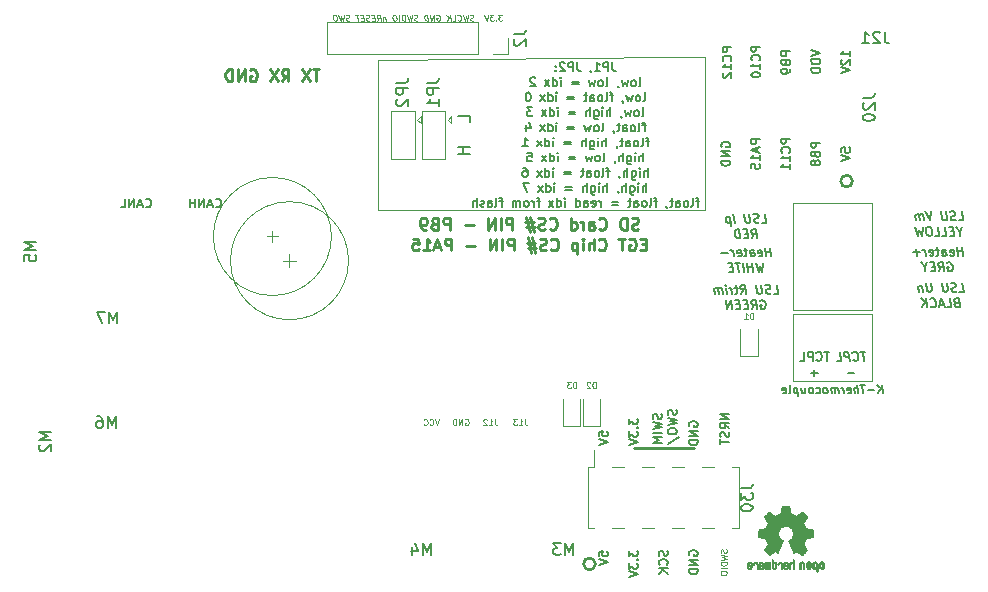
<source format=gbr>
G04 #@! TF.GenerationSoftware,KiCad,Pcbnew,5.1.5+dfsg1-2build2*
G04 #@! TF.CreationDate,2022-02-07T22:13:22+01:00*
G04 #@! TF.ProjectId,mre_addon_v2,6d72655f-6164-4646-9f6e-5f76322e6b69,V2.3*
G04 #@! TF.SameCoordinates,Original*
G04 #@! TF.FileFunction,Legend,Bot*
G04 #@! TF.FilePolarity,Positive*
%FSLAX46Y46*%
G04 Gerber Fmt 4.6, Leading zero omitted, Abs format (unit mm)*
G04 Created by KiCad (PCBNEW 5.1.5+dfsg1-2build2) date 2022-02-07 22:13:22*
%MOMM*%
%LPD*%
G04 APERTURE LIST*
%ADD10C,0.250000*%
%ADD11C,0.120000*%
%ADD12C,0.150000*%
%ADD13C,0.187500*%
%ADD14C,0.125000*%
%ADD15C,0.254000*%
%ADD16C,0.010000*%
%ADD17C,0.130000*%
%ADD18C,0.101600*%
%ADD19C,0.200000*%
G04 APERTURE END LIST*
D10*
X127938095Y-144379761D02*
X127795238Y-144427380D01*
X127557142Y-144427380D01*
X127461904Y-144379761D01*
X127414285Y-144332142D01*
X127366666Y-144236904D01*
X127366666Y-144141666D01*
X127414285Y-144046428D01*
X127461904Y-143998809D01*
X127557142Y-143951190D01*
X127747619Y-143903571D01*
X127842857Y-143855952D01*
X127890476Y-143808333D01*
X127938095Y-143713095D01*
X127938095Y-143617857D01*
X127890476Y-143522619D01*
X127842857Y-143475000D01*
X127747619Y-143427380D01*
X127509523Y-143427380D01*
X127366666Y-143475000D01*
X126938095Y-144427380D02*
X126938095Y-143427380D01*
X126700000Y-143427380D01*
X126557142Y-143475000D01*
X126461904Y-143570238D01*
X126414285Y-143665476D01*
X126366666Y-143855952D01*
X126366666Y-143998809D01*
X126414285Y-144189285D01*
X126461904Y-144284523D01*
X126557142Y-144379761D01*
X126700000Y-144427380D01*
X126938095Y-144427380D01*
X124604761Y-144332142D02*
X124652380Y-144379761D01*
X124795238Y-144427380D01*
X124890476Y-144427380D01*
X125033333Y-144379761D01*
X125128571Y-144284523D01*
X125176190Y-144189285D01*
X125223809Y-143998809D01*
X125223809Y-143855952D01*
X125176190Y-143665476D01*
X125128571Y-143570238D01*
X125033333Y-143475000D01*
X124890476Y-143427380D01*
X124795238Y-143427380D01*
X124652380Y-143475000D01*
X124604761Y-143522619D01*
X123747619Y-144427380D02*
X123747619Y-143903571D01*
X123795238Y-143808333D01*
X123890476Y-143760714D01*
X124080952Y-143760714D01*
X124176190Y-143808333D01*
X123747619Y-144379761D02*
X123842857Y-144427380D01*
X124080952Y-144427380D01*
X124176190Y-144379761D01*
X124223809Y-144284523D01*
X124223809Y-144189285D01*
X124176190Y-144094047D01*
X124080952Y-144046428D01*
X123842857Y-144046428D01*
X123747619Y-143998809D01*
X123271428Y-144427380D02*
X123271428Y-143760714D01*
X123271428Y-143951190D02*
X123223809Y-143855952D01*
X123176190Y-143808333D01*
X123080952Y-143760714D01*
X122985714Y-143760714D01*
X122223809Y-144427380D02*
X122223809Y-143427380D01*
X122223809Y-144379761D02*
X122319047Y-144427380D01*
X122509523Y-144427380D01*
X122604761Y-144379761D01*
X122652380Y-144332142D01*
X122700000Y-144236904D01*
X122700000Y-143951190D01*
X122652380Y-143855952D01*
X122604761Y-143808333D01*
X122509523Y-143760714D01*
X122319047Y-143760714D01*
X122223809Y-143808333D01*
X120414285Y-144332142D02*
X120461904Y-144379761D01*
X120604761Y-144427380D01*
X120700000Y-144427380D01*
X120842857Y-144379761D01*
X120938095Y-144284523D01*
X120985714Y-144189285D01*
X121033333Y-143998809D01*
X121033333Y-143855952D01*
X120985714Y-143665476D01*
X120938095Y-143570238D01*
X120842857Y-143475000D01*
X120700000Y-143427380D01*
X120604761Y-143427380D01*
X120461904Y-143475000D01*
X120414285Y-143522619D01*
X120033333Y-144379761D02*
X119890476Y-144427380D01*
X119652380Y-144427380D01*
X119557142Y-144379761D01*
X119509523Y-144332142D01*
X119461904Y-144236904D01*
X119461904Y-144141666D01*
X119509523Y-144046428D01*
X119557142Y-143998809D01*
X119652380Y-143951190D01*
X119842857Y-143903571D01*
X119938095Y-143855952D01*
X119985714Y-143808333D01*
X120033333Y-143713095D01*
X120033333Y-143617857D01*
X119985714Y-143522619D01*
X119938095Y-143475000D01*
X119842857Y-143427380D01*
X119604761Y-143427380D01*
X119461904Y-143475000D01*
X119080952Y-143760714D02*
X118366666Y-143760714D01*
X118795238Y-143332142D02*
X119080952Y-144617857D01*
X118461904Y-144189285D02*
X119176190Y-144189285D01*
X118747619Y-144617857D02*
X118461904Y-143332142D01*
X117271428Y-144427380D02*
X117271428Y-143427380D01*
X116890476Y-143427380D01*
X116795238Y-143475000D01*
X116747619Y-143522619D01*
X116700000Y-143617857D01*
X116700000Y-143760714D01*
X116747619Y-143855952D01*
X116795238Y-143903571D01*
X116890476Y-143951190D01*
X117271428Y-143951190D01*
X116271428Y-144427380D02*
X116271428Y-143427380D01*
X115795238Y-144427380D02*
X115795238Y-143427380D01*
X115223809Y-144427380D01*
X115223809Y-143427380D01*
X113985714Y-144046428D02*
X113223809Y-144046428D01*
X111985714Y-144427380D02*
X111985714Y-143427380D01*
X111604761Y-143427380D01*
X111509523Y-143475000D01*
X111461904Y-143522619D01*
X111414285Y-143617857D01*
X111414285Y-143760714D01*
X111461904Y-143855952D01*
X111509523Y-143903571D01*
X111604761Y-143951190D01*
X111985714Y-143951190D01*
X110652380Y-143903571D02*
X110509523Y-143951190D01*
X110461904Y-143998809D01*
X110414285Y-144094047D01*
X110414285Y-144236904D01*
X110461904Y-144332142D01*
X110509523Y-144379761D01*
X110604761Y-144427380D01*
X110985714Y-144427380D01*
X110985714Y-143427380D01*
X110652380Y-143427380D01*
X110557142Y-143475000D01*
X110509523Y-143522619D01*
X110461904Y-143617857D01*
X110461904Y-143713095D01*
X110509523Y-143808333D01*
X110557142Y-143855952D01*
X110652380Y-143903571D01*
X110985714Y-143903571D01*
X109938095Y-144427380D02*
X109747619Y-144427380D01*
X109652380Y-144379761D01*
X109604761Y-144332142D01*
X109509523Y-144189285D01*
X109461904Y-143998809D01*
X109461904Y-143617857D01*
X109509523Y-143522619D01*
X109557142Y-143475000D01*
X109652380Y-143427380D01*
X109842857Y-143427380D01*
X109938095Y-143475000D01*
X109985714Y-143522619D01*
X110033333Y-143617857D01*
X110033333Y-143855952D01*
X109985714Y-143951190D01*
X109938095Y-143998809D01*
X109842857Y-144046428D01*
X109652380Y-144046428D01*
X109557142Y-143998809D01*
X109509523Y-143951190D01*
X109461904Y-143855952D01*
X128580952Y-145653571D02*
X128247619Y-145653571D01*
X128104761Y-146177380D02*
X128580952Y-146177380D01*
X128580952Y-145177380D01*
X128104761Y-145177380D01*
X127152380Y-145225000D02*
X127247619Y-145177380D01*
X127390476Y-145177380D01*
X127533333Y-145225000D01*
X127628571Y-145320238D01*
X127676190Y-145415476D01*
X127723809Y-145605952D01*
X127723809Y-145748809D01*
X127676190Y-145939285D01*
X127628571Y-146034523D01*
X127533333Y-146129761D01*
X127390476Y-146177380D01*
X127295238Y-146177380D01*
X127152380Y-146129761D01*
X127104761Y-146082142D01*
X127104761Y-145748809D01*
X127295238Y-145748809D01*
X126819047Y-145177380D02*
X126247619Y-145177380D01*
X126533333Y-146177380D02*
X126533333Y-145177380D01*
X124580952Y-146082142D02*
X124628571Y-146129761D01*
X124771428Y-146177380D01*
X124866666Y-146177380D01*
X125009523Y-146129761D01*
X125104761Y-146034523D01*
X125152380Y-145939285D01*
X125200000Y-145748809D01*
X125200000Y-145605952D01*
X125152380Y-145415476D01*
X125104761Y-145320238D01*
X125009523Y-145225000D01*
X124866666Y-145177380D01*
X124771428Y-145177380D01*
X124628571Y-145225000D01*
X124580952Y-145272619D01*
X124152380Y-146177380D02*
X124152380Y-145177380D01*
X123723809Y-146177380D02*
X123723809Y-145653571D01*
X123771428Y-145558333D01*
X123866666Y-145510714D01*
X124009523Y-145510714D01*
X124104761Y-145558333D01*
X124152380Y-145605952D01*
X123247619Y-146177380D02*
X123247619Y-145510714D01*
X123247619Y-145177380D02*
X123295238Y-145225000D01*
X123247619Y-145272619D01*
X123200000Y-145225000D01*
X123247619Y-145177380D01*
X123247619Y-145272619D01*
X122771428Y-145510714D02*
X122771428Y-146510714D01*
X122771428Y-145558333D02*
X122676190Y-145510714D01*
X122485714Y-145510714D01*
X122390476Y-145558333D01*
X122342857Y-145605952D01*
X122295238Y-145701190D01*
X122295238Y-145986904D01*
X122342857Y-146082142D01*
X122390476Y-146129761D01*
X122485714Y-146177380D01*
X122676190Y-146177380D01*
X122771428Y-146129761D01*
X120533333Y-146082142D02*
X120580952Y-146129761D01*
X120723809Y-146177380D01*
X120819047Y-146177380D01*
X120961904Y-146129761D01*
X121057142Y-146034523D01*
X121104761Y-145939285D01*
X121152380Y-145748809D01*
X121152380Y-145605952D01*
X121104761Y-145415476D01*
X121057142Y-145320238D01*
X120961904Y-145225000D01*
X120819047Y-145177380D01*
X120723809Y-145177380D01*
X120580952Y-145225000D01*
X120533333Y-145272619D01*
X120152380Y-146129761D02*
X120009523Y-146177380D01*
X119771428Y-146177380D01*
X119676190Y-146129761D01*
X119628571Y-146082142D01*
X119580952Y-145986904D01*
X119580952Y-145891666D01*
X119628571Y-145796428D01*
X119676190Y-145748809D01*
X119771428Y-145701190D01*
X119961904Y-145653571D01*
X120057142Y-145605952D01*
X120104761Y-145558333D01*
X120152380Y-145463095D01*
X120152380Y-145367857D01*
X120104761Y-145272619D01*
X120057142Y-145225000D01*
X119961904Y-145177380D01*
X119723809Y-145177380D01*
X119580952Y-145225000D01*
X119200000Y-145510714D02*
X118485714Y-145510714D01*
X118914285Y-145082142D02*
X119200000Y-146367857D01*
X118580952Y-145939285D02*
X119295238Y-145939285D01*
X118866666Y-146367857D02*
X118580952Y-145082142D01*
X117390476Y-146177380D02*
X117390476Y-145177380D01*
X117009523Y-145177380D01*
X116914285Y-145225000D01*
X116866666Y-145272619D01*
X116819047Y-145367857D01*
X116819047Y-145510714D01*
X116866666Y-145605952D01*
X116914285Y-145653571D01*
X117009523Y-145701190D01*
X117390476Y-145701190D01*
X116390476Y-146177380D02*
X116390476Y-145177380D01*
X115914285Y-146177380D02*
X115914285Y-145177380D01*
X115342857Y-146177380D01*
X115342857Y-145177380D01*
X114104761Y-145796428D02*
X113342857Y-145796428D01*
X112104761Y-146177380D02*
X112104761Y-145177380D01*
X111723809Y-145177380D01*
X111628571Y-145225000D01*
X111580952Y-145272619D01*
X111533333Y-145367857D01*
X111533333Y-145510714D01*
X111580952Y-145605952D01*
X111628571Y-145653571D01*
X111723809Y-145701190D01*
X112104761Y-145701190D01*
X111152380Y-145891666D02*
X110676190Y-145891666D01*
X111247619Y-146177380D02*
X110914285Y-145177380D01*
X110580952Y-146177380D01*
X109723809Y-146177380D02*
X110295238Y-146177380D01*
X110009523Y-146177380D02*
X110009523Y-145177380D01*
X110104761Y-145320238D01*
X110200000Y-145415476D01*
X110295238Y-145463095D01*
X108819047Y-145177380D02*
X109295238Y-145177380D01*
X109342857Y-145653571D01*
X109295238Y-145605952D01*
X109200000Y-145558333D01*
X108961904Y-145558333D01*
X108866666Y-145605952D01*
X108819047Y-145653571D01*
X108771428Y-145748809D01*
X108771428Y-145986904D01*
X108819047Y-146082142D01*
X108866666Y-146129761D01*
X108961904Y-146177380D01*
X109200000Y-146177380D01*
X109295238Y-146129761D01*
X109342857Y-146082142D01*
D11*
X103400000Y-147050000D02*
G75*
G03X103400000Y-147050000I-5000000J0D01*
G01*
X101950000Y-145000000D02*
G75*
G03X101950000Y-145000000I-5000000J0D01*
G01*
X98400000Y-147600000D02*
X98400000Y-146500000D01*
X97850000Y-147050000D02*
X98950000Y-147050000D01*
X96500000Y-145000000D02*
X97450000Y-145000000D01*
X96950000Y-144500000D02*
X96950000Y-145500000D01*
D12*
X148809523Y-127652380D02*
X148809523Y-128366666D01*
X148857142Y-128509523D01*
X148952380Y-128604761D01*
X149095238Y-128652380D01*
X149190476Y-128652380D01*
X148380952Y-127747619D02*
X148333333Y-127700000D01*
X148238095Y-127652380D01*
X148000000Y-127652380D01*
X147904761Y-127700000D01*
X147857142Y-127747619D01*
X147809523Y-127842857D01*
X147809523Y-127938095D01*
X147857142Y-128080952D01*
X148428571Y-128652380D01*
X147809523Y-128652380D01*
X146857142Y-128652380D02*
X147428571Y-128652380D01*
X147142857Y-128652380D02*
X147142857Y-127652380D01*
X147238095Y-127795238D01*
X147333333Y-127890476D01*
X147428571Y-127938095D01*
D11*
X147700000Y-151600000D02*
X141050000Y-151600000D01*
X147700000Y-157250000D02*
X147700000Y-151600000D01*
X141050000Y-157250000D02*
X147700000Y-157250000D01*
X141050000Y-151600000D02*
X141050000Y-157250000D01*
X133604000Y-129794000D02*
X130810000Y-129794000D01*
X133604000Y-142748000D02*
X133604000Y-129794000D01*
X105918000Y-142748000D02*
X133604000Y-142748000D01*
X105918000Y-130048000D02*
X105918000Y-142748000D01*
X130810000Y-129794000D02*
X105918000Y-130048000D01*
D12*
X148656979Y-158266666D02*
X148569479Y-157566666D01*
X148256979Y-158266666D02*
X148506979Y-157866666D01*
X148169479Y-157566666D02*
X148619479Y-157966666D01*
X147923645Y-158000000D02*
X147390312Y-158000000D01*
X147102812Y-157566666D02*
X146702812Y-157566666D01*
X146990312Y-158266666D02*
X146902812Y-157566666D01*
X146556979Y-158266666D02*
X146469479Y-157566666D01*
X146256979Y-158266666D02*
X146211145Y-157900000D01*
X146236145Y-157833333D01*
X146298645Y-157800000D01*
X146398645Y-157800000D01*
X146469479Y-157833333D01*
X146506979Y-157866666D01*
X145652812Y-158233333D02*
X145723645Y-158266666D01*
X145856979Y-158266666D01*
X145919479Y-158233333D01*
X145944479Y-158166666D01*
X145911145Y-157900000D01*
X145869479Y-157833333D01*
X145798645Y-157800000D01*
X145665312Y-157800000D01*
X145602812Y-157833333D01*
X145577812Y-157900000D01*
X145586145Y-157966666D01*
X145927812Y-158033333D01*
X145323645Y-158266666D02*
X145265312Y-157800000D01*
X145281979Y-157933333D02*
X145240312Y-157866666D01*
X145202812Y-157833333D01*
X145131979Y-157800000D01*
X145065312Y-157800000D01*
X144890312Y-158266666D02*
X144831979Y-157800000D01*
X144840312Y-157866666D02*
X144802812Y-157833333D01*
X144731979Y-157800000D01*
X144631979Y-157800000D01*
X144569479Y-157833333D01*
X144544479Y-157900000D01*
X144590312Y-158266666D01*
X144544479Y-157900000D02*
X144502812Y-157833333D01*
X144431979Y-157800000D01*
X144331979Y-157800000D01*
X144269479Y-157833333D01*
X144244479Y-157900000D01*
X144290312Y-158266666D01*
X143856979Y-158266666D02*
X143919479Y-158233333D01*
X143948645Y-158200000D01*
X143973645Y-158133333D01*
X143948645Y-157933333D01*
X143906979Y-157866666D01*
X143869479Y-157833333D01*
X143798645Y-157800000D01*
X143698645Y-157800000D01*
X143636145Y-157833333D01*
X143606979Y-157866666D01*
X143581979Y-157933333D01*
X143606979Y-158133333D01*
X143648645Y-158200000D01*
X143686145Y-158233333D01*
X143756979Y-158266666D01*
X143856979Y-158266666D01*
X143019479Y-158233333D02*
X143090312Y-158266666D01*
X143223645Y-158266666D01*
X143286145Y-158233333D01*
X143315312Y-158200000D01*
X143340312Y-158133333D01*
X143315312Y-157933333D01*
X143273645Y-157866666D01*
X143236145Y-157833333D01*
X143165312Y-157800000D01*
X143031979Y-157800000D01*
X142969479Y-157833333D01*
X142623645Y-158266666D02*
X142686145Y-158233333D01*
X142715312Y-158200000D01*
X142740312Y-158133333D01*
X142715312Y-157933333D01*
X142673645Y-157866666D01*
X142636145Y-157833333D01*
X142565312Y-157800000D01*
X142465312Y-157800000D01*
X142402812Y-157833333D01*
X142373645Y-157866666D01*
X142348645Y-157933333D01*
X142373645Y-158133333D01*
X142415312Y-158200000D01*
X142452812Y-158233333D01*
X142523645Y-158266666D01*
X142623645Y-158266666D01*
X141731979Y-157800000D02*
X141790312Y-158266666D01*
X142031979Y-157800000D02*
X142077812Y-158166666D01*
X142052812Y-158233333D01*
X141990312Y-158266666D01*
X141890312Y-158266666D01*
X141819479Y-158233333D01*
X141781979Y-158200000D01*
X141398645Y-157800000D02*
X141486145Y-158500000D01*
X141402812Y-157833333D02*
X141331979Y-157800000D01*
X141198645Y-157800000D01*
X141136145Y-157833333D01*
X141106979Y-157866666D01*
X141081979Y-157933333D01*
X141106979Y-158133333D01*
X141148645Y-158200000D01*
X141186145Y-158233333D01*
X141256979Y-158266666D01*
X141390312Y-158266666D01*
X141452812Y-158233333D01*
X140723645Y-158266666D02*
X140786145Y-158233333D01*
X140811145Y-158166666D01*
X140736145Y-157566666D01*
X140186145Y-158233333D02*
X140256979Y-158266666D01*
X140390312Y-158266666D01*
X140452812Y-158233333D01*
X140477812Y-158166666D01*
X140444479Y-157900000D01*
X140402812Y-157833333D01*
X140331979Y-157800000D01*
X140198645Y-157800000D01*
X140136145Y-157833333D01*
X140111145Y-157900000D01*
X140119479Y-157966666D01*
X140461145Y-158033333D01*
X113652380Y-137414285D02*
X112652380Y-137414285D01*
X113128571Y-137414285D02*
X113128571Y-137985714D01*
X113652380Y-137985714D02*
X112652380Y-137985714D01*
X113652380Y-135309523D02*
X113652380Y-134833333D01*
X112652380Y-134833333D01*
D13*
X144117857Y-154783035D02*
X143689285Y-154783035D01*
X143903571Y-155533035D02*
X143903571Y-154783035D01*
X143010714Y-155461607D02*
X143046428Y-155497321D01*
X143153571Y-155533035D01*
X143225000Y-155533035D01*
X143332142Y-155497321D01*
X143403571Y-155425892D01*
X143439285Y-155354464D01*
X143475000Y-155211607D01*
X143475000Y-155104464D01*
X143439285Y-154961607D01*
X143403571Y-154890178D01*
X143332142Y-154818750D01*
X143225000Y-154783035D01*
X143153571Y-154783035D01*
X143046428Y-154818750D01*
X143010714Y-154854464D01*
X142689285Y-155533035D02*
X142689285Y-154783035D01*
X142403571Y-154783035D01*
X142332142Y-154818750D01*
X142296428Y-154854464D01*
X142260714Y-154925892D01*
X142260714Y-155033035D01*
X142296428Y-155104464D01*
X142332142Y-155140178D01*
X142403571Y-155175892D01*
X142689285Y-155175892D01*
X141582142Y-155533035D02*
X141939285Y-155533035D01*
X141939285Y-154783035D01*
X143135714Y-156559821D02*
X142564285Y-156559821D01*
X142850000Y-156845535D02*
X142850000Y-156274107D01*
X147155189Y-154783035D02*
X146726618Y-154783035D01*
X147034654Y-155533035D02*
X146940904Y-154783035D01*
X146132868Y-155461607D02*
X146173046Y-155497321D01*
X146284654Y-155533035D01*
X146356082Y-155533035D01*
X146458761Y-155497321D01*
X146521261Y-155425892D01*
X146548046Y-155354464D01*
X146565904Y-155211607D01*
X146552511Y-155104464D01*
X146498939Y-154961607D01*
X146454296Y-154890178D01*
X146373939Y-154818750D01*
X146262332Y-154783035D01*
X146190904Y-154783035D01*
X146088225Y-154818750D01*
X146056975Y-154854464D01*
X145820368Y-155533035D02*
X145726618Y-154783035D01*
X145440904Y-154783035D01*
X145373939Y-154818750D01*
X145342689Y-154854464D01*
X145315904Y-154925892D01*
X145329296Y-155033035D01*
X145373939Y-155104464D01*
X145414118Y-155140178D01*
X145490011Y-155175892D01*
X145775725Y-155175892D01*
X144713225Y-155533035D02*
X145070368Y-155533035D01*
X144976618Y-154783035D01*
X146231082Y-156559821D02*
X145659654Y-156559821D01*
D11*
X147700000Y-142200000D02*
X141050000Y-142200000D01*
X147700000Y-151200000D02*
X147700000Y-142200000D01*
X141050000Y-151200000D02*
X147700000Y-151200000D01*
X141050000Y-142200000D02*
X141050000Y-151200000D01*
D13*
X155438225Y-146633035D02*
X155344475Y-145883035D01*
X155389118Y-146240178D02*
X154960546Y-146240178D01*
X155009654Y-146633035D02*
X154915904Y-145883035D01*
X154362332Y-146597321D02*
X154438225Y-146633035D01*
X154581082Y-146633035D01*
X154648046Y-146597321D01*
X154674832Y-146525892D01*
X154639118Y-146240178D01*
X154594475Y-146168750D01*
X154518582Y-146133035D01*
X154375725Y-146133035D01*
X154308761Y-146168750D01*
X154281975Y-146240178D01*
X154290904Y-146311607D01*
X154656975Y-146383035D01*
X153688225Y-146633035D02*
X153639118Y-146240178D01*
X153665904Y-146168750D01*
X153732868Y-146133035D01*
X153875725Y-146133035D01*
X153951618Y-146168750D01*
X153683761Y-146597321D02*
X153759654Y-146633035D01*
X153938225Y-146633035D01*
X154005189Y-146597321D01*
X154031975Y-146525892D01*
X154023046Y-146454464D01*
X153978404Y-146383035D01*
X153902511Y-146347321D01*
X153723939Y-146347321D01*
X153648046Y-146311607D01*
X153375725Y-146133035D02*
X153090011Y-146133035D01*
X153237332Y-145883035D02*
X153317689Y-146525892D01*
X153290904Y-146597321D01*
X153223939Y-146633035D01*
X153152511Y-146633035D01*
X152612332Y-146597321D02*
X152688225Y-146633035D01*
X152831082Y-146633035D01*
X152898046Y-146597321D01*
X152924832Y-146525892D01*
X152889118Y-146240178D01*
X152844475Y-146168750D01*
X152768582Y-146133035D01*
X152625725Y-146133035D01*
X152558761Y-146168750D01*
X152531975Y-146240178D01*
X152540904Y-146311607D01*
X152906975Y-146383035D01*
X152259654Y-146633035D02*
X152197154Y-146133035D01*
X152215011Y-146275892D02*
X152170368Y-146204464D01*
X152130189Y-146168750D01*
X152054296Y-146133035D01*
X151982868Y-146133035D01*
X151759654Y-146347321D02*
X151188225Y-146347321D01*
X151509654Y-146633035D02*
X151438225Y-146061607D01*
X154081082Y-147231250D02*
X154148046Y-147195535D01*
X154255189Y-147195535D01*
X154366796Y-147231250D01*
X154447154Y-147302678D01*
X154491796Y-147374107D01*
X154545368Y-147516964D01*
X154558761Y-147624107D01*
X154540904Y-147766964D01*
X154514118Y-147838392D01*
X154451618Y-147909821D01*
X154348939Y-147945535D01*
X154277511Y-147945535D01*
X154165904Y-147909821D01*
X154125725Y-147874107D01*
X154094475Y-147624107D01*
X154237332Y-147624107D01*
X153384654Y-147945535D02*
X153590011Y-147588392D01*
X153813225Y-147945535D02*
X153719475Y-147195535D01*
X153433761Y-147195535D01*
X153366796Y-147231250D01*
X153335546Y-147266964D01*
X153308761Y-147338392D01*
X153322154Y-147445535D01*
X153366796Y-147516964D01*
X153406975Y-147552678D01*
X153482868Y-147588392D01*
X153768582Y-147588392D01*
X153014118Y-147552678D02*
X152764118Y-147552678D01*
X152706082Y-147945535D02*
X153063225Y-147945535D01*
X152969475Y-147195535D01*
X152612332Y-147195535D01*
X152197154Y-147588392D02*
X152241796Y-147945535D01*
X152398046Y-147195535D02*
X152197154Y-147588392D01*
X151898046Y-147195535D01*
X155116796Y-149683035D02*
X155473939Y-149683035D01*
X155380189Y-148933035D01*
X154898046Y-149647321D02*
X154795368Y-149683035D01*
X154616796Y-149683035D01*
X154540904Y-149647321D01*
X154500725Y-149611607D01*
X154456082Y-149540178D01*
X154447154Y-149468750D01*
X154473939Y-149397321D01*
X154505189Y-149361607D01*
X154572154Y-149325892D01*
X154710546Y-149290178D01*
X154777511Y-149254464D01*
X154808761Y-149218750D01*
X154835546Y-149147321D01*
X154826618Y-149075892D01*
X154781975Y-149004464D01*
X154741796Y-148968750D01*
X154665904Y-148933035D01*
X154487332Y-148933035D01*
X154384654Y-148968750D01*
X154058761Y-148933035D02*
X154134654Y-149540178D01*
X154107868Y-149611607D01*
X154076618Y-149647321D01*
X154009654Y-149683035D01*
X153866796Y-149683035D01*
X153790904Y-149647321D01*
X153750725Y-149611607D01*
X153706082Y-149540178D01*
X153630189Y-148933035D01*
X152701618Y-148933035D02*
X152777511Y-149540178D01*
X152750725Y-149611607D01*
X152719475Y-149647321D01*
X152652511Y-149683035D01*
X152509654Y-149683035D01*
X152433761Y-149647321D01*
X152393582Y-149611607D01*
X152348939Y-149540178D01*
X152273046Y-148933035D01*
X151947154Y-149183035D02*
X152009654Y-149683035D01*
X151956082Y-149254464D02*
X151915904Y-149218750D01*
X151840011Y-149183035D01*
X151732868Y-149183035D01*
X151665904Y-149218750D01*
X151639118Y-149290178D01*
X151688225Y-149683035D01*
X154853404Y-150602678D02*
X154750725Y-150638392D01*
X154719475Y-150674107D01*
X154692689Y-150745535D01*
X154706082Y-150852678D01*
X154750725Y-150924107D01*
X154790904Y-150959821D01*
X154866796Y-150995535D01*
X155152511Y-150995535D01*
X155058761Y-150245535D01*
X154808761Y-150245535D01*
X154741796Y-150281250D01*
X154710546Y-150316964D01*
X154683761Y-150388392D01*
X154692689Y-150459821D01*
X154737332Y-150531250D01*
X154777511Y-150566964D01*
X154853404Y-150602678D01*
X155103404Y-150602678D01*
X154045368Y-150995535D02*
X154402511Y-150995535D01*
X154308761Y-150245535D01*
X153804296Y-150781250D02*
X153447154Y-150781250D01*
X153902511Y-150995535D02*
X153558761Y-150245535D01*
X153402511Y-150995535D01*
X152715011Y-150924107D02*
X152755189Y-150959821D01*
X152866796Y-150995535D01*
X152938225Y-150995535D01*
X153040904Y-150959821D01*
X153103404Y-150888392D01*
X153130189Y-150816964D01*
X153148046Y-150674107D01*
X153134654Y-150566964D01*
X153081082Y-150424107D01*
X153036439Y-150352678D01*
X152956082Y-150281250D01*
X152844475Y-150245535D01*
X152773046Y-150245535D01*
X152670368Y-150281250D01*
X152639118Y-150316964D01*
X152402511Y-150995535D02*
X152308761Y-150245535D01*
X151973939Y-150995535D02*
X152241796Y-150566964D01*
X151880189Y-150245535D02*
X152362332Y-150674107D01*
X155056082Y-143633035D02*
X155413225Y-143633035D01*
X155319475Y-142883035D01*
X154837332Y-143597321D02*
X154734654Y-143633035D01*
X154556082Y-143633035D01*
X154480189Y-143597321D01*
X154440011Y-143561607D01*
X154395368Y-143490178D01*
X154386439Y-143418750D01*
X154413225Y-143347321D01*
X154444475Y-143311607D01*
X154511439Y-143275892D01*
X154649832Y-143240178D01*
X154716796Y-143204464D01*
X154748046Y-143168750D01*
X154774832Y-143097321D01*
X154765904Y-143025892D01*
X154721261Y-142954464D01*
X154681082Y-142918750D01*
X154605189Y-142883035D01*
X154426618Y-142883035D01*
X154323939Y-142918750D01*
X153998046Y-142883035D02*
X154073939Y-143490178D01*
X154047154Y-143561607D01*
X154015904Y-143597321D01*
X153948939Y-143633035D01*
X153806082Y-143633035D01*
X153730189Y-143597321D01*
X153690011Y-143561607D01*
X153645368Y-143490178D01*
X153569475Y-142883035D01*
X152748046Y-142883035D02*
X152591796Y-143633035D01*
X152248046Y-142883035D01*
X152091796Y-143633035D02*
X152029296Y-143133035D01*
X152038225Y-143204464D02*
X151998046Y-143168750D01*
X151922154Y-143133035D01*
X151815011Y-143133035D01*
X151748046Y-143168750D01*
X151721261Y-143240178D01*
X151770368Y-143633035D01*
X151721261Y-143240178D02*
X151676618Y-143168750D01*
X151600725Y-143133035D01*
X151493582Y-143133035D01*
X151426618Y-143168750D01*
X151399832Y-143240178D01*
X151448939Y-143633035D01*
X155154296Y-144588392D02*
X155198939Y-144945535D01*
X155355189Y-144195535D02*
X155154296Y-144588392D01*
X154855189Y-144195535D01*
X154649832Y-144552678D02*
X154399832Y-144552678D01*
X154341796Y-144945535D02*
X154698939Y-144945535D01*
X154605189Y-144195535D01*
X154248046Y-144195535D01*
X153663225Y-144945535D02*
X154020368Y-144945535D01*
X153926618Y-144195535D01*
X153056082Y-144945535D02*
X153413225Y-144945535D01*
X153319475Y-144195535D01*
X152569475Y-144195535D02*
X152426618Y-144195535D01*
X152359654Y-144231250D01*
X152297154Y-144302678D01*
X152279296Y-144445535D01*
X152310546Y-144695535D01*
X152364118Y-144838392D01*
X152444475Y-144909821D01*
X152520368Y-144945535D01*
X152663225Y-144945535D01*
X152730189Y-144909821D01*
X152792689Y-144838392D01*
X152810546Y-144695535D01*
X152779296Y-144445535D01*
X152725725Y-144302678D01*
X152645368Y-144231250D01*
X152569475Y-144195535D01*
X151998046Y-144195535D02*
X151913225Y-144945535D01*
X151703404Y-144409821D01*
X151627511Y-144945535D01*
X151355189Y-144195535D01*
X138402511Y-143833035D02*
X138759654Y-143833035D01*
X138665904Y-143083035D01*
X138183761Y-143797321D02*
X138081082Y-143833035D01*
X137902511Y-143833035D01*
X137826618Y-143797321D01*
X137786439Y-143761607D01*
X137741796Y-143690178D01*
X137732868Y-143618750D01*
X137759654Y-143547321D01*
X137790904Y-143511607D01*
X137857868Y-143475892D01*
X137996261Y-143440178D01*
X138063225Y-143404464D01*
X138094475Y-143368750D01*
X138121261Y-143297321D01*
X138112332Y-143225892D01*
X138067689Y-143154464D01*
X138027511Y-143118750D01*
X137951618Y-143083035D01*
X137773046Y-143083035D01*
X137670368Y-143118750D01*
X137344475Y-143083035D02*
X137420368Y-143690178D01*
X137393582Y-143761607D01*
X137362332Y-143797321D01*
X137295368Y-143833035D01*
X137152511Y-143833035D01*
X137076618Y-143797321D01*
X137036439Y-143761607D01*
X136991796Y-143690178D01*
X136915904Y-143083035D01*
X136081082Y-143833035D02*
X135987332Y-143083035D01*
X135661439Y-143333035D02*
X135755189Y-144083035D01*
X135665904Y-143368750D02*
X135590011Y-143333035D01*
X135447154Y-143333035D01*
X135380189Y-143368750D01*
X135348939Y-143404464D01*
X135322154Y-143475892D01*
X135348939Y-143690178D01*
X135393582Y-143761607D01*
X135433761Y-143797321D01*
X135509654Y-143833035D01*
X135652511Y-143833035D01*
X135719475Y-143797321D01*
X137563225Y-145145535D02*
X137768582Y-144788392D01*
X137991796Y-145145535D02*
X137898046Y-144395535D01*
X137612332Y-144395535D01*
X137545368Y-144431250D01*
X137514118Y-144466964D01*
X137487332Y-144538392D01*
X137500725Y-144645535D01*
X137545368Y-144716964D01*
X137585546Y-144752678D01*
X137661439Y-144788392D01*
X137947154Y-144788392D01*
X137192689Y-144752678D02*
X136942689Y-144752678D01*
X136884654Y-145145535D02*
X137241796Y-145145535D01*
X137148046Y-144395535D01*
X136790904Y-144395535D01*
X136563225Y-145145535D02*
X136469475Y-144395535D01*
X136290904Y-144395535D01*
X136188225Y-144431250D01*
X136125725Y-144502678D01*
X136098939Y-144574107D01*
X136081082Y-144716964D01*
X136094475Y-144824107D01*
X136148046Y-144966964D01*
X136192689Y-145038392D01*
X136273046Y-145109821D01*
X136384654Y-145145535D01*
X136563225Y-145145535D01*
X139188225Y-146683035D02*
X139094475Y-145933035D01*
X139139118Y-146290178D02*
X138710546Y-146290178D01*
X138759654Y-146683035D02*
X138665904Y-145933035D01*
X138112332Y-146647321D02*
X138188225Y-146683035D01*
X138331082Y-146683035D01*
X138398046Y-146647321D01*
X138424832Y-146575892D01*
X138389118Y-146290178D01*
X138344475Y-146218750D01*
X138268582Y-146183035D01*
X138125725Y-146183035D01*
X138058761Y-146218750D01*
X138031975Y-146290178D01*
X138040904Y-146361607D01*
X138406975Y-146433035D01*
X137438225Y-146683035D02*
X137389118Y-146290178D01*
X137415904Y-146218750D01*
X137482868Y-146183035D01*
X137625725Y-146183035D01*
X137701618Y-146218750D01*
X137433761Y-146647321D02*
X137509654Y-146683035D01*
X137688225Y-146683035D01*
X137755189Y-146647321D01*
X137781975Y-146575892D01*
X137773046Y-146504464D01*
X137728404Y-146433035D01*
X137652511Y-146397321D01*
X137473939Y-146397321D01*
X137398046Y-146361607D01*
X137125725Y-146183035D02*
X136840011Y-146183035D01*
X136987332Y-145933035D02*
X137067689Y-146575892D01*
X137040904Y-146647321D01*
X136973939Y-146683035D01*
X136902511Y-146683035D01*
X136362332Y-146647321D02*
X136438225Y-146683035D01*
X136581082Y-146683035D01*
X136648046Y-146647321D01*
X136674832Y-146575892D01*
X136639118Y-146290178D01*
X136594475Y-146218750D01*
X136518582Y-146183035D01*
X136375725Y-146183035D01*
X136308761Y-146218750D01*
X136281975Y-146290178D01*
X136290904Y-146361607D01*
X136656975Y-146433035D01*
X136009654Y-146683035D02*
X135947154Y-146183035D01*
X135965011Y-146325892D02*
X135920368Y-146254464D01*
X135880189Y-146218750D01*
X135804296Y-146183035D01*
X135732868Y-146183035D01*
X135509654Y-146397321D02*
X134938225Y-146397321D01*
X138505189Y-147245535D02*
X138420368Y-147995535D01*
X138210546Y-147459821D01*
X138134654Y-147995535D01*
X137862332Y-147245535D01*
X137670368Y-147995535D02*
X137576618Y-147245535D01*
X137621261Y-147602678D02*
X137192689Y-147602678D01*
X137241796Y-147995535D02*
X137148046Y-147245535D01*
X136884654Y-147995535D02*
X136790904Y-147245535D01*
X136540904Y-147245535D02*
X136112332Y-147245535D01*
X136420368Y-147995535D02*
X136326618Y-147245535D01*
X135906975Y-147602678D02*
X135656975Y-147602678D01*
X135598939Y-147995535D02*
X135956082Y-147995535D01*
X135862332Y-147245535D01*
X135505189Y-147245535D01*
X139384654Y-149833035D02*
X139741796Y-149833035D01*
X139648046Y-149083035D01*
X139165904Y-149797321D02*
X139063225Y-149833035D01*
X138884654Y-149833035D01*
X138808761Y-149797321D01*
X138768582Y-149761607D01*
X138723939Y-149690178D01*
X138715011Y-149618750D01*
X138741796Y-149547321D01*
X138773046Y-149511607D01*
X138840011Y-149475892D01*
X138978404Y-149440178D01*
X139045368Y-149404464D01*
X139076618Y-149368750D01*
X139103404Y-149297321D01*
X139094475Y-149225892D01*
X139049832Y-149154464D01*
X139009654Y-149118750D01*
X138933761Y-149083035D01*
X138755189Y-149083035D01*
X138652511Y-149118750D01*
X138326618Y-149083035D02*
X138402511Y-149690178D01*
X138375725Y-149761607D01*
X138344475Y-149797321D01*
X138277511Y-149833035D01*
X138134654Y-149833035D01*
X138058761Y-149797321D01*
X138018582Y-149761607D01*
X137973939Y-149690178D01*
X137898046Y-149083035D01*
X136634654Y-149833035D02*
X136840011Y-149475892D01*
X137063225Y-149833035D02*
X136969475Y-149083035D01*
X136683761Y-149083035D01*
X136616796Y-149118750D01*
X136585546Y-149154464D01*
X136558761Y-149225892D01*
X136572154Y-149333035D01*
X136616796Y-149404464D01*
X136656975Y-149440178D01*
X136732868Y-149475892D01*
X137018582Y-149475892D01*
X136357868Y-149333035D02*
X136072154Y-149333035D01*
X136219475Y-149083035D02*
X136299832Y-149725892D01*
X136273046Y-149797321D01*
X136206082Y-149833035D01*
X136134654Y-149833035D01*
X135884654Y-149833035D02*
X135822154Y-149333035D01*
X135840011Y-149475892D02*
X135795368Y-149404464D01*
X135755189Y-149368750D01*
X135679296Y-149333035D01*
X135607868Y-149333035D01*
X135420368Y-149833035D02*
X135357868Y-149333035D01*
X135326618Y-149083035D02*
X135366796Y-149118750D01*
X135335546Y-149154464D01*
X135295368Y-149118750D01*
X135326618Y-149083035D01*
X135335546Y-149154464D01*
X135063225Y-149833035D02*
X135000725Y-149333035D01*
X135009654Y-149404464D02*
X134969475Y-149368750D01*
X134893582Y-149333035D01*
X134786439Y-149333035D01*
X134719475Y-149368750D01*
X134692689Y-149440178D01*
X134741796Y-149833035D01*
X134692689Y-149440178D02*
X134648046Y-149368750D01*
X134572154Y-149333035D01*
X134465011Y-149333035D01*
X134398046Y-149368750D01*
X134371261Y-149440178D01*
X134420368Y-149833035D01*
X138241796Y-150431250D02*
X138308761Y-150395535D01*
X138415904Y-150395535D01*
X138527511Y-150431250D01*
X138607868Y-150502678D01*
X138652511Y-150574107D01*
X138706082Y-150716964D01*
X138719475Y-150824107D01*
X138701618Y-150966964D01*
X138674832Y-151038392D01*
X138612332Y-151109821D01*
X138509654Y-151145535D01*
X138438225Y-151145535D01*
X138326618Y-151109821D01*
X138286439Y-151074107D01*
X138255189Y-150824107D01*
X138398046Y-150824107D01*
X137545368Y-151145535D02*
X137750725Y-150788392D01*
X137973939Y-151145535D02*
X137880189Y-150395535D01*
X137594475Y-150395535D01*
X137527511Y-150431250D01*
X137496261Y-150466964D01*
X137469475Y-150538392D01*
X137482868Y-150645535D01*
X137527511Y-150716964D01*
X137567689Y-150752678D01*
X137643582Y-150788392D01*
X137929296Y-150788392D01*
X137174832Y-150752678D02*
X136924832Y-150752678D01*
X136866796Y-151145535D02*
X137223939Y-151145535D01*
X137130189Y-150395535D01*
X136773046Y-150395535D01*
X136496261Y-150752678D02*
X136246261Y-150752678D01*
X136188225Y-151145535D02*
X136545368Y-151145535D01*
X136451618Y-150395535D01*
X136094475Y-150395535D01*
X135866796Y-151145535D02*
X135773046Y-150395535D01*
X135438225Y-151145535D01*
X135344475Y-150395535D01*
D12*
X125729714Y-130249785D02*
X125729714Y-130785500D01*
X125765428Y-130892642D01*
X125836857Y-130964071D01*
X125944000Y-130999785D01*
X126015428Y-130999785D01*
X125372571Y-130999785D02*
X125372571Y-130249785D01*
X125086857Y-130249785D01*
X125015428Y-130285500D01*
X124979714Y-130321214D01*
X124944000Y-130392642D01*
X124944000Y-130499785D01*
X124979714Y-130571214D01*
X125015428Y-130606928D01*
X125086857Y-130642642D01*
X125372571Y-130642642D01*
X124229714Y-130999785D02*
X124658285Y-130999785D01*
X124444000Y-130999785D02*
X124444000Y-130249785D01*
X124515428Y-130356928D01*
X124586857Y-130428357D01*
X124658285Y-130464071D01*
X123872571Y-130964071D02*
X123872571Y-130999785D01*
X123908285Y-131071214D01*
X123944000Y-131106928D01*
X122765428Y-130249785D02*
X122765428Y-130785500D01*
X122801142Y-130892642D01*
X122872571Y-130964071D01*
X122979714Y-130999785D01*
X123051142Y-130999785D01*
X122408285Y-130999785D02*
X122408285Y-130249785D01*
X122122571Y-130249785D01*
X122051142Y-130285500D01*
X122015428Y-130321214D01*
X121979714Y-130392642D01*
X121979714Y-130499785D01*
X122015428Y-130571214D01*
X122051142Y-130606928D01*
X122122571Y-130642642D01*
X122408285Y-130642642D01*
X121694000Y-130321214D02*
X121658285Y-130285500D01*
X121586857Y-130249785D01*
X121408285Y-130249785D01*
X121336857Y-130285500D01*
X121301142Y-130321214D01*
X121265428Y-130392642D01*
X121265428Y-130464071D01*
X121301142Y-130571214D01*
X121729714Y-130999785D01*
X121265428Y-130999785D01*
X120944000Y-130928357D02*
X120908285Y-130964071D01*
X120944000Y-130999785D01*
X120979714Y-130964071D01*
X120944000Y-130928357D01*
X120944000Y-130999785D01*
X120944000Y-130535500D02*
X120908285Y-130571214D01*
X120944000Y-130606928D01*
X120979714Y-130571214D01*
X120944000Y-130535500D01*
X120944000Y-130606928D01*
X127979714Y-132274785D02*
X128051142Y-132239071D01*
X128086857Y-132167642D01*
X128086857Y-131524785D01*
X127586857Y-132274785D02*
X127658285Y-132239071D01*
X127694000Y-132203357D01*
X127729714Y-132131928D01*
X127729714Y-131917642D01*
X127694000Y-131846214D01*
X127658285Y-131810500D01*
X127586857Y-131774785D01*
X127479714Y-131774785D01*
X127408285Y-131810500D01*
X127372571Y-131846214D01*
X127336857Y-131917642D01*
X127336857Y-132131928D01*
X127372571Y-132203357D01*
X127408285Y-132239071D01*
X127479714Y-132274785D01*
X127586857Y-132274785D01*
X127086857Y-131774785D02*
X126944000Y-132274785D01*
X126801142Y-131917642D01*
X126658285Y-132274785D01*
X126515428Y-131774785D01*
X126194000Y-132239071D02*
X126194000Y-132274785D01*
X126229714Y-132346214D01*
X126265428Y-132381928D01*
X125194000Y-132274785D02*
X125265428Y-132239071D01*
X125301142Y-132167642D01*
X125301142Y-131524785D01*
X124801142Y-132274785D02*
X124872571Y-132239071D01*
X124908285Y-132203357D01*
X124944000Y-132131928D01*
X124944000Y-131917642D01*
X124908285Y-131846214D01*
X124872571Y-131810500D01*
X124801142Y-131774785D01*
X124694000Y-131774785D01*
X124622571Y-131810500D01*
X124586857Y-131846214D01*
X124551142Y-131917642D01*
X124551142Y-132131928D01*
X124586857Y-132203357D01*
X124622571Y-132239071D01*
X124694000Y-132274785D01*
X124801142Y-132274785D01*
X124301142Y-131774785D02*
X124158285Y-132274785D01*
X124015428Y-131917642D01*
X123872571Y-132274785D01*
X123729714Y-131774785D01*
X122872571Y-131881928D02*
X122301142Y-131881928D01*
X122301142Y-132096214D02*
X122872571Y-132096214D01*
X121372571Y-132274785D02*
X121372571Y-131774785D01*
X121372571Y-131524785D02*
X121408285Y-131560500D01*
X121372571Y-131596214D01*
X121336857Y-131560500D01*
X121372571Y-131524785D01*
X121372571Y-131596214D01*
X120694000Y-132274785D02*
X120694000Y-131524785D01*
X120694000Y-132239071D02*
X120765428Y-132274785D01*
X120908285Y-132274785D01*
X120979714Y-132239071D01*
X121015428Y-132203357D01*
X121051142Y-132131928D01*
X121051142Y-131917642D01*
X121015428Y-131846214D01*
X120979714Y-131810500D01*
X120908285Y-131774785D01*
X120765428Y-131774785D01*
X120694000Y-131810500D01*
X120408285Y-132274785D02*
X120015428Y-131774785D01*
X120408285Y-131774785D02*
X120015428Y-132274785D01*
X119194000Y-131596214D02*
X119158285Y-131560500D01*
X119086857Y-131524785D01*
X118908285Y-131524785D01*
X118836857Y-131560500D01*
X118801142Y-131596214D01*
X118765428Y-131667642D01*
X118765428Y-131739071D01*
X118801142Y-131846214D01*
X119229714Y-132274785D01*
X118765428Y-132274785D01*
X128354714Y-133549785D02*
X128426142Y-133514071D01*
X128461857Y-133442642D01*
X128461857Y-132799785D01*
X127961857Y-133549785D02*
X128033285Y-133514071D01*
X128069000Y-133478357D01*
X128104714Y-133406928D01*
X128104714Y-133192642D01*
X128069000Y-133121214D01*
X128033285Y-133085500D01*
X127961857Y-133049785D01*
X127854714Y-133049785D01*
X127783285Y-133085500D01*
X127747571Y-133121214D01*
X127711857Y-133192642D01*
X127711857Y-133406928D01*
X127747571Y-133478357D01*
X127783285Y-133514071D01*
X127854714Y-133549785D01*
X127961857Y-133549785D01*
X127461857Y-133049785D02*
X127319000Y-133549785D01*
X127176142Y-133192642D01*
X127033285Y-133549785D01*
X126890428Y-133049785D01*
X126569000Y-133514071D02*
X126569000Y-133549785D01*
X126604714Y-133621214D01*
X126640428Y-133656928D01*
X125783285Y-133049785D02*
X125497571Y-133049785D01*
X125676142Y-133549785D02*
X125676142Y-132906928D01*
X125640428Y-132835500D01*
X125569000Y-132799785D01*
X125497571Y-132799785D01*
X125140428Y-133549785D02*
X125211857Y-133514071D01*
X125247571Y-133442642D01*
X125247571Y-132799785D01*
X124747571Y-133549785D02*
X124819000Y-133514071D01*
X124854714Y-133478357D01*
X124890428Y-133406928D01*
X124890428Y-133192642D01*
X124854714Y-133121214D01*
X124819000Y-133085500D01*
X124747571Y-133049785D01*
X124640428Y-133049785D01*
X124569000Y-133085500D01*
X124533285Y-133121214D01*
X124497571Y-133192642D01*
X124497571Y-133406928D01*
X124533285Y-133478357D01*
X124569000Y-133514071D01*
X124640428Y-133549785D01*
X124747571Y-133549785D01*
X123854714Y-133549785D02*
X123854714Y-133156928D01*
X123890428Y-133085500D01*
X123961857Y-133049785D01*
X124104714Y-133049785D01*
X124176142Y-133085500D01*
X123854714Y-133514071D02*
X123926142Y-133549785D01*
X124104714Y-133549785D01*
X124176142Y-133514071D01*
X124211857Y-133442642D01*
X124211857Y-133371214D01*
X124176142Y-133299785D01*
X124104714Y-133264071D01*
X123926142Y-133264071D01*
X123854714Y-133228357D01*
X123604714Y-133049785D02*
X123319000Y-133049785D01*
X123497571Y-132799785D02*
X123497571Y-133442642D01*
X123461857Y-133514071D01*
X123390428Y-133549785D01*
X123319000Y-133549785D01*
X122497571Y-133156928D02*
X121926142Y-133156928D01*
X121926142Y-133371214D02*
X122497571Y-133371214D01*
X120997571Y-133549785D02*
X120997571Y-133049785D01*
X120997571Y-132799785D02*
X121033285Y-132835500D01*
X120997571Y-132871214D01*
X120961857Y-132835500D01*
X120997571Y-132799785D01*
X120997571Y-132871214D01*
X120319000Y-133549785D02*
X120319000Y-132799785D01*
X120319000Y-133514071D02*
X120390428Y-133549785D01*
X120533285Y-133549785D01*
X120604714Y-133514071D01*
X120640428Y-133478357D01*
X120676142Y-133406928D01*
X120676142Y-133192642D01*
X120640428Y-133121214D01*
X120604714Y-133085500D01*
X120533285Y-133049785D01*
X120390428Y-133049785D01*
X120319000Y-133085500D01*
X120033285Y-133549785D02*
X119640428Y-133049785D01*
X120033285Y-133049785D02*
X119640428Y-133549785D01*
X118640428Y-132799785D02*
X118569000Y-132799785D01*
X118497571Y-132835500D01*
X118461857Y-132871214D01*
X118426142Y-132942642D01*
X118390428Y-133085500D01*
X118390428Y-133264071D01*
X118426142Y-133406928D01*
X118461857Y-133478357D01*
X118497571Y-133514071D01*
X118569000Y-133549785D01*
X118640428Y-133549785D01*
X118711857Y-133514071D01*
X118747571Y-133478357D01*
X118783285Y-133406928D01*
X118819000Y-133264071D01*
X118819000Y-133085500D01*
X118783285Y-132942642D01*
X118747571Y-132871214D01*
X118711857Y-132835500D01*
X118640428Y-132799785D01*
X128247571Y-134824785D02*
X128319000Y-134789071D01*
X128354714Y-134717642D01*
X128354714Y-134074785D01*
X127854714Y-134824785D02*
X127926142Y-134789071D01*
X127961857Y-134753357D01*
X127997571Y-134681928D01*
X127997571Y-134467642D01*
X127961857Y-134396214D01*
X127926142Y-134360500D01*
X127854714Y-134324785D01*
X127747571Y-134324785D01*
X127676142Y-134360500D01*
X127640428Y-134396214D01*
X127604714Y-134467642D01*
X127604714Y-134681928D01*
X127640428Y-134753357D01*
X127676142Y-134789071D01*
X127747571Y-134824785D01*
X127854714Y-134824785D01*
X127354714Y-134324785D02*
X127211857Y-134824785D01*
X127069000Y-134467642D01*
X126926142Y-134824785D01*
X126783285Y-134324785D01*
X126461857Y-134789071D02*
X126461857Y-134824785D01*
X126497571Y-134896214D01*
X126533285Y-134931928D01*
X125569000Y-134824785D02*
X125569000Y-134074785D01*
X125247571Y-134824785D02*
X125247571Y-134431928D01*
X125283285Y-134360500D01*
X125354714Y-134324785D01*
X125461857Y-134324785D01*
X125533285Y-134360500D01*
X125569000Y-134396214D01*
X124890428Y-134824785D02*
X124890428Y-134324785D01*
X124890428Y-134074785D02*
X124926142Y-134110500D01*
X124890428Y-134146214D01*
X124854714Y-134110500D01*
X124890428Y-134074785D01*
X124890428Y-134146214D01*
X124211857Y-134324785D02*
X124211857Y-134931928D01*
X124247571Y-135003357D01*
X124283285Y-135039071D01*
X124354714Y-135074785D01*
X124461857Y-135074785D01*
X124533285Y-135039071D01*
X124211857Y-134789071D02*
X124283285Y-134824785D01*
X124426142Y-134824785D01*
X124497571Y-134789071D01*
X124533285Y-134753357D01*
X124569000Y-134681928D01*
X124569000Y-134467642D01*
X124533285Y-134396214D01*
X124497571Y-134360500D01*
X124426142Y-134324785D01*
X124283285Y-134324785D01*
X124211857Y-134360500D01*
X123854714Y-134824785D02*
X123854714Y-134074785D01*
X123533285Y-134824785D02*
X123533285Y-134431928D01*
X123569000Y-134360500D01*
X123640428Y-134324785D01*
X123747571Y-134324785D01*
X123819000Y-134360500D01*
X123854714Y-134396214D01*
X122604714Y-134431928D02*
X122033285Y-134431928D01*
X122033285Y-134646214D02*
X122604714Y-134646214D01*
X121104714Y-134824785D02*
X121104714Y-134324785D01*
X121104714Y-134074785D02*
X121140428Y-134110500D01*
X121104714Y-134146214D01*
X121069000Y-134110500D01*
X121104714Y-134074785D01*
X121104714Y-134146214D01*
X120426142Y-134824785D02*
X120426142Y-134074785D01*
X120426142Y-134789071D02*
X120497571Y-134824785D01*
X120640428Y-134824785D01*
X120711857Y-134789071D01*
X120747571Y-134753357D01*
X120783285Y-134681928D01*
X120783285Y-134467642D01*
X120747571Y-134396214D01*
X120711857Y-134360500D01*
X120640428Y-134324785D01*
X120497571Y-134324785D01*
X120426142Y-134360500D01*
X120140428Y-134824785D02*
X119747571Y-134324785D01*
X120140428Y-134324785D02*
X119747571Y-134824785D01*
X118961857Y-134074785D02*
X118497571Y-134074785D01*
X118747571Y-134360500D01*
X118640428Y-134360500D01*
X118569000Y-134396214D01*
X118533285Y-134431928D01*
X118497571Y-134503357D01*
X118497571Y-134681928D01*
X118533285Y-134753357D01*
X118569000Y-134789071D01*
X118640428Y-134824785D01*
X118854714Y-134824785D01*
X118926142Y-134789071D01*
X118961857Y-134753357D01*
X128569000Y-135599785D02*
X128283285Y-135599785D01*
X128461857Y-136099785D02*
X128461857Y-135456928D01*
X128426142Y-135385500D01*
X128354714Y-135349785D01*
X128283285Y-135349785D01*
X127926142Y-136099785D02*
X127997571Y-136064071D01*
X128033285Y-135992642D01*
X128033285Y-135349785D01*
X127533285Y-136099785D02*
X127604714Y-136064071D01*
X127640428Y-136028357D01*
X127676142Y-135956928D01*
X127676142Y-135742642D01*
X127640428Y-135671214D01*
X127604714Y-135635500D01*
X127533285Y-135599785D01*
X127426142Y-135599785D01*
X127354714Y-135635500D01*
X127319000Y-135671214D01*
X127283285Y-135742642D01*
X127283285Y-135956928D01*
X127319000Y-136028357D01*
X127354714Y-136064071D01*
X127426142Y-136099785D01*
X127533285Y-136099785D01*
X126640428Y-136099785D02*
X126640428Y-135706928D01*
X126676142Y-135635500D01*
X126747571Y-135599785D01*
X126890428Y-135599785D01*
X126961857Y-135635500D01*
X126640428Y-136064071D02*
X126711857Y-136099785D01*
X126890428Y-136099785D01*
X126961857Y-136064071D01*
X126997571Y-135992642D01*
X126997571Y-135921214D01*
X126961857Y-135849785D01*
X126890428Y-135814071D01*
X126711857Y-135814071D01*
X126640428Y-135778357D01*
X126390428Y-135599785D02*
X126104714Y-135599785D01*
X126283285Y-135349785D02*
X126283285Y-135992642D01*
X126247571Y-136064071D01*
X126176142Y-136099785D01*
X126104714Y-136099785D01*
X125819000Y-136064071D02*
X125819000Y-136099785D01*
X125854714Y-136171214D01*
X125890428Y-136206928D01*
X124819000Y-136099785D02*
X124890428Y-136064071D01*
X124926142Y-135992642D01*
X124926142Y-135349785D01*
X124426142Y-136099785D02*
X124497571Y-136064071D01*
X124533285Y-136028357D01*
X124569000Y-135956928D01*
X124569000Y-135742642D01*
X124533285Y-135671214D01*
X124497571Y-135635500D01*
X124426142Y-135599785D01*
X124319000Y-135599785D01*
X124247571Y-135635500D01*
X124211857Y-135671214D01*
X124176142Y-135742642D01*
X124176142Y-135956928D01*
X124211857Y-136028357D01*
X124247571Y-136064071D01*
X124319000Y-136099785D01*
X124426142Y-136099785D01*
X123926142Y-135599785D02*
X123783285Y-136099785D01*
X123640428Y-135742642D01*
X123497571Y-136099785D01*
X123354714Y-135599785D01*
X122497571Y-135706928D02*
X121926142Y-135706928D01*
X121926142Y-135921214D02*
X122497571Y-135921214D01*
X120997571Y-136099785D02*
X120997571Y-135599785D01*
X120997571Y-135349785D02*
X121033285Y-135385500D01*
X120997571Y-135421214D01*
X120961857Y-135385500D01*
X120997571Y-135349785D01*
X120997571Y-135421214D01*
X120319000Y-136099785D02*
X120319000Y-135349785D01*
X120319000Y-136064071D02*
X120390428Y-136099785D01*
X120533285Y-136099785D01*
X120604714Y-136064071D01*
X120640428Y-136028357D01*
X120676142Y-135956928D01*
X120676142Y-135742642D01*
X120640428Y-135671214D01*
X120604714Y-135635500D01*
X120533285Y-135599785D01*
X120390428Y-135599785D01*
X120319000Y-135635500D01*
X120033285Y-136099785D02*
X119640428Y-135599785D01*
X120033285Y-135599785D02*
X119640428Y-136099785D01*
X118461857Y-135599785D02*
X118461857Y-136099785D01*
X118640428Y-135314071D02*
X118819000Y-135849785D01*
X118354714Y-135849785D01*
X128836857Y-136874785D02*
X128551142Y-136874785D01*
X128729714Y-137374785D02*
X128729714Y-136731928D01*
X128694000Y-136660500D01*
X128622571Y-136624785D01*
X128551142Y-136624785D01*
X128194000Y-137374785D02*
X128265428Y-137339071D01*
X128301142Y-137267642D01*
X128301142Y-136624785D01*
X127801142Y-137374785D02*
X127872571Y-137339071D01*
X127908285Y-137303357D01*
X127944000Y-137231928D01*
X127944000Y-137017642D01*
X127908285Y-136946214D01*
X127872571Y-136910500D01*
X127801142Y-136874785D01*
X127694000Y-136874785D01*
X127622571Y-136910500D01*
X127586857Y-136946214D01*
X127551142Y-137017642D01*
X127551142Y-137231928D01*
X127586857Y-137303357D01*
X127622571Y-137339071D01*
X127694000Y-137374785D01*
X127801142Y-137374785D01*
X126908285Y-137374785D02*
X126908285Y-136981928D01*
X126944000Y-136910500D01*
X127015428Y-136874785D01*
X127158285Y-136874785D01*
X127229714Y-136910500D01*
X126908285Y-137339071D02*
X126979714Y-137374785D01*
X127158285Y-137374785D01*
X127229714Y-137339071D01*
X127265428Y-137267642D01*
X127265428Y-137196214D01*
X127229714Y-137124785D01*
X127158285Y-137089071D01*
X126979714Y-137089071D01*
X126908285Y-137053357D01*
X126658285Y-136874785D02*
X126372571Y-136874785D01*
X126551142Y-136624785D02*
X126551142Y-137267642D01*
X126515428Y-137339071D01*
X126444000Y-137374785D01*
X126372571Y-137374785D01*
X126086857Y-137339071D02*
X126086857Y-137374785D01*
X126122571Y-137446214D01*
X126158285Y-137481928D01*
X125194000Y-137374785D02*
X125194000Y-136624785D01*
X124872571Y-137374785D02*
X124872571Y-136981928D01*
X124908285Y-136910500D01*
X124979714Y-136874785D01*
X125086857Y-136874785D01*
X125158285Y-136910500D01*
X125194000Y-136946214D01*
X124515428Y-137374785D02*
X124515428Y-136874785D01*
X124515428Y-136624785D02*
X124551142Y-136660500D01*
X124515428Y-136696214D01*
X124479714Y-136660500D01*
X124515428Y-136624785D01*
X124515428Y-136696214D01*
X123836857Y-136874785D02*
X123836857Y-137481928D01*
X123872571Y-137553357D01*
X123908285Y-137589071D01*
X123979714Y-137624785D01*
X124086857Y-137624785D01*
X124158285Y-137589071D01*
X123836857Y-137339071D02*
X123908285Y-137374785D01*
X124051142Y-137374785D01*
X124122571Y-137339071D01*
X124158285Y-137303357D01*
X124194000Y-137231928D01*
X124194000Y-137017642D01*
X124158285Y-136946214D01*
X124122571Y-136910500D01*
X124051142Y-136874785D01*
X123908285Y-136874785D01*
X123836857Y-136910500D01*
X123479714Y-137374785D02*
X123479714Y-136624785D01*
X123158285Y-137374785D02*
X123158285Y-136981928D01*
X123194000Y-136910500D01*
X123265428Y-136874785D01*
X123372571Y-136874785D01*
X123444000Y-136910500D01*
X123479714Y-136946214D01*
X122229714Y-136981928D02*
X121658285Y-136981928D01*
X121658285Y-137196214D02*
X122229714Y-137196214D01*
X120729714Y-137374785D02*
X120729714Y-136874785D01*
X120729714Y-136624785D02*
X120765428Y-136660500D01*
X120729714Y-136696214D01*
X120694000Y-136660500D01*
X120729714Y-136624785D01*
X120729714Y-136696214D01*
X120051142Y-137374785D02*
X120051142Y-136624785D01*
X120051142Y-137339071D02*
X120122571Y-137374785D01*
X120265428Y-137374785D01*
X120336857Y-137339071D01*
X120372571Y-137303357D01*
X120408285Y-137231928D01*
X120408285Y-137017642D01*
X120372571Y-136946214D01*
X120336857Y-136910500D01*
X120265428Y-136874785D01*
X120122571Y-136874785D01*
X120051142Y-136910500D01*
X119765428Y-137374785D02*
X119372571Y-136874785D01*
X119765428Y-136874785D02*
X119372571Y-137374785D01*
X118122571Y-137374785D02*
X118551142Y-137374785D01*
X118336857Y-137374785D02*
X118336857Y-136624785D01*
X118408285Y-136731928D01*
X118479714Y-136803357D01*
X118551142Y-136839071D01*
X128354714Y-138649785D02*
X128354714Y-137899785D01*
X128033285Y-138649785D02*
X128033285Y-138256928D01*
X128069000Y-138185500D01*
X128140428Y-138149785D01*
X128247571Y-138149785D01*
X128319000Y-138185500D01*
X128354714Y-138221214D01*
X127676142Y-138649785D02*
X127676142Y-138149785D01*
X127676142Y-137899785D02*
X127711857Y-137935500D01*
X127676142Y-137971214D01*
X127640428Y-137935500D01*
X127676142Y-137899785D01*
X127676142Y-137971214D01*
X126997571Y-138149785D02*
X126997571Y-138756928D01*
X127033285Y-138828357D01*
X127069000Y-138864071D01*
X127140428Y-138899785D01*
X127247571Y-138899785D01*
X127319000Y-138864071D01*
X126997571Y-138614071D02*
X127069000Y-138649785D01*
X127211857Y-138649785D01*
X127283285Y-138614071D01*
X127319000Y-138578357D01*
X127354714Y-138506928D01*
X127354714Y-138292642D01*
X127319000Y-138221214D01*
X127283285Y-138185500D01*
X127211857Y-138149785D01*
X127069000Y-138149785D01*
X126997571Y-138185500D01*
X126640428Y-138649785D02*
X126640428Y-137899785D01*
X126319000Y-138649785D02*
X126319000Y-138256928D01*
X126354714Y-138185500D01*
X126426142Y-138149785D01*
X126533285Y-138149785D01*
X126604714Y-138185500D01*
X126640428Y-138221214D01*
X125926142Y-138614071D02*
X125926142Y-138649785D01*
X125961857Y-138721214D01*
X125997571Y-138756928D01*
X124926142Y-138649785D02*
X124997571Y-138614071D01*
X125033285Y-138542642D01*
X125033285Y-137899785D01*
X124533285Y-138649785D02*
X124604714Y-138614071D01*
X124640428Y-138578357D01*
X124676142Y-138506928D01*
X124676142Y-138292642D01*
X124640428Y-138221214D01*
X124604714Y-138185500D01*
X124533285Y-138149785D01*
X124426142Y-138149785D01*
X124354714Y-138185500D01*
X124319000Y-138221214D01*
X124283285Y-138292642D01*
X124283285Y-138506928D01*
X124319000Y-138578357D01*
X124354714Y-138614071D01*
X124426142Y-138649785D01*
X124533285Y-138649785D01*
X124033285Y-138149785D02*
X123890428Y-138649785D01*
X123747571Y-138292642D01*
X123604714Y-138649785D01*
X123461857Y-138149785D01*
X122604714Y-138256928D02*
X122033285Y-138256928D01*
X122033285Y-138471214D02*
X122604714Y-138471214D01*
X121104714Y-138649785D02*
X121104714Y-138149785D01*
X121104714Y-137899785D02*
X121140428Y-137935500D01*
X121104714Y-137971214D01*
X121069000Y-137935500D01*
X121104714Y-137899785D01*
X121104714Y-137971214D01*
X120426142Y-138649785D02*
X120426142Y-137899785D01*
X120426142Y-138614071D02*
X120497571Y-138649785D01*
X120640428Y-138649785D01*
X120711857Y-138614071D01*
X120747571Y-138578357D01*
X120783285Y-138506928D01*
X120783285Y-138292642D01*
X120747571Y-138221214D01*
X120711857Y-138185500D01*
X120640428Y-138149785D01*
X120497571Y-138149785D01*
X120426142Y-138185500D01*
X120140428Y-138649785D02*
X119747571Y-138149785D01*
X120140428Y-138149785D02*
X119747571Y-138649785D01*
X118533285Y-137899785D02*
X118890428Y-137899785D01*
X118926142Y-138256928D01*
X118890428Y-138221214D01*
X118819000Y-138185500D01*
X118640428Y-138185500D01*
X118569000Y-138221214D01*
X118533285Y-138256928D01*
X118497571Y-138328357D01*
X118497571Y-138506928D01*
X118533285Y-138578357D01*
X118569000Y-138614071D01*
X118640428Y-138649785D01*
X118819000Y-138649785D01*
X118890428Y-138614071D01*
X118926142Y-138578357D01*
X128729714Y-139924785D02*
X128729714Y-139174785D01*
X128408285Y-139924785D02*
X128408285Y-139531928D01*
X128444000Y-139460500D01*
X128515428Y-139424785D01*
X128622571Y-139424785D01*
X128694000Y-139460500D01*
X128729714Y-139496214D01*
X128051142Y-139924785D02*
X128051142Y-139424785D01*
X128051142Y-139174785D02*
X128086857Y-139210500D01*
X128051142Y-139246214D01*
X128015428Y-139210500D01*
X128051142Y-139174785D01*
X128051142Y-139246214D01*
X127372571Y-139424785D02*
X127372571Y-140031928D01*
X127408285Y-140103357D01*
X127444000Y-140139071D01*
X127515428Y-140174785D01*
X127622571Y-140174785D01*
X127694000Y-140139071D01*
X127372571Y-139889071D02*
X127444000Y-139924785D01*
X127586857Y-139924785D01*
X127658285Y-139889071D01*
X127694000Y-139853357D01*
X127729714Y-139781928D01*
X127729714Y-139567642D01*
X127694000Y-139496214D01*
X127658285Y-139460500D01*
X127586857Y-139424785D01*
X127444000Y-139424785D01*
X127372571Y-139460500D01*
X127015428Y-139924785D02*
X127015428Y-139174785D01*
X126694000Y-139924785D02*
X126694000Y-139531928D01*
X126729714Y-139460500D01*
X126801142Y-139424785D01*
X126908285Y-139424785D01*
X126979714Y-139460500D01*
X127015428Y-139496214D01*
X126301142Y-139889071D02*
X126301142Y-139924785D01*
X126336857Y-139996214D01*
X126372571Y-140031928D01*
X125515428Y-139424785D02*
X125229714Y-139424785D01*
X125408285Y-139924785D02*
X125408285Y-139281928D01*
X125372571Y-139210500D01*
X125301142Y-139174785D01*
X125229714Y-139174785D01*
X124872571Y-139924785D02*
X124944000Y-139889071D01*
X124979714Y-139817642D01*
X124979714Y-139174785D01*
X124479714Y-139924785D02*
X124551142Y-139889071D01*
X124586857Y-139853357D01*
X124622571Y-139781928D01*
X124622571Y-139567642D01*
X124586857Y-139496214D01*
X124551142Y-139460500D01*
X124479714Y-139424785D01*
X124372571Y-139424785D01*
X124301142Y-139460500D01*
X124265428Y-139496214D01*
X124229714Y-139567642D01*
X124229714Y-139781928D01*
X124265428Y-139853357D01*
X124301142Y-139889071D01*
X124372571Y-139924785D01*
X124479714Y-139924785D01*
X123586857Y-139924785D02*
X123586857Y-139531928D01*
X123622571Y-139460500D01*
X123694000Y-139424785D01*
X123836857Y-139424785D01*
X123908285Y-139460500D01*
X123586857Y-139889071D02*
X123658285Y-139924785D01*
X123836857Y-139924785D01*
X123908285Y-139889071D01*
X123944000Y-139817642D01*
X123944000Y-139746214D01*
X123908285Y-139674785D01*
X123836857Y-139639071D01*
X123658285Y-139639071D01*
X123586857Y-139603357D01*
X123336857Y-139424785D02*
X123051142Y-139424785D01*
X123229714Y-139174785D02*
X123229714Y-139817642D01*
X123194000Y-139889071D01*
X123122571Y-139924785D01*
X123051142Y-139924785D01*
X122229714Y-139531928D02*
X121658285Y-139531928D01*
X121658285Y-139746214D02*
X122229714Y-139746214D01*
X120729714Y-139924785D02*
X120729714Y-139424785D01*
X120729714Y-139174785D02*
X120765428Y-139210500D01*
X120729714Y-139246214D01*
X120694000Y-139210500D01*
X120729714Y-139174785D01*
X120729714Y-139246214D01*
X120051142Y-139924785D02*
X120051142Y-139174785D01*
X120051142Y-139889071D02*
X120122571Y-139924785D01*
X120265428Y-139924785D01*
X120336857Y-139889071D01*
X120372571Y-139853357D01*
X120408285Y-139781928D01*
X120408285Y-139567642D01*
X120372571Y-139496214D01*
X120336857Y-139460500D01*
X120265428Y-139424785D01*
X120122571Y-139424785D01*
X120051142Y-139460500D01*
X119765428Y-139924785D02*
X119372571Y-139424785D01*
X119765428Y-139424785D02*
X119372571Y-139924785D01*
X118194000Y-139174785D02*
X118336857Y-139174785D01*
X118408285Y-139210500D01*
X118444000Y-139246214D01*
X118515428Y-139353357D01*
X118551142Y-139496214D01*
X118551142Y-139781928D01*
X118515428Y-139853357D01*
X118479714Y-139889071D01*
X118408285Y-139924785D01*
X118265428Y-139924785D01*
X118194000Y-139889071D01*
X118158285Y-139853357D01*
X118122571Y-139781928D01*
X118122571Y-139603357D01*
X118158285Y-139531928D01*
X118194000Y-139496214D01*
X118265428Y-139460500D01*
X118408285Y-139460500D01*
X118479714Y-139496214D01*
X118515428Y-139531928D01*
X118551142Y-139603357D01*
X128622571Y-141199785D02*
X128622571Y-140449785D01*
X128301142Y-141199785D02*
X128301142Y-140806928D01*
X128336857Y-140735500D01*
X128408285Y-140699785D01*
X128515428Y-140699785D01*
X128586857Y-140735500D01*
X128622571Y-140771214D01*
X127944000Y-141199785D02*
X127944000Y-140699785D01*
X127944000Y-140449785D02*
X127979714Y-140485500D01*
X127944000Y-140521214D01*
X127908285Y-140485500D01*
X127944000Y-140449785D01*
X127944000Y-140521214D01*
X127265428Y-140699785D02*
X127265428Y-141306928D01*
X127301142Y-141378357D01*
X127336857Y-141414071D01*
X127408285Y-141449785D01*
X127515428Y-141449785D01*
X127586857Y-141414071D01*
X127265428Y-141164071D02*
X127336857Y-141199785D01*
X127479714Y-141199785D01*
X127551142Y-141164071D01*
X127586857Y-141128357D01*
X127622571Y-141056928D01*
X127622571Y-140842642D01*
X127586857Y-140771214D01*
X127551142Y-140735500D01*
X127479714Y-140699785D01*
X127336857Y-140699785D01*
X127265428Y-140735500D01*
X126908285Y-141199785D02*
X126908285Y-140449785D01*
X126586857Y-141199785D02*
X126586857Y-140806928D01*
X126622571Y-140735500D01*
X126694000Y-140699785D01*
X126801142Y-140699785D01*
X126872571Y-140735500D01*
X126908285Y-140771214D01*
X126194000Y-141164071D02*
X126194000Y-141199785D01*
X126229714Y-141271214D01*
X126265428Y-141306928D01*
X125301142Y-141199785D02*
X125301142Y-140449785D01*
X124979714Y-141199785D02*
X124979714Y-140806928D01*
X125015428Y-140735500D01*
X125086857Y-140699785D01*
X125194000Y-140699785D01*
X125265428Y-140735500D01*
X125301142Y-140771214D01*
X124622571Y-141199785D02*
X124622571Y-140699785D01*
X124622571Y-140449785D02*
X124658285Y-140485500D01*
X124622571Y-140521214D01*
X124586857Y-140485500D01*
X124622571Y-140449785D01*
X124622571Y-140521214D01*
X123944000Y-140699785D02*
X123944000Y-141306928D01*
X123979714Y-141378357D01*
X124015428Y-141414071D01*
X124086857Y-141449785D01*
X124194000Y-141449785D01*
X124265428Y-141414071D01*
X123944000Y-141164071D02*
X124015428Y-141199785D01*
X124158285Y-141199785D01*
X124229714Y-141164071D01*
X124265428Y-141128357D01*
X124301142Y-141056928D01*
X124301142Y-140842642D01*
X124265428Y-140771214D01*
X124229714Y-140735500D01*
X124158285Y-140699785D01*
X124015428Y-140699785D01*
X123944000Y-140735500D01*
X123586857Y-141199785D02*
X123586857Y-140449785D01*
X123265428Y-141199785D02*
X123265428Y-140806928D01*
X123301142Y-140735500D01*
X123372571Y-140699785D01*
X123479714Y-140699785D01*
X123551142Y-140735500D01*
X123586857Y-140771214D01*
X122336857Y-140806928D02*
X121765428Y-140806928D01*
X121765428Y-141021214D02*
X122336857Y-141021214D01*
X120836857Y-141199785D02*
X120836857Y-140699785D01*
X120836857Y-140449785D02*
X120872571Y-140485500D01*
X120836857Y-140521214D01*
X120801142Y-140485500D01*
X120836857Y-140449785D01*
X120836857Y-140521214D01*
X120158285Y-141199785D02*
X120158285Y-140449785D01*
X120158285Y-141164071D02*
X120229714Y-141199785D01*
X120372571Y-141199785D01*
X120444000Y-141164071D01*
X120479714Y-141128357D01*
X120515428Y-141056928D01*
X120515428Y-140842642D01*
X120479714Y-140771214D01*
X120444000Y-140735500D01*
X120372571Y-140699785D01*
X120229714Y-140699785D01*
X120158285Y-140735500D01*
X119872571Y-141199785D02*
X119479714Y-140699785D01*
X119872571Y-140699785D02*
X119479714Y-141199785D01*
X118694000Y-140449785D02*
X118194000Y-140449785D01*
X118515428Y-141199785D01*
X133069000Y-141974785D02*
X132783285Y-141974785D01*
X132961857Y-142474785D02*
X132961857Y-141831928D01*
X132926142Y-141760500D01*
X132854714Y-141724785D01*
X132783285Y-141724785D01*
X132426142Y-142474785D02*
X132497571Y-142439071D01*
X132533285Y-142367642D01*
X132533285Y-141724785D01*
X132033285Y-142474785D02*
X132104714Y-142439071D01*
X132140428Y-142403357D01*
X132176142Y-142331928D01*
X132176142Y-142117642D01*
X132140428Y-142046214D01*
X132104714Y-142010500D01*
X132033285Y-141974785D01*
X131926142Y-141974785D01*
X131854714Y-142010500D01*
X131819000Y-142046214D01*
X131783285Y-142117642D01*
X131783285Y-142331928D01*
X131819000Y-142403357D01*
X131854714Y-142439071D01*
X131926142Y-142474785D01*
X132033285Y-142474785D01*
X131140428Y-142474785D02*
X131140428Y-142081928D01*
X131176142Y-142010500D01*
X131247571Y-141974785D01*
X131390428Y-141974785D01*
X131461857Y-142010500D01*
X131140428Y-142439071D02*
X131211857Y-142474785D01*
X131390428Y-142474785D01*
X131461857Y-142439071D01*
X131497571Y-142367642D01*
X131497571Y-142296214D01*
X131461857Y-142224785D01*
X131390428Y-142189071D01*
X131211857Y-142189071D01*
X131140428Y-142153357D01*
X130890428Y-141974785D02*
X130604714Y-141974785D01*
X130783285Y-141724785D02*
X130783285Y-142367642D01*
X130747571Y-142439071D01*
X130676142Y-142474785D01*
X130604714Y-142474785D01*
X130319000Y-142439071D02*
X130319000Y-142474785D01*
X130354714Y-142546214D01*
X130390428Y-142581928D01*
X129533285Y-141974785D02*
X129247571Y-141974785D01*
X129426142Y-142474785D02*
X129426142Y-141831928D01*
X129390428Y-141760500D01*
X129319000Y-141724785D01*
X129247571Y-141724785D01*
X128890428Y-142474785D02*
X128961857Y-142439071D01*
X128997571Y-142367642D01*
X128997571Y-141724785D01*
X128497571Y-142474785D02*
X128569000Y-142439071D01*
X128604714Y-142403357D01*
X128640428Y-142331928D01*
X128640428Y-142117642D01*
X128604714Y-142046214D01*
X128569000Y-142010500D01*
X128497571Y-141974785D01*
X128390428Y-141974785D01*
X128319000Y-142010500D01*
X128283285Y-142046214D01*
X128247571Y-142117642D01*
X128247571Y-142331928D01*
X128283285Y-142403357D01*
X128319000Y-142439071D01*
X128390428Y-142474785D01*
X128497571Y-142474785D01*
X127604714Y-142474785D02*
X127604714Y-142081928D01*
X127640428Y-142010500D01*
X127711857Y-141974785D01*
X127854714Y-141974785D01*
X127926142Y-142010500D01*
X127604714Y-142439071D02*
X127676142Y-142474785D01*
X127854714Y-142474785D01*
X127926142Y-142439071D01*
X127961857Y-142367642D01*
X127961857Y-142296214D01*
X127926142Y-142224785D01*
X127854714Y-142189071D01*
X127676142Y-142189071D01*
X127604714Y-142153357D01*
X127354714Y-141974785D02*
X127069000Y-141974785D01*
X127247571Y-141724785D02*
X127247571Y-142367642D01*
X127211857Y-142439071D01*
X127140428Y-142474785D01*
X127069000Y-142474785D01*
X126247571Y-142081928D02*
X125676142Y-142081928D01*
X125676142Y-142296214D02*
X126247571Y-142296214D01*
X124747571Y-142474785D02*
X124747571Y-141974785D01*
X124747571Y-142117642D02*
X124711857Y-142046214D01*
X124676142Y-142010500D01*
X124604714Y-141974785D01*
X124533285Y-141974785D01*
X123997571Y-142439071D02*
X124069000Y-142474785D01*
X124211857Y-142474785D01*
X124283285Y-142439071D01*
X124319000Y-142367642D01*
X124319000Y-142081928D01*
X124283285Y-142010500D01*
X124211857Y-141974785D01*
X124069000Y-141974785D01*
X123997571Y-142010500D01*
X123961857Y-142081928D01*
X123961857Y-142153357D01*
X124319000Y-142224785D01*
X123319000Y-142474785D02*
X123319000Y-142081928D01*
X123354714Y-142010500D01*
X123426142Y-141974785D01*
X123569000Y-141974785D01*
X123640428Y-142010500D01*
X123319000Y-142439071D02*
X123390428Y-142474785D01*
X123569000Y-142474785D01*
X123640428Y-142439071D01*
X123676142Y-142367642D01*
X123676142Y-142296214D01*
X123640428Y-142224785D01*
X123569000Y-142189071D01*
X123390428Y-142189071D01*
X123319000Y-142153357D01*
X122640428Y-142474785D02*
X122640428Y-141724785D01*
X122640428Y-142439071D02*
X122711857Y-142474785D01*
X122854714Y-142474785D01*
X122926142Y-142439071D01*
X122961857Y-142403357D01*
X122997571Y-142331928D01*
X122997571Y-142117642D01*
X122961857Y-142046214D01*
X122926142Y-142010500D01*
X122854714Y-141974785D01*
X122711857Y-141974785D01*
X122640428Y-142010500D01*
X121711857Y-142474785D02*
X121711857Y-141974785D01*
X121711857Y-141724785D02*
X121747571Y-141760500D01*
X121711857Y-141796214D01*
X121676142Y-141760500D01*
X121711857Y-141724785D01*
X121711857Y-141796214D01*
X121033285Y-142474785D02*
X121033285Y-141724785D01*
X121033285Y-142439071D02*
X121104714Y-142474785D01*
X121247571Y-142474785D01*
X121319000Y-142439071D01*
X121354714Y-142403357D01*
X121390428Y-142331928D01*
X121390428Y-142117642D01*
X121354714Y-142046214D01*
X121319000Y-142010500D01*
X121247571Y-141974785D01*
X121104714Y-141974785D01*
X121033285Y-142010500D01*
X120747571Y-142474785D02*
X120354714Y-141974785D01*
X120747571Y-141974785D02*
X120354714Y-142474785D01*
X119604714Y-141974785D02*
X119319000Y-141974785D01*
X119497571Y-142474785D02*
X119497571Y-141831928D01*
X119461857Y-141760500D01*
X119390428Y-141724785D01*
X119319000Y-141724785D01*
X119069000Y-142474785D02*
X119069000Y-141974785D01*
X119069000Y-142117642D02*
X119033285Y-142046214D01*
X118997571Y-142010500D01*
X118926142Y-141974785D01*
X118854714Y-141974785D01*
X118497571Y-142474785D02*
X118569000Y-142439071D01*
X118604714Y-142403357D01*
X118640428Y-142331928D01*
X118640428Y-142117642D01*
X118604714Y-142046214D01*
X118569000Y-142010500D01*
X118497571Y-141974785D01*
X118390428Y-141974785D01*
X118319000Y-142010500D01*
X118283285Y-142046214D01*
X118247571Y-142117642D01*
X118247571Y-142331928D01*
X118283285Y-142403357D01*
X118319000Y-142439071D01*
X118390428Y-142474785D01*
X118497571Y-142474785D01*
X117926142Y-142474785D02*
X117926142Y-141974785D01*
X117926142Y-142046214D02*
X117890428Y-142010500D01*
X117819000Y-141974785D01*
X117711857Y-141974785D01*
X117640428Y-142010500D01*
X117604714Y-142081928D01*
X117604714Y-142474785D01*
X117604714Y-142081928D02*
X117569000Y-142010500D01*
X117497571Y-141974785D01*
X117390428Y-141974785D01*
X117319000Y-142010500D01*
X117283285Y-142081928D01*
X117283285Y-142474785D01*
X116461857Y-141974785D02*
X116176142Y-141974785D01*
X116354714Y-142474785D02*
X116354714Y-141831928D01*
X116319000Y-141760500D01*
X116247571Y-141724785D01*
X116176142Y-141724785D01*
X115819000Y-142474785D02*
X115890428Y-142439071D01*
X115926142Y-142367642D01*
X115926142Y-141724785D01*
X115211857Y-142474785D02*
X115211857Y-142081928D01*
X115247571Y-142010500D01*
X115319000Y-141974785D01*
X115461857Y-141974785D01*
X115533285Y-142010500D01*
X115211857Y-142439071D02*
X115283285Y-142474785D01*
X115461857Y-142474785D01*
X115533285Y-142439071D01*
X115569000Y-142367642D01*
X115569000Y-142296214D01*
X115533285Y-142224785D01*
X115461857Y-142189071D01*
X115283285Y-142189071D01*
X115211857Y-142153357D01*
X114890428Y-142439071D02*
X114819000Y-142474785D01*
X114676142Y-142474785D01*
X114604714Y-142439071D01*
X114569000Y-142367642D01*
X114569000Y-142331928D01*
X114604714Y-142260500D01*
X114676142Y-142224785D01*
X114783285Y-142224785D01*
X114854714Y-142189071D01*
X114890428Y-142117642D01*
X114890428Y-142081928D01*
X114854714Y-142010500D01*
X114783285Y-141974785D01*
X114676142Y-141974785D01*
X114604714Y-142010500D01*
X114247571Y-142474785D02*
X114247571Y-141724785D01*
X113926142Y-142474785D02*
X113926142Y-142081928D01*
X113961857Y-142010500D01*
X114033285Y-141974785D01*
X114140428Y-141974785D01*
X114211857Y-142010500D01*
X114247571Y-142046214D01*
D14*
X116358221Y-126226190D02*
X116048697Y-126226190D01*
X116239174Y-126416666D01*
X116167745Y-126416666D01*
X116123102Y-126440476D01*
X116102269Y-126464285D01*
X116084412Y-126511904D01*
X116099293Y-126630952D01*
X116129055Y-126678571D01*
X116155840Y-126702380D01*
X116206436Y-126726190D01*
X116349293Y-126726190D01*
X116393936Y-126702380D01*
X116414769Y-126678571D01*
X115890959Y-126678571D02*
X115870126Y-126702380D01*
X115896912Y-126726190D01*
X115917745Y-126702380D01*
X115890959Y-126678571D01*
X115896912Y-126726190D01*
X115643936Y-126226190D02*
X115334412Y-126226190D01*
X115524888Y-126416666D01*
X115453459Y-126416666D01*
X115408816Y-126440476D01*
X115387983Y-126464285D01*
X115370126Y-126511904D01*
X115385007Y-126630952D01*
X115414769Y-126678571D01*
X115441555Y-126702380D01*
X115492150Y-126726190D01*
X115635007Y-126726190D01*
X115679650Y-126702380D01*
X115700483Y-126678571D01*
X115191555Y-126226190D02*
X115087388Y-126726190D01*
X114858221Y-126226190D01*
X114012983Y-126702380D02*
X113944531Y-126726190D01*
X113825483Y-126726190D01*
X113774888Y-126702380D01*
X113748102Y-126678571D01*
X113718340Y-126630952D01*
X113712388Y-126583333D01*
X113730245Y-126535714D01*
X113751078Y-126511904D01*
X113795721Y-126488095D01*
X113887983Y-126464285D01*
X113932626Y-126440476D01*
X113953459Y-126416666D01*
X113971316Y-126369047D01*
X113965364Y-126321428D01*
X113935602Y-126273809D01*
X113908816Y-126250000D01*
X113858221Y-126226190D01*
X113739174Y-126226190D01*
X113670721Y-126250000D01*
X113501078Y-126226190D02*
X113444531Y-126726190D01*
X113304650Y-126369047D01*
X113254055Y-126726190D01*
X113072507Y-126226190D01*
X112652864Y-126678571D02*
X112679650Y-126702380D01*
X112754055Y-126726190D01*
X112801674Y-126726190D01*
X112870126Y-126702380D01*
X112911793Y-126654761D01*
X112929650Y-126607142D01*
X112941555Y-126511904D01*
X112932626Y-126440476D01*
X112896912Y-126345238D01*
X112867150Y-126297619D01*
X112813578Y-126250000D01*
X112739174Y-126226190D01*
X112691555Y-126226190D01*
X112623102Y-126250000D01*
X112602269Y-126273809D01*
X112206436Y-126726190D02*
X112444531Y-126726190D01*
X112382031Y-126226190D01*
X112039769Y-126726190D02*
X111977269Y-126226190D01*
X111754055Y-126726190D02*
X111932626Y-126440476D01*
X111691555Y-126226190D02*
X112012983Y-126511904D01*
X110837388Y-126250000D02*
X110882031Y-126226190D01*
X110953459Y-126226190D01*
X111027864Y-126250000D01*
X111081436Y-126297619D01*
X111111197Y-126345238D01*
X111146912Y-126440476D01*
X111155840Y-126511904D01*
X111143936Y-126607142D01*
X111126078Y-126654761D01*
X111084412Y-126702380D01*
X111015959Y-126726190D01*
X110968340Y-126726190D01*
X110893936Y-126702380D01*
X110867150Y-126678571D01*
X110846316Y-126511904D01*
X110941555Y-126511904D01*
X110658816Y-126726190D02*
X110596316Y-126226190D01*
X110373102Y-126726190D01*
X110310602Y-126226190D01*
X110135007Y-126726190D02*
X110072507Y-126226190D01*
X109953459Y-126226190D01*
X109885007Y-126250000D01*
X109843340Y-126297619D01*
X109825483Y-126345238D01*
X109813578Y-126440476D01*
X109822507Y-126511904D01*
X109858221Y-126607142D01*
X109887983Y-126654761D01*
X109941555Y-126702380D01*
X110015959Y-126726190D01*
X110135007Y-126726190D01*
X109274888Y-126702380D02*
X109206436Y-126726190D01*
X109087388Y-126726190D01*
X109036793Y-126702380D01*
X109010007Y-126678571D01*
X108980245Y-126630952D01*
X108974293Y-126583333D01*
X108992150Y-126535714D01*
X109012983Y-126511904D01*
X109057626Y-126488095D01*
X109149888Y-126464285D01*
X109194531Y-126440476D01*
X109215364Y-126416666D01*
X109233221Y-126369047D01*
X109227269Y-126321428D01*
X109197507Y-126273809D01*
X109170721Y-126250000D01*
X109120126Y-126226190D01*
X109001078Y-126226190D01*
X108932626Y-126250000D01*
X108762983Y-126226190D02*
X108706436Y-126726190D01*
X108566555Y-126369047D01*
X108515959Y-126726190D01*
X108334412Y-126226190D01*
X108206436Y-126726190D02*
X108143936Y-126226190D01*
X108024888Y-126226190D01*
X107956436Y-126250000D01*
X107914769Y-126297619D01*
X107896912Y-126345238D01*
X107885007Y-126440476D01*
X107893936Y-126511904D01*
X107929650Y-126607142D01*
X107959412Y-126654761D01*
X108012983Y-126702380D01*
X108087388Y-126726190D01*
X108206436Y-126726190D01*
X107706436Y-126726190D02*
X107643936Y-126226190D01*
X107310602Y-126226190D02*
X107215364Y-126226190D01*
X107170721Y-126250000D01*
X107129055Y-126297619D01*
X107117150Y-126392857D01*
X107137983Y-126559523D01*
X107173697Y-126654761D01*
X107227269Y-126702380D01*
X107277864Y-126726190D01*
X107373102Y-126726190D01*
X107417745Y-126702380D01*
X107459412Y-126654761D01*
X107471316Y-126559523D01*
X107450483Y-126392857D01*
X107414769Y-126297619D01*
X107361197Y-126250000D01*
X107310602Y-126226190D01*
X106521912Y-126392857D02*
X106563578Y-126726190D01*
X106527864Y-126440476D02*
X106501078Y-126416666D01*
X106450483Y-126392857D01*
X106379055Y-126392857D01*
X106334412Y-126416666D01*
X106316555Y-126464285D01*
X106349293Y-126726190D01*
X105825483Y-126726190D02*
X105962388Y-126488095D01*
X106111197Y-126726190D02*
X106048697Y-126226190D01*
X105858221Y-126226190D01*
X105813578Y-126250000D01*
X105792745Y-126273809D01*
X105774888Y-126321428D01*
X105783816Y-126392857D01*
X105813578Y-126440476D01*
X105840364Y-126464285D01*
X105890959Y-126488095D01*
X106081436Y-126488095D01*
X105578459Y-126464285D02*
X105411793Y-126464285D01*
X105373102Y-126726190D02*
X105611197Y-126726190D01*
X105548697Y-126226190D01*
X105310602Y-126226190D01*
X105179650Y-126702380D02*
X105111197Y-126726190D01*
X104992150Y-126726190D01*
X104941555Y-126702380D01*
X104914769Y-126678571D01*
X104885007Y-126630952D01*
X104879055Y-126583333D01*
X104896912Y-126535714D01*
X104917745Y-126511904D01*
X104962388Y-126488095D01*
X105054650Y-126464285D01*
X105099293Y-126440476D01*
X105120126Y-126416666D01*
X105137983Y-126369047D01*
X105132031Y-126321428D01*
X105102269Y-126273809D01*
X105075483Y-126250000D01*
X105024888Y-126226190D01*
X104905840Y-126226190D01*
X104837388Y-126250000D01*
X104649888Y-126464285D02*
X104483221Y-126464285D01*
X104444531Y-126726190D02*
X104682626Y-126726190D01*
X104620126Y-126226190D01*
X104382031Y-126226190D01*
X104239174Y-126226190D02*
X103953459Y-126226190D01*
X104158816Y-126726190D02*
X104096316Y-126226190D01*
X103489174Y-126702380D02*
X103420721Y-126726190D01*
X103301674Y-126726190D01*
X103251078Y-126702380D01*
X103224293Y-126678571D01*
X103194531Y-126630952D01*
X103188578Y-126583333D01*
X103206436Y-126535714D01*
X103227269Y-126511904D01*
X103271912Y-126488095D01*
X103364174Y-126464285D01*
X103408816Y-126440476D01*
X103429650Y-126416666D01*
X103447507Y-126369047D01*
X103441555Y-126321428D01*
X103411793Y-126273809D01*
X103385007Y-126250000D01*
X103334412Y-126226190D01*
X103215364Y-126226190D01*
X103146912Y-126250000D01*
X102977269Y-126226190D02*
X102920721Y-126726190D01*
X102780840Y-126369047D01*
X102730245Y-126726190D01*
X102548697Y-126226190D01*
X102262983Y-126226190D02*
X102167745Y-126226190D01*
X102123102Y-126250000D01*
X102081436Y-126297619D01*
X102069531Y-126392857D01*
X102090364Y-126559523D01*
X102126078Y-126654761D01*
X102179650Y-126702380D01*
X102230245Y-126726190D01*
X102325483Y-126726190D01*
X102370126Y-126702380D01*
X102411793Y-126654761D01*
X102423697Y-126559523D01*
X102402864Y-126392857D01*
X102367150Y-126297619D01*
X102313578Y-126250000D01*
X102262983Y-126226190D01*
D10*
X100923809Y-130852380D02*
X100352380Y-130852380D01*
X100638095Y-131852380D02*
X100638095Y-130852380D01*
X100114285Y-130852380D02*
X99447619Y-131852380D01*
X99447619Y-130852380D02*
X100114285Y-131852380D01*
X97733333Y-131852380D02*
X98066666Y-131376190D01*
X98304761Y-131852380D02*
X98304761Y-130852380D01*
X97923809Y-130852380D01*
X97828571Y-130900000D01*
X97780952Y-130947619D01*
X97733333Y-131042857D01*
X97733333Y-131185714D01*
X97780952Y-131280952D01*
X97828571Y-131328571D01*
X97923809Y-131376190D01*
X98304761Y-131376190D01*
X97400000Y-130852380D02*
X96733333Y-131852380D01*
X96733333Y-130852380D02*
X97400000Y-131852380D01*
X95066666Y-130900000D02*
X95161904Y-130852380D01*
X95304761Y-130852380D01*
X95447619Y-130900000D01*
X95542857Y-130995238D01*
X95590476Y-131090476D01*
X95638095Y-131280952D01*
X95638095Y-131423809D01*
X95590476Y-131614285D01*
X95542857Y-131709523D01*
X95447619Y-131804761D01*
X95304761Y-131852380D01*
X95209523Y-131852380D01*
X95066666Y-131804761D01*
X95019047Y-131757142D01*
X95019047Y-131423809D01*
X95209523Y-131423809D01*
X94590476Y-131852380D02*
X94590476Y-130852380D01*
X94019047Y-131852380D01*
X94019047Y-130852380D01*
X93542857Y-131852380D02*
X93542857Y-130852380D01*
X93304761Y-130852380D01*
X93161904Y-130900000D01*
X93066666Y-130995238D01*
X93019047Y-131090476D01*
X92971428Y-131280952D01*
X92971428Y-131423809D01*
X93019047Y-131614285D01*
X93066666Y-131709523D01*
X93161904Y-131804761D01*
X93304761Y-131852380D01*
X93542857Y-131852380D01*
D11*
X123638000Y-164506600D02*
X123638000Y-169706600D01*
X136458000Y-164506600D02*
X136458000Y-169706600D01*
X124208000Y-163066600D02*
X124208000Y-164506600D01*
X123638000Y-164506600D02*
X124208000Y-164506600D01*
X123638000Y-169706600D02*
X124208000Y-169706600D01*
X135888000Y-164506600D02*
X136458000Y-164506600D01*
X135888000Y-169706600D02*
X136458000Y-169706600D01*
X125728000Y-164506600D02*
X126748000Y-164506600D01*
X125728000Y-169706600D02*
X126748000Y-169706600D01*
X128268000Y-164506600D02*
X129288000Y-164506600D01*
X128268000Y-169706600D02*
X129288000Y-169706600D01*
X130808000Y-164506600D02*
X131828000Y-164506600D01*
X130808000Y-169706600D02*
X131828000Y-169706600D01*
X133348000Y-164506600D02*
X134368000Y-164506600D01*
X133348000Y-169706600D02*
X134368000Y-169706600D01*
X138035000Y-152850000D02*
X138035000Y-155135000D01*
X138035000Y-155135000D02*
X136565000Y-155135000D01*
X136565000Y-155135000D02*
X136565000Y-152850000D01*
X123035000Y-158800000D02*
X123035000Y-161085000D01*
X123035000Y-161085000D02*
X121565000Y-161085000D01*
X121565000Y-161085000D02*
X121565000Y-158800000D01*
X124685000Y-158800000D02*
X124685000Y-161085000D01*
X124685000Y-161085000D02*
X123215000Y-161085000D01*
X123215000Y-161085000D02*
X123215000Y-158800000D01*
D15*
X132689600Y-162869800D02*
X127609600Y-162869800D01*
D10*
X124287931Y-172722460D02*
G75*
G03X124287931Y-172722460I-495951J0D01*
G01*
X146063351Y-140314600D02*
G75*
G03X146063351Y-140314600I-495951J0D01*
G01*
D16*
G36*
X140296090Y-167842348D02*
G01*
X140217546Y-167842778D01*
X140160702Y-167843942D01*
X140121895Y-167846207D01*
X140097462Y-167849940D01*
X140083738Y-167855506D01*
X140077060Y-167863273D01*
X140073764Y-167873605D01*
X140073444Y-167874943D01*
X140068438Y-167899079D01*
X140059171Y-167946701D01*
X140046608Y-168012741D01*
X140031713Y-168092128D01*
X140015449Y-168179796D01*
X140014881Y-168182875D01*
X139998590Y-168268789D01*
X139983348Y-168344696D01*
X139970139Y-168406045D01*
X139959946Y-168448282D01*
X139953752Y-168466855D01*
X139953457Y-168467184D01*
X139935212Y-168476253D01*
X139897595Y-168491367D01*
X139848729Y-168509262D01*
X139848457Y-168509358D01*
X139786907Y-168532493D01*
X139714343Y-168561965D01*
X139645943Y-168591597D01*
X139642706Y-168593062D01*
X139531298Y-168643626D01*
X139284601Y-168475160D01*
X139208923Y-168423803D01*
X139140369Y-168377889D01*
X139082912Y-168340030D01*
X139040524Y-168312837D01*
X139017175Y-168298921D01*
X139014958Y-168297889D01*
X138997990Y-168302484D01*
X138966299Y-168324655D01*
X138918648Y-168365447D01*
X138853802Y-168425905D01*
X138787603Y-168490227D01*
X138723786Y-168553612D01*
X138666671Y-168611451D01*
X138619695Y-168660175D01*
X138586297Y-168696210D01*
X138569915Y-168715984D01*
X138569306Y-168717002D01*
X138567495Y-168730572D01*
X138574317Y-168752733D01*
X138591460Y-168786478D01*
X138620607Y-168834800D01*
X138663445Y-168900692D01*
X138720552Y-168985517D01*
X138771234Y-169060177D01*
X138816539Y-169127140D01*
X138853850Y-169182516D01*
X138880548Y-169222420D01*
X138894015Y-169242962D01*
X138894863Y-169244356D01*
X138893219Y-169264038D01*
X138880755Y-169302293D01*
X138859952Y-169351889D01*
X138852538Y-169367728D01*
X138820186Y-169438290D01*
X138785672Y-169518353D01*
X138757635Y-169587629D01*
X138737432Y-169639045D01*
X138721385Y-169678119D01*
X138712112Y-169698541D01*
X138710959Y-169700114D01*
X138693904Y-169702721D01*
X138653702Y-169709863D01*
X138595698Y-169720523D01*
X138525237Y-169733685D01*
X138447665Y-169748333D01*
X138368328Y-169763449D01*
X138292569Y-169778018D01*
X138225736Y-169791022D01*
X138173172Y-169801445D01*
X138140224Y-169808270D01*
X138132143Y-169810199D01*
X138123795Y-169814962D01*
X138117494Y-169825718D01*
X138112955Y-169846098D01*
X138109896Y-169879734D01*
X138108033Y-169930255D01*
X138107082Y-170001292D01*
X138106760Y-170096476D01*
X138106743Y-170135492D01*
X138106743Y-170452799D01*
X138182943Y-170467839D01*
X138225337Y-170475995D01*
X138288600Y-170487899D01*
X138365038Y-170502116D01*
X138446957Y-170517210D01*
X138469600Y-170521355D01*
X138545194Y-170536053D01*
X138611047Y-170550505D01*
X138661634Y-170563375D01*
X138691426Y-170573322D01*
X138696388Y-170576287D01*
X138708574Y-170597283D01*
X138726047Y-170637967D01*
X138745423Y-170690322D01*
X138749266Y-170701600D01*
X138774661Y-170771523D01*
X138806183Y-170850418D01*
X138837031Y-170921266D01*
X138837183Y-170921595D01*
X138888553Y-171032733D01*
X138719601Y-171281253D01*
X138550648Y-171529772D01*
X138767571Y-171747058D01*
X138833181Y-171811726D01*
X138893021Y-171868733D01*
X138943733Y-171915033D01*
X138981954Y-171947584D01*
X139004325Y-171963343D01*
X139007534Y-171964343D01*
X139026374Y-171956469D01*
X139064820Y-171934578D01*
X139118670Y-171901267D01*
X139183724Y-171859131D01*
X139254060Y-171811943D01*
X139325445Y-171763810D01*
X139389092Y-171721928D01*
X139440959Y-171688871D01*
X139477005Y-171667218D01*
X139493133Y-171659543D01*
X139512811Y-171666037D01*
X139550125Y-171683150D01*
X139597379Y-171707326D01*
X139602388Y-171710013D01*
X139666023Y-171741927D01*
X139709659Y-171757579D01*
X139736798Y-171757745D01*
X139750943Y-171743204D01*
X139751025Y-171743000D01*
X139758095Y-171725779D01*
X139774958Y-171684899D01*
X139800305Y-171623525D01*
X139832829Y-171544819D01*
X139871222Y-171451947D01*
X139914178Y-171348072D01*
X139955778Y-171247502D01*
X140001496Y-171136516D01*
X140043474Y-171033703D01*
X140080452Y-170942215D01*
X140111173Y-170865201D01*
X140134378Y-170805815D01*
X140148810Y-170767209D01*
X140153257Y-170752800D01*
X140142104Y-170736272D01*
X140112931Y-170709930D01*
X140074029Y-170680887D01*
X139963243Y-170589039D01*
X139876649Y-170483759D01*
X139815284Y-170367266D01*
X139780185Y-170241776D01*
X139772392Y-170109507D01*
X139778057Y-170048457D01*
X139808922Y-169921795D01*
X139862080Y-169809941D01*
X139934233Y-169714001D01*
X140022083Y-169635076D01*
X140122335Y-169574270D01*
X140231690Y-169532687D01*
X140346853Y-169511428D01*
X140464525Y-169511599D01*
X140581410Y-169534301D01*
X140694211Y-169580638D01*
X140799631Y-169651713D01*
X140843632Y-169691911D01*
X140928021Y-169795129D01*
X140986778Y-169907925D01*
X141020296Y-170027010D01*
X141028965Y-170149095D01*
X141013177Y-170270893D01*
X140973322Y-170389116D01*
X140909793Y-170500475D01*
X140822979Y-170601684D01*
X140725971Y-170680887D01*
X140685563Y-170711162D01*
X140657018Y-170737219D01*
X140646743Y-170752825D01*
X140652123Y-170769843D01*
X140667425Y-170810500D01*
X140691388Y-170871642D01*
X140722756Y-170950119D01*
X140760268Y-171042780D01*
X140802667Y-171146472D01*
X140844337Y-171247526D01*
X140890310Y-171358607D01*
X140932893Y-171461541D01*
X140970779Y-171553165D01*
X141002660Y-171630316D01*
X141027229Y-171689831D01*
X141043180Y-171728544D01*
X141049090Y-171743000D01*
X141063052Y-171757685D01*
X141090060Y-171757642D01*
X141133587Y-171742099D01*
X141197110Y-171710284D01*
X141197612Y-171710013D01*
X141245440Y-171685323D01*
X141284103Y-171667338D01*
X141305905Y-171659614D01*
X141306867Y-171659543D01*
X141323279Y-171667378D01*
X141359513Y-171689165D01*
X141411526Y-171722328D01*
X141475275Y-171764291D01*
X141545940Y-171811943D01*
X141617884Y-171860191D01*
X141682726Y-171902151D01*
X141736265Y-171935227D01*
X141774303Y-171956821D01*
X141792467Y-171964343D01*
X141809192Y-171954457D01*
X141842820Y-171926826D01*
X141889990Y-171884495D01*
X141947342Y-171830505D01*
X142011516Y-171767899D01*
X142032503Y-171746983D01*
X142249501Y-171529623D01*
X142084332Y-171287220D01*
X142034136Y-171212781D01*
X141990081Y-171145972D01*
X141954638Y-171090665D01*
X141930281Y-171050729D01*
X141919478Y-171030036D01*
X141919162Y-171028563D01*
X141924857Y-171009058D01*
X141940174Y-170969822D01*
X141962463Y-170917430D01*
X141978107Y-170882355D01*
X142007359Y-170815201D01*
X142034906Y-170747358D01*
X142056263Y-170690034D01*
X142062065Y-170672572D01*
X142078548Y-170625938D01*
X142094660Y-170589905D01*
X142103510Y-170576287D01*
X142123040Y-170567952D01*
X142165666Y-170556137D01*
X142225855Y-170542181D01*
X142298078Y-170527422D01*
X142330400Y-170521355D01*
X142412478Y-170506273D01*
X142491205Y-170491669D01*
X142558891Y-170478980D01*
X142607840Y-170469642D01*
X142617057Y-170467839D01*
X142693257Y-170452799D01*
X142693257Y-170135492D01*
X142693086Y-170031154D01*
X142692384Y-169952213D01*
X142690866Y-169895038D01*
X142688251Y-169855999D01*
X142684254Y-169831465D01*
X142678591Y-169817805D01*
X142670980Y-169811389D01*
X142667857Y-169810199D01*
X142649022Y-169805980D01*
X142607412Y-169797562D01*
X142548370Y-169785961D01*
X142477243Y-169772195D01*
X142399375Y-169757280D01*
X142320113Y-169742232D01*
X142244802Y-169728069D01*
X142178787Y-169715806D01*
X142127413Y-169706461D01*
X142096025Y-169701050D01*
X142089041Y-169700114D01*
X142082715Y-169687596D01*
X142068710Y-169654246D01*
X142049645Y-169606377D01*
X142042366Y-169587629D01*
X142013004Y-169515195D01*
X141978429Y-169435170D01*
X141947463Y-169367728D01*
X141924677Y-169316159D01*
X141909518Y-169273785D01*
X141904458Y-169247834D01*
X141905264Y-169244356D01*
X141915959Y-169227936D01*
X141940380Y-169191417D01*
X141975905Y-169138687D01*
X142019913Y-169073635D01*
X142069783Y-169000151D01*
X142079644Y-168985645D01*
X142137508Y-168899704D01*
X142180044Y-168834261D01*
X142208946Y-168786304D01*
X142225910Y-168752820D01*
X142232633Y-168730795D01*
X142230810Y-168717217D01*
X142230764Y-168717131D01*
X142216414Y-168699297D01*
X142184677Y-168664817D01*
X142138990Y-168617268D01*
X142082796Y-168560222D01*
X142019532Y-168497255D01*
X142012398Y-168490227D01*
X141932670Y-168413020D01*
X141871143Y-168356330D01*
X141826579Y-168319110D01*
X141797743Y-168300315D01*
X141785042Y-168297889D01*
X141766506Y-168308471D01*
X141728039Y-168332916D01*
X141673614Y-168368612D01*
X141607202Y-168412947D01*
X141532775Y-168463311D01*
X141515399Y-168475160D01*
X141268703Y-168643626D01*
X141157294Y-168593062D01*
X141089543Y-168563595D01*
X141016817Y-168533959D01*
X140954297Y-168510330D01*
X140951543Y-168509358D01*
X140902640Y-168491457D01*
X140864943Y-168476320D01*
X140846575Y-168467210D01*
X140846544Y-168467184D01*
X140840715Y-168450717D01*
X140830808Y-168410219D01*
X140817805Y-168350242D01*
X140802691Y-168275340D01*
X140786448Y-168190064D01*
X140785119Y-168182875D01*
X140768825Y-168095014D01*
X140753867Y-168015260D01*
X140741209Y-167948681D01*
X140731814Y-167900347D01*
X140726646Y-167875325D01*
X140726556Y-167874943D01*
X140723411Y-167864299D01*
X140717296Y-167856262D01*
X140704547Y-167850467D01*
X140681500Y-167846547D01*
X140644491Y-167844135D01*
X140589856Y-167842865D01*
X140513933Y-167842371D01*
X140413056Y-167842286D01*
X140400000Y-167842286D01*
X140296090Y-167842348D01*
G37*
X140296090Y-167842348D02*
X140217546Y-167842778D01*
X140160702Y-167843942D01*
X140121895Y-167846207D01*
X140097462Y-167849940D01*
X140083738Y-167855506D01*
X140077060Y-167863273D01*
X140073764Y-167873605D01*
X140073444Y-167874943D01*
X140068438Y-167899079D01*
X140059171Y-167946701D01*
X140046608Y-168012741D01*
X140031713Y-168092128D01*
X140015449Y-168179796D01*
X140014881Y-168182875D01*
X139998590Y-168268789D01*
X139983348Y-168344696D01*
X139970139Y-168406045D01*
X139959946Y-168448282D01*
X139953752Y-168466855D01*
X139953457Y-168467184D01*
X139935212Y-168476253D01*
X139897595Y-168491367D01*
X139848729Y-168509262D01*
X139848457Y-168509358D01*
X139786907Y-168532493D01*
X139714343Y-168561965D01*
X139645943Y-168591597D01*
X139642706Y-168593062D01*
X139531298Y-168643626D01*
X139284601Y-168475160D01*
X139208923Y-168423803D01*
X139140369Y-168377889D01*
X139082912Y-168340030D01*
X139040524Y-168312837D01*
X139017175Y-168298921D01*
X139014958Y-168297889D01*
X138997990Y-168302484D01*
X138966299Y-168324655D01*
X138918648Y-168365447D01*
X138853802Y-168425905D01*
X138787603Y-168490227D01*
X138723786Y-168553612D01*
X138666671Y-168611451D01*
X138619695Y-168660175D01*
X138586297Y-168696210D01*
X138569915Y-168715984D01*
X138569306Y-168717002D01*
X138567495Y-168730572D01*
X138574317Y-168752733D01*
X138591460Y-168786478D01*
X138620607Y-168834800D01*
X138663445Y-168900692D01*
X138720552Y-168985517D01*
X138771234Y-169060177D01*
X138816539Y-169127140D01*
X138853850Y-169182516D01*
X138880548Y-169222420D01*
X138894015Y-169242962D01*
X138894863Y-169244356D01*
X138893219Y-169264038D01*
X138880755Y-169302293D01*
X138859952Y-169351889D01*
X138852538Y-169367728D01*
X138820186Y-169438290D01*
X138785672Y-169518353D01*
X138757635Y-169587629D01*
X138737432Y-169639045D01*
X138721385Y-169678119D01*
X138712112Y-169698541D01*
X138710959Y-169700114D01*
X138693904Y-169702721D01*
X138653702Y-169709863D01*
X138595698Y-169720523D01*
X138525237Y-169733685D01*
X138447665Y-169748333D01*
X138368328Y-169763449D01*
X138292569Y-169778018D01*
X138225736Y-169791022D01*
X138173172Y-169801445D01*
X138140224Y-169808270D01*
X138132143Y-169810199D01*
X138123795Y-169814962D01*
X138117494Y-169825718D01*
X138112955Y-169846098D01*
X138109896Y-169879734D01*
X138108033Y-169930255D01*
X138107082Y-170001292D01*
X138106760Y-170096476D01*
X138106743Y-170135492D01*
X138106743Y-170452799D01*
X138182943Y-170467839D01*
X138225337Y-170475995D01*
X138288600Y-170487899D01*
X138365038Y-170502116D01*
X138446957Y-170517210D01*
X138469600Y-170521355D01*
X138545194Y-170536053D01*
X138611047Y-170550505D01*
X138661634Y-170563375D01*
X138691426Y-170573322D01*
X138696388Y-170576287D01*
X138708574Y-170597283D01*
X138726047Y-170637967D01*
X138745423Y-170690322D01*
X138749266Y-170701600D01*
X138774661Y-170771523D01*
X138806183Y-170850418D01*
X138837031Y-170921266D01*
X138837183Y-170921595D01*
X138888553Y-171032733D01*
X138719601Y-171281253D01*
X138550648Y-171529772D01*
X138767571Y-171747058D01*
X138833181Y-171811726D01*
X138893021Y-171868733D01*
X138943733Y-171915033D01*
X138981954Y-171947584D01*
X139004325Y-171963343D01*
X139007534Y-171964343D01*
X139026374Y-171956469D01*
X139064820Y-171934578D01*
X139118670Y-171901267D01*
X139183724Y-171859131D01*
X139254060Y-171811943D01*
X139325445Y-171763810D01*
X139389092Y-171721928D01*
X139440959Y-171688871D01*
X139477005Y-171667218D01*
X139493133Y-171659543D01*
X139512811Y-171666037D01*
X139550125Y-171683150D01*
X139597379Y-171707326D01*
X139602388Y-171710013D01*
X139666023Y-171741927D01*
X139709659Y-171757579D01*
X139736798Y-171757745D01*
X139750943Y-171743204D01*
X139751025Y-171743000D01*
X139758095Y-171725779D01*
X139774958Y-171684899D01*
X139800305Y-171623525D01*
X139832829Y-171544819D01*
X139871222Y-171451947D01*
X139914178Y-171348072D01*
X139955778Y-171247502D01*
X140001496Y-171136516D01*
X140043474Y-171033703D01*
X140080452Y-170942215D01*
X140111173Y-170865201D01*
X140134378Y-170805815D01*
X140148810Y-170767209D01*
X140153257Y-170752800D01*
X140142104Y-170736272D01*
X140112931Y-170709930D01*
X140074029Y-170680887D01*
X139963243Y-170589039D01*
X139876649Y-170483759D01*
X139815284Y-170367266D01*
X139780185Y-170241776D01*
X139772392Y-170109507D01*
X139778057Y-170048457D01*
X139808922Y-169921795D01*
X139862080Y-169809941D01*
X139934233Y-169714001D01*
X140022083Y-169635076D01*
X140122335Y-169574270D01*
X140231690Y-169532687D01*
X140346853Y-169511428D01*
X140464525Y-169511599D01*
X140581410Y-169534301D01*
X140694211Y-169580638D01*
X140799631Y-169651713D01*
X140843632Y-169691911D01*
X140928021Y-169795129D01*
X140986778Y-169907925D01*
X141020296Y-170027010D01*
X141028965Y-170149095D01*
X141013177Y-170270893D01*
X140973322Y-170389116D01*
X140909793Y-170500475D01*
X140822979Y-170601684D01*
X140725971Y-170680887D01*
X140685563Y-170711162D01*
X140657018Y-170737219D01*
X140646743Y-170752825D01*
X140652123Y-170769843D01*
X140667425Y-170810500D01*
X140691388Y-170871642D01*
X140722756Y-170950119D01*
X140760268Y-171042780D01*
X140802667Y-171146472D01*
X140844337Y-171247526D01*
X140890310Y-171358607D01*
X140932893Y-171461541D01*
X140970779Y-171553165D01*
X141002660Y-171630316D01*
X141027229Y-171689831D01*
X141043180Y-171728544D01*
X141049090Y-171743000D01*
X141063052Y-171757685D01*
X141090060Y-171757642D01*
X141133587Y-171742099D01*
X141197110Y-171710284D01*
X141197612Y-171710013D01*
X141245440Y-171685323D01*
X141284103Y-171667338D01*
X141305905Y-171659614D01*
X141306867Y-171659543D01*
X141323279Y-171667378D01*
X141359513Y-171689165D01*
X141411526Y-171722328D01*
X141475275Y-171764291D01*
X141545940Y-171811943D01*
X141617884Y-171860191D01*
X141682726Y-171902151D01*
X141736265Y-171935227D01*
X141774303Y-171956821D01*
X141792467Y-171964343D01*
X141809192Y-171954457D01*
X141842820Y-171926826D01*
X141889990Y-171884495D01*
X141947342Y-171830505D01*
X142011516Y-171767899D01*
X142032503Y-171746983D01*
X142249501Y-171529623D01*
X142084332Y-171287220D01*
X142034136Y-171212781D01*
X141990081Y-171145972D01*
X141954638Y-171090665D01*
X141930281Y-171050729D01*
X141919478Y-171030036D01*
X141919162Y-171028563D01*
X141924857Y-171009058D01*
X141940174Y-170969822D01*
X141962463Y-170917430D01*
X141978107Y-170882355D01*
X142007359Y-170815201D01*
X142034906Y-170747358D01*
X142056263Y-170690034D01*
X142062065Y-170672572D01*
X142078548Y-170625938D01*
X142094660Y-170589905D01*
X142103510Y-170576287D01*
X142123040Y-170567952D01*
X142165666Y-170556137D01*
X142225855Y-170542181D01*
X142298078Y-170527422D01*
X142330400Y-170521355D01*
X142412478Y-170506273D01*
X142491205Y-170491669D01*
X142558891Y-170478980D01*
X142607840Y-170469642D01*
X142617057Y-170467839D01*
X142693257Y-170452799D01*
X142693257Y-170135492D01*
X142693086Y-170031154D01*
X142692384Y-169952213D01*
X142690866Y-169895038D01*
X142688251Y-169855999D01*
X142684254Y-169831465D01*
X142678591Y-169817805D01*
X142670980Y-169811389D01*
X142667857Y-169810199D01*
X142649022Y-169805980D01*
X142607412Y-169797562D01*
X142548370Y-169785961D01*
X142477243Y-169772195D01*
X142399375Y-169757280D01*
X142320113Y-169742232D01*
X142244802Y-169728069D01*
X142178787Y-169715806D01*
X142127413Y-169706461D01*
X142096025Y-169701050D01*
X142089041Y-169700114D01*
X142082715Y-169687596D01*
X142068710Y-169654246D01*
X142049645Y-169606377D01*
X142042366Y-169587629D01*
X142013004Y-169515195D01*
X141978429Y-169435170D01*
X141947463Y-169367728D01*
X141924677Y-169316159D01*
X141909518Y-169273785D01*
X141904458Y-169247834D01*
X141905264Y-169244356D01*
X141915959Y-169227936D01*
X141940380Y-169191417D01*
X141975905Y-169138687D01*
X142019913Y-169073635D01*
X142069783Y-169000151D01*
X142079644Y-168985645D01*
X142137508Y-168899704D01*
X142180044Y-168834261D01*
X142208946Y-168786304D01*
X142225910Y-168752820D01*
X142232633Y-168730795D01*
X142230810Y-168717217D01*
X142230764Y-168717131D01*
X142216414Y-168699297D01*
X142184677Y-168664817D01*
X142138990Y-168617268D01*
X142082796Y-168560222D01*
X142019532Y-168497255D01*
X142012398Y-168490227D01*
X141932670Y-168413020D01*
X141871143Y-168356330D01*
X141826579Y-168319110D01*
X141797743Y-168300315D01*
X141785042Y-168297889D01*
X141766506Y-168308471D01*
X141728039Y-168332916D01*
X141673614Y-168368612D01*
X141607202Y-168412947D01*
X141532775Y-168463311D01*
X141515399Y-168475160D01*
X141268703Y-168643626D01*
X141157294Y-168593062D01*
X141089543Y-168563595D01*
X141016817Y-168533959D01*
X140954297Y-168510330D01*
X140951543Y-168509358D01*
X140902640Y-168491457D01*
X140864943Y-168476320D01*
X140846575Y-168467210D01*
X140846544Y-168467184D01*
X140840715Y-168450717D01*
X140830808Y-168410219D01*
X140817805Y-168350242D01*
X140802691Y-168275340D01*
X140786448Y-168190064D01*
X140785119Y-168182875D01*
X140768825Y-168095014D01*
X140753867Y-168015260D01*
X140741209Y-167948681D01*
X140731814Y-167900347D01*
X140726646Y-167875325D01*
X140726556Y-167874943D01*
X140723411Y-167864299D01*
X140717296Y-167856262D01*
X140704547Y-167850467D01*
X140681500Y-167846547D01*
X140644491Y-167844135D01*
X140589856Y-167842865D01*
X140513933Y-167842371D01*
X140413056Y-167842286D01*
X140400000Y-167842286D01*
X140296090Y-167842348D01*
G36*
X137246405Y-172566966D02*
G01*
X137188979Y-172604497D01*
X137161281Y-172638096D01*
X137139338Y-172699064D01*
X137137595Y-172747308D01*
X137141543Y-172811816D01*
X137290314Y-172876934D01*
X137362651Y-172910202D01*
X137409916Y-172936964D01*
X137434493Y-172960144D01*
X137438763Y-172982667D01*
X137425111Y-173007455D01*
X137410057Y-173023886D01*
X137366254Y-173050235D01*
X137318611Y-173052081D01*
X137274855Y-173031546D01*
X137242711Y-172990752D01*
X137236962Y-172976347D01*
X137209424Y-172931356D01*
X137177742Y-172912182D01*
X137134286Y-172895779D01*
X137134286Y-172957966D01*
X137138128Y-173000283D01*
X137153177Y-173035969D01*
X137184720Y-173076943D01*
X137189408Y-173082267D01*
X137224494Y-173118720D01*
X137254653Y-173138283D01*
X137292385Y-173147283D01*
X137323665Y-173150230D01*
X137379615Y-173150965D01*
X137419445Y-173141660D01*
X137444292Y-173127846D01*
X137483344Y-173097467D01*
X137510375Y-173064613D01*
X137527483Y-173023294D01*
X137536762Y-172967521D01*
X137540307Y-172891305D01*
X137540590Y-172852622D01*
X137539628Y-172806247D01*
X137451993Y-172806247D01*
X137450977Y-172831126D01*
X137448444Y-172835200D01*
X137431726Y-172829665D01*
X137395751Y-172815017D01*
X137347669Y-172794190D01*
X137337614Y-172789714D01*
X137276848Y-172758814D01*
X137243368Y-172731657D01*
X137236010Y-172706220D01*
X137253609Y-172680481D01*
X137268144Y-172669109D01*
X137320590Y-172646364D01*
X137369678Y-172650122D01*
X137410773Y-172677884D01*
X137439242Y-172727152D01*
X137448369Y-172766257D01*
X137451993Y-172806247D01*
X137539628Y-172806247D01*
X137538715Y-172762249D01*
X137531804Y-172695384D01*
X137518116Y-172646695D01*
X137495904Y-172610849D01*
X137463426Y-172582513D01*
X137449267Y-172573355D01*
X137384947Y-172549507D01*
X137314527Y-172548006D01*
X137246405Y-172566966D01*
G37*
X137246405Y-172566966D02*
X137188979Y-172604497D01*
X137161281Y-172638096D01*
X137139338Y-172699064D01*
X137137595Y-172747308D01*
X137141543Y-172811816D01*
X137290314Y-172876934D01*
X137362651Y-172910202D01*
X137409916Y-172936964D01*
X137434493Y-172960144D01*
X137438763Y-172982667D01*
X137425111Y-173007455D01*
X137410057Y-173023886D01*
X137366254Y-173050235D01*
X137318611Y-173052081D01*
X137274855Y-173031546D01*
X137242711Y-172990752D01*
X137236962Y-172976347D01*
X137209424Y-172931356D01*
X137177742Y-172912182D01*
X137134286Y-172895779D01*
X137134286Y-172957966D01*
X137138128Y-173000283D01*
X137153177Y-173035969D01*
X137184720Y-173076943D01*
X137189408Y-173082267D01*
X137224494Y-173118720D01*
X137254653Y-173138283D01*
X137292385Y-173147283D01*
X137323665Y-173150230D01*
X137379615Y-173150965D01*
X137419445Y-173141660D01*
X137444292Y-173127846D01*
X137483344Y-173097467D01*
X137510375Y-173064613D01*
X137527483Y-173023294D01*
X137536762Y-172967521D01*
X137540307Y-172891305D01*
X137540590Y-172852622D01*
X137539628Y-172806247D01*
X137451993Y-172806247D01*
X137450977Y-172831126D01*
X137448444Y-172835200D01*
X137431726Y-172829665D01*
X137395751Y-172815017D01*
X137347669Y-172794190D01*
X137337614Y-172789714D01*
X137276848Y-172758814D01*
X137243368Y-172731657D01*
X137236010Y-172706220D01*
X137253609Y-172680481D01*
X137268144Y-172669109D01*
X137320590Y-172646364D01*
X137369678Y-172650122D01*
X137410773Y-172677884D01*
X137439242Y-172727152D01*
X137448369Y-172766257D01*
X137451993Y-172806247D01*
X137539628Y-172806247D01*
X137538715Y-172762249D01*
X137531804Y-172695384D01*
X137518116Y-172646695D01*
X137495904Y-172610849D01*
X137463426Y-172582513D01*
X137449267Y-172573355D01*
X137384947Y-172549507D01*
X137314527Y-172548006D01*
X137246405Y-172566966D01*
G36*
X137747400Y-172558752D02*
G01*
X137730052Y-172566334D01*
X137688644Y-172599128D01*
X137653235Y-172646547D01*
X137631336Y-172697151D01*
X137627771Y-172722098D01*
X137639721Y-172756927D01*
X137665933Y-172775357D01*
X137694036Y-172786516D01*
X137706905Y-172788572D01*
X137713171Y-172773649D01*
X137725544Y-172741175D01*
X137730972Y-172726502D01*
X137761410Y-172675744D01*
X137805480Y-172650427D01*
X137861990Y-172651206D01*
X137866175Y-172652203D01*
X137896345Y-172666507D01*
X137918524Y-172694393D01*
X137933673Y-172739287D01*
X137942750Y-172804615D01*
X137946714Y-172893804D01*
X137947086Y-172941261D01*
X137947270Y-173016071D01*
X137948478Y-173067069D01*
X137951691Y-173099471D01*
X137957891Y-173118495D01*
X137968060Y-173129356D01*
X137983181Y-173137272D01*
X137984054Y-173137670D01*
X138013172Y-173149981D01*
X138027597Y-173154514D01*
X138029814Y-173140809D01*
X138031711Y-173102925D01*
X138033153Y-173045715D01*
X138034002Y-172974027D01*
X138034171Y-172921565D01*
X138033308Y-172820047D01*
X138029930Y-172743032D01*
X138022858Y-172686023D01*
X138010912Y-172644526D01*
X137992910Y-172614043D01*
X137967673Y-172590080D01*
X137942753Y-172573355D01*
X137882829Y-172551097D01*
X137813089Y-172546076D01*
X137747400Y-172558752D01*
G37*
X137747400Y-172558752D02*
X137730052Y-172566334D01*
X137688644Y-172599128D01*
X137653235Y-172646547D01*
X137631336Y-172697151D01*
X137627771Y-172722098D01*
X137639721Y-172756927D01*
X137665933Y-172775357D01*
X137694036Y-172786516D01*
X137706905Y-172788572D01*
X137713171Y-172773649D01*
X137725544Y-172741175D01*
X137730972Y-172726502D01*
X137761410Y-172675744D01*
X137805480Y-172650427D01*
X137861990Y-172651206D01*
X137866175Y-172652203D01*
X137896345Y-172666507D01*
X137918524Y-172694393D01*
X137933673Y-172739287D01*
X137942750Y-172804615D01*
X137946714Y-172893804D01*
X137947086Y-172941261D01*
X137947270Y-173016071D01*
X137948478Y-173067069D01*
X137951691Y-173099471D01*
X137957891Y-173118495D01*
X137968060Y-173129356D01*
X137983181Y-173137272D01*
X137984054Y-173137670D01*
X138013172Y-173149981D01*
X138027597Y-173154514D01*
X138029814Y-173140809D01*
X138031711Y-173102925D01*
X138033153Y-173045715D01*
X138034002Y-172974027D01*
X138034171Y-172921565D01*
X138033308Y-172820047D01*
X138029930Y-172743032D01*
X138022858Y-172686023D01*
X138010912Y-172644526D01*
X137992910Y-172614043D01*
X137967673Y-172590080D01*
X137942753Y-172573355D01*
X137882829Y-172551097D01*
X137813089Y-172546076D01*
X137747400Y-172558752D01*
G36*
X138255124Y-172556335D02*
G01*
X138213333Y-172575344D01*
X138180531Y-172598378D01*
X138156497Y-172624133D01*
X138139903Y-172657358D01*
X138129423Y-172702800D01*
X138123729Y-172765207D01*
X138121493Y-172849327D01*
X138121257Y-172904721D01*
X138121257Y-173120826D01*
X138158226Y-173137670D01*
X138187344Y-173149981D01*
X138201769Y-173154514D01*
X138204528Y-173141025D01*
X138206718Y-173104653D01*
X138208058Y-173051542D01*
X138208343Y-173009372D01*
X138209566Y-172948447D01*
X138212864Y-172900115D01*
X138217679Y-172870518D01*
X138221504Y-172864229D01*
X138247217Y-172870652D01*
X138287582Y-172887125D01*
X138334321Y-172909458D01*
X138379155Y-172933457D01*
X138413807Y-172954930D01*
X138429998Y-172969685D01*
X138430062Y-172969845D01*
X138428670Y-172997152D01*
X138416182Y-173023219D01*
X138394257Y-173044392D01*
X138362257Y-173051474D01*
X138334908Y-173050649D01*
X138296174Y-173050042D01*
X138275842Y-173059116D01*
X138263631Y-173083092D01*
X138262091Y-173087613D01*
X138256797Y-173121806D01*
X138270953Y-173142568D01*
X138307852Y-173152462D01*
X138347711Y-173154292D01*
X138419438Y-173140727D01*
X138456568Y-173121355D01*
X138502424Y-173075845D01*
X138526744Y-173019983D01*
X138528927Y-172960957D01*
X138508371Y-172905953D01*
X138477451Y-172871486D01*
X138446580Y-172852189D01*
X138398058Y-172827759D01*
X138341515Y-172802985D01*
X138332090Y-172799199D01*
X138269981Y-172771791D01*
X138234178Y-172747634D01*
X138222663Y-172723619D01*
X138233420Y-172696635D01*
X138251886Y-172675543D01*
X138295531Y-172649572D01*
X138343554Y-172647624D01*
X138387594Y-172667637D01*
X138419291Y-172707551D01*
X138423451Y-172717848D01*
X138447673Y-172755724D01*
X138483035Y-172783842D01*
X138527657Y-172806917D01*
X138527657Y-172741485D01*
X138525031Y-172701506D01*
X138513770Y-172669997D01*
X138488801Y-172636378D01*
X138464831Y-172610484D01*
X138427559Y-172573817D01*
X138398599Y-172554121D01*
X138367495Y-172546220D01*
X138332287Y-172544914D01*
X138255124Y-172556335D01*
G37*
X138255124Y-172556335D02*
X138213333Y-172575344D01*
X138180531Y-172598378D01*
X138156497Y-172624133D01*
X138139903Y-172657358D01*
X138129423Y-172702800D01*
X138123729Y-172765207D01*
X138121493Y-172849327D01*
X138121257Y-172904721D01*
X138121257Y-173120826D01*
X138158226Y-173137670D01*
X138187344Y-173149981D01*
X138201769Y-173154514D01*
X138204528Y-173141025D01*
X138206718Y-173104653D01*
X138208058Y-173051542D01*
X138208343Y-173009372D01*
X138209566Y-172948447D01*
X138212864Y-172900115D01*
X138217679Y-172870518D01*
X138221504Y-172864229D01*
X138247217Y-172870652D01*
X138287582Y-172887125D01*
X138334321Y-172909458D01*
X138379155Y-172933457D01*
X138413807Y-172954930D01*
X138429998Y-172969685D01*
X138430062Y-172969845D01*
X138428670Y-172997152D01*
X138416182Y-173023219D01*
X138394257Y-173044392D01*
X138362257Y-173051474D01*
X138334908Y-173050649D01*
X138296174Y-173050042D01*
X138275842Y-173059116D01*
X138263631Y-173083092D01*
X138262091Y-173087613D01*
X138256797Y-173121806D01*
X138270953Y-173142568D01*
X138307852Y-173152462D01*
X138347711Y-173154292D01*
X138419438Y-173140727D01*
X138456568Y-173121355D01*
X138502424Y-173075845D01*
X138526744Y-173019983D01*
X138528927Y-172960957D01*
X138508371Y-172905953D01*
X138477451Y-172871486D01*
X138446580Y-172852189D01*
X138398058Y-172827759D01*
X138341515Y-172802985D01*
X138332090Y-172799199D01*
X138269981Y-172771791D01*
X138234178Y-172747634D01*
X138222663Y-172723619D01*
X138233420Y-172696635D01*
X138251886Y-172675543D01*
X138295531Y-172649572D01*
X138343554Y-172647624D01*
X138387594Y-172667637D01*
X138419291Y-172707551D01*
X138423451Y-172717848D01*
X138447673Y-172755724D01*
X138483035Y-172783842D01*
X138527657Y-172806917D01*
X138527657Y-172741485D01*
X138525031Y-172701506D01*
X138513770Y-172669997D01*
X138488801Y-172636378D01*
X138464831Y-172610484D01*
X138427559Y-172573817D01*
X138398599Y-172554121D01*
X138367495Y-172546220D01*
X138332287Y-172544914D01*
X138255124Y-172556335D01*
G36*
X138620167Y-172558663D02*
G01*
X138617952Y-172596850D01*
X138616216Y-172654886D01*
X138615101Y-172728180D01*
X138614743Y-172805055D01*
X138614743Y-173065196D01*
X138660674Y-173111127D01*
X138692325Y-173139429D01*
X138720110Y-173150893D01*
X138758085Y-173150168D01*
X138773160Y-173148321D01*
X138820274Y-173142948D01*
X138859244Y-173139869D01*
X138868743Y-173139585D01*
X138900767Y-173141445D01*
X138946568Y-173146114D01*
X138964326Y-173148321D01*
X139007943Y-173151735D01*
X139037255Y-173144320D01*
X139066320Y-173121427D01*
X139076812Y-173111127D01*
X139122743Y-173065196D01*
X139122743Y-172578602D01*
X139085774Y-172561758D01*
X139053941Y-172549282D01*
X139035317Y-172544914D01*
X139030542Y-172558718D01*
X139026079Y-172597286D01*
X139022225Y-172656356D01*
X139019278Y-172731663D01*
X139017857Y-172795286D01*
X139013886Y-173045657D01*
X138979241Y-173050556D01*
X138947732Y-173047131D01*
X138932292Y-173036041D01*
X138927977Y-173015308D01*
X138924292Y-172971145D01*
X138921531Y-172909146D01*
X138919988Y-172834909D01*
X138919765Y-172796706D01*
X138919543Y-172576783D01*
X138873834Y-172560849D01*
X138841482Y-172550015D01*
X138823885Y-172544962D01*
X138823377Y-172544914D01*
X138821612Y-172558648D01*
X138819671Y-172596730D01*
X138817718Y-172654482D01*
X138815916Y-172727227D01*
X138814657Y-172795286D01*
X138810686Y-173045657D01*
X138723600Y-173045657D01*
X138719604Y-172817240D01*
X138715608Y-172588822D01*
X138673153Y-172566868D01*
X138641808Y-172551793D01*
X138623256Y-172544951D01*
X138622721Y-172544914D01*
X138620167Y-172558663D01*
G37*
X138620167Y-172558663D02*
X138617952Y-172596850D01*
X138616216Y-172654886D01*
X138615101Y-172728180D01*
X138614743Y-172805055D01*
X138614743Y-173065196D01*
X138660674Y-173111127D01*
X138692325Y-173139429D01*
X138720110Y-173150893D01*
X138758085Y-173150168D01*
X138773160Y-173148321D01*
X138820274Y-173142948D01*
X138859244Y-173139869D01*
X138868743Y-173139585D01*
X138900767Y-173141445D01*
X138946568Y-173146114D01*
X138964326Y-173148321D01*
X139007943Y-173151735D01*
X139037255Y-173144320D01*
X139066320Y-173121427D01*
X139076812Y-173111127D01*
X139122743Y-173065196D01*
X139122743Y-172578602D01*
X139085774Y-172561758D01*
X139053941Y-172549282D01*
X139035317Y-172544914D01*
X139030542Y-172558718D01*
X139026079Y-172597286D01*
X139022225Y-172656356D01*
X139019278Y-172731663D01*
X139017857Y-172795286D01*
X139013886Y-173045657D01*
X138979241Y-173050556D01*
X138947732Y-173047131D01*
X138932292Y-173036041D01*
X138927977Y-173015308D01*
X138924292Y-172971145D01*
X138921531Y-172909146D01*
X138919988Y-172834909D01*
X138919765Y-172796706D01*
X138919543Y-172576783D01*
X138873834Y-172560849D01*
X138841482Y-172550015D01*
X138823885Y-172544962D01*
X138823377Y-172544914D01*
X138821612Y-172558648D01*
X138819671Y-172596730D01*
X138817718Y-172654482D01*
X138815916Y-172727227D01*
X138814657Y-172795286D01*
X138810686Y-173045657D01*
X138723600Y-173045657D01*
X138719604Y-172817240D01*
X138715608Y-172588822D01*
X138673153Y-172566868D01*
X138641808Y-172551793D01*
X138623256Y-172544951D01*
X138622721Y-172544914D01*
X138620167Y-172558663D01*
G36*
X139209883Y-172665358D02*
G01*
X139210067Y-172773837D01*
X139210781Y-172857287D01*
X139212325Y-172919704D01*
X139214999Y-172965085D01*
X139219106Y-172997429D01*
X139224945Y-173020733D01*
X139232818Y-173038995D01*
X139238779Y-173049418D01*
X139288145Y-173105945D01*
X139350736Y-173141377D01*
X139419987Y-173154090D01*
X139489332Y-173142463D01*
X139530625Y-173121568D01*
X139573975Y-173085422D01*
X139603519Y-173041276D01*
X139621345Y-172983462D01*
X139629537Y-172906313D01*
X139630698Y-172849714D01*
X139630542Y-172845647D01*
X139529143Y-172845647D01*
X139528524Y-172910550D01*
X139525686Y-172953514D01*
X139519160Y-172981622D01*
X139507477Y-173001953D01*
X139493517Y-173017288D01*
X139446635Y-173046890D01*
X139396299Y-173049419D01*
X139348724Y-173024705D01*
X139345021Y-173021356D01*
X139329217Y-173003935D01*
X139319307Y-172983209D01*
X139313942Y-172952362D01*
X139311772Y-172904577D01*
X139311429Y-172851748D01*
X139312173Y-172785381D01*
X139315252Y-172741106D01*
X139321939Y-172712009D01*
X139333504Y-172691173D01*
X139342987Y-172680107D01*
X139387040Y-172652198D01*
X139437776Y-172648843D01*
X139486204Y-172670159D01*
X139495550Y-172678073D01*
X139511460Y-172695647D01*
X139521390Y-172716587D01*
X139526722Y-172747782D01*
X139528837Y-172796122D01*
X139529143Y-172845647D01*
X139630542Y-172845647D01*
X139627190Y-172758568D01*
X139615274Y-172690086D01*
X139592865Y-172638600D01*
X139557876Y-172598443D01*
X139530625Y-172577861D01*
X139481093Y-172555625D01*
X139423684Y-172545304D01*
X139370318Y-172548067D01*
X139340457Y-172559212D01*
X139328739Y-172562383D01*
X139320963Y-172550557D01*
X139315535Y-172518866D01*
X139311429Y-172470593D01*
X139306933Y-172416829D01*
X139300687Y-172384482D01*
X139289324Y-172365985D01*
X139269472Y-172353770D01*
X139257000Y-172348362D01*
X139209829Y-172328601D01*
X139209883Y-172665358D01*
G37*
X139209883Y-172665358D02*
X139210067Y-172773837D01*
X139210781Y-172857287D01*
X139212325Y-172919704D01*
X139214999Y-172965085D01*
X139219106Y-172997429D01*
X139224945Y-173020733D01*
X139232818Y-173038995D01*
X139238779Y-173049418D01*
X139288145Y-173105945D01*
X139350736Y-173141377D01*
X139419987Y-173154090D01*
X139489332Y-173142463D01*
X139530625Y-173121568D01*
X139573975Y-173085422D01*
X139603519Y-173041276D01*
X139621345Y-172983462D01*
X139629537Y-172906313D01*
X139630698Y-172849714D01*
X139630542Y-172845647D01*
X139529143Y-172845647D01*
X139528524Y-172910550D01*
X139525686Y-172953514D01*
X139519160Y-172981622D01*
X139507477Y-173001953D01*
X139493517Y-173017288D01*
X139446635Y-173046890D01*
X139396299Y-173049419D01*
X139348724Y-173024705D01*
X139345021Y-173021356D01*
X139329217Y-173003935D01*
X139319307Y-172983209D01*
X139313942Y-172952362D01*
X139311772Y-172904577D01*
X139311429Y-172851748D01*
X139312173Y-172785381D01*
X139315252Y-172741106D01*
X139321939Y-172712009D01*
X139333504Y-172691173D01*
X139342987Y-172680107D01*
X139387040Y-172652198D01*
X139437776Y-172648843D01*
X139486204Y-172670159D01*
X139495550Y-172678073D01*
X139511460Y-172695647D01*
X139521390Y-172716587D01*
X139526722Y-172747782D01*
X139528837Y-172796122D01*
X139529143Y-172845647D01*
X139630542Y-172845647D01*
X139627190Y-172758568D01*
X139615274Y-172690086D01*
X139592865Y-172638600D01*
X139557876Y-172598443D01*
X139530625Y-172577861D01*
X139481093Y-172555625D01*
X139423684Y-172545304D01*
X139370318Y-172548067D01*
X139340457Y-172559212D01*
X139328739Y-172562383D01*
X139320963Y-172550557D01*
X139315535Y-172518866D01*
X139311429Y-172470593D01*
X139306933Y-172416829D01*
X139300687Y-172384482D01*
X139289324Y-172365985D01*
X139269472Y-172353770D01*
X139257000Y-172348362D01*
X139209829Y-172328601D01*
X139209883Y-172665358D01*
G36*
X139870074Y-172549755D02*
G01*
X139804142Y-172574084D01*
X139750727Y-172617117D01*
X139729836Y-172647409D01*
X139707061Y-172702994D01*
X139707534Y-172743186D01*
X139731438Y-172770217D01*
X139740283Y-172774813D01*
X139778470Y-172789144D01*
X139797972Y-172785472D01*
X139804578Y-172761407D01*
X139804914Y-172748114D01*
X139817008Y-172699210D01*
X139848529Y-172664999D01*
X139892341Y-172648476D01*
X139941305Y-172652634D01*
X139981106Y-172674227D01*
X139994550Y-172686544D01*
X140004079Y-172701487D01*
X140010515Y-172724075D01*
X140014683Y-172759328D01*
X140017403Y-172812266D01*
X140019498Y-172887907D01*
X140020040Y-172911857D01*
X140022019Y-172993790D01*
X140024269Y-173051455D01*
X140027643Y-173089608D01*
X140032994Y-173113004D01*
X140041176Y-173126398D01*
X140053041Y-173134545D01*
X140060638Y-173138144D01*
X140092898Y-173150452D01*
X140111889Y-173154514D01*
X140118164Y-173140948D01*
X140121994Y-173099934D01*
X140123400Y-173030999D01*
X140122402Y-172933669D01*
X140122092Y-172918657D01*
X140119899Y-172829859D01*
X140117307Y-172765019D01*
X140113618Y-172719067D01*
X140108136Y-172686935D01*
X140100165Y-172663553D01*
X140089007Y-172643852D01*
X140083170Y-172635410D01*
X140049704Y-172598057D01*
X140012273Y-172569003D01*
X140007691Y-172566467D01*
X139940574Y-172546443D01*
X139870074Y-172549755D01*
G37*
X139870074Y-172549755D02*
X139804142Y-172574084D01*
X139750727Y-172617117D01*
X139729836Y-172647409D01*
X139707061Y-172702994D01*
X139707534Y-172743186D01*
X139731438Y-172770217D01*
X139740283Y-172774813D01*
X139778470Y-172789144D01*
X139797972Y-172785472D01*
X139804578Y-172761407D01*
X139804914Y-172748114D01*
X139817008Y-172699210D01*
X139848529Y-172664999D01*
X139892341Y-172648476D01*
X139941305Y-172652634D01*
X139981106Y-172674227D01*
X139994550Y-172686544D01*
X140004079Y-172701487D01*
X140010515Y-172724075D01*
X140014683Y-172759328D01*
X140017403Y-172812266D01*
X140019498Y-172887907D01*
X140020040Y-172911857D01*
X140022019Y-172993790D01*
X140024269Y-173051455D01*
X140027643Y-173089608D01*
X140032994Y-173113004D01*
X140041176Y-173126398D01*
X140053041Y-173134545D01*
X140060638Y-173138144D01*
X140092898Y-173150452D01*
X140111889Y-173154514D01*
X140118164Y-173140948D01*
X140121994Y-173099934D01*
X140123400Y-173030999D01*
X140122402Y-172933669D01*
X140122092Y-172918657D01*
X140119899Y-172829859D01*
X140117307Y-172765019D01*
X140113618Y-172719067D01*
X140108136Y-172686935D01*
X140100165Y-172663553D01*
X140089007Y-172643852D01*
X140083170Y-172635410D01*
X140049704Y-172598057D01*
X140012273Y-172569003D01*
X140007691Y-172566467D01*
X139940574Y-172546443D01*
X139870074Y-172549755D01*
G36*
X140360256Y-172550968D02*
G01*
X140303384Y-172572087D01*
X140302733Y-172572493D01*
X140267560Y-172598380D01*
X140241593Y-172628633D01*
X140223330Y-172668058D01*
X140211268Y-172721462D01*
X140203904Y-172793651D01*
X140199736Y-172889432D01*
X140199371Y-172903078D01*
X140194124Y-173108842D01*
X140238284Y-173131678D01*
X140270237Y-173147110D01*
X140289530Y-173154423D01*
X140290422Y-173154514D01*
X140293761Y-173141022D01*
X140296413Y-173104626D01*
X140298044Y-173051452D01*
X140298400Y-173008393D01*
X140298408Y-172938641D01*
X140301597Y-172894837D01*
X140312712Y-172873944D01*
X140336499Y-172872925D01*
X140377704Y-172888741D01*
X140439914Y-172917815D01*
X140485659Y-172941963D01*
X140509187Y-172962913D01*
X140516104Y-172985747D01*
X140516114Y-172986877D01*
X140504701Y-173026212D01*
X140470908Y-173047462D01*
X140419191Y-173050539D01*
X140381939Y-173050006D01*
X140362297Y-173060735D01*
X140350048Y-173086505D01*
X140342998Y-173119337D01*
X140353158Y-173137966D01*
X140356983Y-173140632D01*
X140392999Y-173151340D01*
X140443434Y-173152856D01*
X140495374Y-173145759D01*
X140532178Y-173132788D01*
X140583062Y-173089585D01*
X140611986Y-173029446D01*
X140617714Y-172982462D01*
X140613343Y-172940082D01*
X140597525Y-172905488D01*
X140566203Y-172874763D01*
X140515322Y-172843990D01*
X140440824Y-172809252D01*
X140436286Y-172807288D01*
X140369179Y-172776287D01*
X140327768Y-172750862D01*
X140310019Y-172728014D01*
X140313893Y-172704745D01*
X140337357Y-172678056D01*
X140344373Y-172671914D01*
X140391370Y-172648100D01*
X140440067Y-172649103D01*
X140482478Y-172672451D01*
X140510616Y-172715675D01*
X140513231Y-172724160D01*
X140538692Y-172765308D01*
X140570999Y-172785128D01*
X140617714Y-172804770D01*
X140617714Y-172753950D01*
X140603504Y-172680082D01*
X140561325Y-172612327D01*
X140539376Y-172589661D01*
X140489483Y-172560569D01*
X140426033Y-172547400D01*
X140360256Y-172550968D01*
G37*
X140360256Y-172550968D02*
X140303384Y-172572087D01*
X140302733Y-172572493D01*
X140267560Y-172598380D01*
X140241593Y-172628633D01*
X140223330Y-172668058D01*
X140211268Y-172721462D01*
X140203904Y-172793651D01*
X140199736Y-172889432D01*
X140199371Y-172903078D01*
X140194124Y-173108842D01*
X140238284Y-173131678D01*
X140270237Y-173147110D01*
X140289530Y-173154423D01*
X140290422Y-173154514D01*
X140293761Y-173141022D01*
X140296413Y-173104626D01*
X140298044Y-173051452D01*
X140298400Y-173008393D01*
X140298408Y-172938641D01*
X140301597Y-172894837D01*
X140312712Y-172873944D01*
X140336499Y-172872925D01*
X140377704Y-172888741D01*
X140439914Y-172917815D01*
X140485659Y-172941963D01*
X140509187Y-172962913D01*
X140516104Y-172985747D01*
X140516114Y-172986877D01*
X140504701Y-173026212D01*
X140470908Y-173047462D01*
X140419191Y-173050539D01*
X140381939Y-173050006D01*
X140362297Y-173060735D01*
X140350048Y-173086505D01*
X140342998Y-173119337D01*
X140353158Y-173137966D01*
X140356983Y-173140632D01*
X140392999Y-173151340D01*
X140443434Y-173152856D01*
X140495374Y-173145759D01*
X140532178Y-173132788D01*
X140583062Y-173089585D01*
X140611986Y-173029446D01*
X140617714Y-172982462D01*
X140613343Y-172940082D01*
X140597525Y-172905488D01*
X140566203Y-172874763D01*
X140515322Y-172843990D01*
X140440824Y-172809252D01*
X140436286Y-172807288D01*
X140369179Y-172776287D01*
X140327768Y-172750862D01*
X140310019Y-172728014D01*
X140313893Y-172704745D01*
X140337357Y-172678056D01*
X140344373Y-172671914D01*
X140391370Y-172648100D01*
X140440067Y-172649103D01*
X140482478Y-172672451D01*
X140510616Y-172715675D01*
X140513231Y-172724160D01*
X140538692Y-172765308D01*
X140570999Y-172785128D01*
X140617714Y-172804770D01*
X140617714Y-172753950D01*
X140603504Y-172680082D01*
X140561325Y-172612327D01*
X140539376Y-172589661D01*
X140489483Y-172560569D01*
X140426033Y-172547400D01*
X140360256Y-172550968D01*
G36*
X141024114Y-172451289D02*
G01*
X141019861Y-172510613D01*
X141014975Y-172545572D01*
X141008205Y-172560820D01*
X140998298Y-172561015D01*
X140995086Y-172559195D01*
X140952356Y-172546015D01*
X140896773Y-172546785D01*
X140840263Y-172560333D01*
X140804918Y-172577861D01*
X140768679Y-172605861D01*
X140742187Y-172637549D01*
X140724001Y-172677813D01*
X140712678Y-172731543D01*
X140706778Y-172803626D01*
X140704857Y-172898951D01*
X140704823Y-172917237D01*
X140704800Y-173122646D01*
X140750509Y-173138580D01*
X140782973Y-173149420D01*
X140800785Y-173154468D01*
X140801309Y-173154514D01*
X140803063Y-173140828D01*
X140804556Y-173103076D01*
X140805674Y-173046224D01*
X140806303Y-172975234D01*
X140806400Y-172932073D01*
X140806602Y-172846973D01*
X140807642Y-172785981D01*
X140810169Y-172744177D01*
X140814836Y-172716642D01*
X140822293Y-172698456D01*
X140833189Y-172684698D01*
X140839993Y-172678073D01*
X140886728Y-172651375D01*
X140937728Y-172649375D01*
X140983999Y-172671955D01*
X140992556Y-172680107D01*
X141005107Y-172695436D01*
X141013812Y-172713618D01*
X141019369Y-172739909D01*
X141022474Y-172779562D01*
X141023824Y-172837832D01*
X141024114Y-172918173D01*
X141024114Y-173122646D01*
X141069823Y-173138580D01*
X141102287Y-173149420D01*
X141120099Y-173154468D01*
X141120623Y-173154514D01*
X141121963Y-173140623D01*
X141123172Y-173101439D01*
X141124199Y-173040700D01*
X141124998Y-172962141D01*
X141125519Y-172869498D01*
X141125714Y-172766509D01*
X141125714Y-172369342D01*
X141078543Y-172349444D01*
X141031371Y-172329547D01*
X141024114Y-172451289D01*
G37*
X141024114Y-172451289D02*
X141019861Y-172510613D01*
X141014975Y-172545572D01*
X141008205Y-172560820D01*
X140998298Y-172561015D01*
X140995086Y-172559195D01*
X140952356Y-172546015D01*
X140896773Y-172546785D01*
X140840263Y-172560333D01*
X140804918Y-172577861D01*
X140768679Y-172605861D01*
X140742187Y-172637549D01*
X140724001Y-172677813D01*
X140712678Y-172731543D01*
X140706778Y-172803626D01*
X140704857Y-172898951D01*
X140704823Y-172917237D01*
X140704800Y-173122646D01*
X140750509Y-173138580D01*
X140782973Y-173149420D01*
X140800785Y-173154468D01*
X140801309Y-173154514D01*
X140803063Y-173140828D01*
X140804556Y-173103076D01*
X140805674Y-173046224D01*
X140806303Y-172975234D01*
X140806400Y-172932073D01*
X140806602Y-172846973D01*
X140807642Y-172785981D01*
X140810169Y-172744177D01*
X140814836Y-172716642D01*
X140822293Y-172698456D01*
X140833189Y-172684698D01*
X140839993Y-172678073D01*
X140886728Y-172651375D01*
X140937728Y-172649375D01*
X140983999Y-172671955D01*
X140992556Y-172680107D01*
X141005107Y-172695436D01*
X141013812Y-172713618D01*
X141019369Y-172739909D01*
X141022474Y-172779562D01*
X141023824Y-172837832D01*
X141024114Y-172918173D01*
X141024114Y-173122646D01*
X141069823Y-173138580D01*
X141102287Y-173149420D01*
X141120099Y-173154468D01*
X141120623Y-173154514D01*
X141121963Y-173140623D01*
X141123172Y-173101439D01*
X141124199Y-173040700D01*
X141124998Y-172962141D01*
X141125519Y-172869498D01*
X141125714Y-172766509D01*
X141125714Y-172369342D01*
X141078543Y-172349444D01*
X141031371Y-172329547D01*
X141024114Y-172451289D01*
G36*
X142231697Y-172531239D02*
G01*
X142174473Y-172569735D01*
X142130251Y-172625335D01*
X142103833Y-172696086D01*
X142098490Y-172748162D01*
X142099097Y-172769893D01*
X142104178Y-172786531D01*
X142118145Y-172801437D01*
X142145411Y-172817973D01*
X142190388Y-172839498D01*
X142257489Y-172869374D01*
X142257829Y-172869524D01*
X142319593Y-172897813D01*
X142370241Y-172922933D01*
X142404596Y-172942179D01*
X142417482Y-172952848D01*
X142417486Y-172952934D01*
X142406128Y-172976166D01*
X142379569Y-173001774D01*
X142349077Y-173020221D01*
X142333630Y-173023886D01*
X142291485Y-173011212D01*
X142255192Y-172979471D01*
X142237483Y-172944572D01*
X142220448Y-172918845D01*
X142187078Y-172889546D01*
X142147851Y-172864235D01*
X142113244Y-172850471D01*
X142106007Y-172849714D01*
X142097861Y-172862160D01*
X142097370Y-172893972D01*
X142103357Y-172936866D01*
X142114643Y-172982558D01*
X142130050Y-173022761D01*
X142130829Y-173024322D01*
X142177196Y-173089062D01*
X142237289Y-173133097D01*
X142305535Y-173154711D01*
X142376362Y-173152185D01*
X142444196Y-173123804D01*
X142447212Y-173121808D01*
X142500573Y-173073448D01*
X142535660Y-173010352D01*
X142555078Y-172927387D01*
X142557684Y-172904078D01*
X142562299Y-172794055D01*
X142556767Y-172742748D01*
X142417486Y-172742748D01*
X142415676Y-172774753D01*
X142405778Y-172784093D01*
X142381102Y-172777105D01*
X142342205Y-172760587D01*
X142298725Y-172739881D01*
X142297644Y-172739333D01*
X142260791Y-172719949D01*
X142246000Y-172707013D01*
X142249647Y-172693451D01*
X142265005Y-172675632D01*
X142304077Y-172649845D01*
X142346154Y-172647950D01*
X142383897Y-172666717D01*
X142409966Y-172702915D01*
X142417486Y-172742748D01*
X142556767Y-172742748D01*
X142552806Y-172706027D01*
X142528450Y-172636212D01*
X142494544Y-172587302D01*
X142433347Y-172537878D01*
X142365937Y-172513359D01*
X142297120Y-172511797D01*
X142231697Y-172531239D01*
G37*
X142231697Y-172531239D02*
X142174473Y-172569735D01*
X142130251Y-172625335D01*
X142103833Y-172696086D01*
X142098490Y-172748162D01*
X142099097Y-172769893D01*
X142104178Y-172786531D01*
X142118145Y-172801437D01*
X142145411Y-172817973D01*
X142190388Y-172839498D01*
X142257489Y-172869374D01*
X142257829Y-172869524D01*
X142319593Y-172897813D01*
X142370241Y-172922933D01*
X142404596Y-172942179D01*
X142417482Y-172952848D01*
X142417486Y-172952934D01*
X142406128Y-172976166D01*
X142379569Y-173001774D01*
X142349077Y-173020221D01*
X142333630Y-173023886D01*
X142291485Y-173011212D01*
X142255192Y-172979471D01*
X142237483Y-172944572D01*
X142220448Y-172918845D01*
X142187078Y-172889546D01*
X142147851Y-172864235D01*
X142113244Y-172850471D01*
X142106007Y-172849714D01*
X142097861Y-172862160D01*
X142097370Y-172893972D01*
X142103357Y-172936866D01*
X142114643Y-172982558D01*
X142130050Y-173022761D01*
X142130829Y-173024322D01*
X142177196Y-173089062D01*
X142237289Y-173133097D01*
X142305535Y-173154711D01*
X142376362Y-173152185D01*
X142444196Y-173123804D01*
X142447212Y-173121808D01*
X142500573Y-173073448D01*
X142535660Y-173010352D01*
X142555078Y-172927387D01*
X142557684Y-172904078D01*
X142562299Y-172794055D01*
X142556767Y-172742748D01*
X142417486Y-172742748D01*
X142415676Y-172774753D01*
X142405778Y-172784093D01*
X142381102Y-172777105D01*
X142342205Y-172760587D01*
X142298725Y-172739881D01*
X142297644Y-172739333D01*
X142260791Y-172719949D01*
X142246000Y-172707013D01*
X142249647Y-172693451D01*
X142265005Y-172675632D01*
X142304077Y-172649845D01*
X142346154Y-172647950D01*
X142383897Y-172666717D01*
X142409966Y-172702915D01*
X142417486Y-172742748D01*
X142556767Y-172742748D01*
X142552806Y-172706027D01*
X142528450Y-172636212D01*
X142494544Y-172587302D01*
X142433347Y-172537878D01*
X142365937Y-172513359D01*
X142297120Y-172511797D01*
X142231697Y-172531239D01*
G36*
X143358885Y-172521962D02*
G01*
X143290855Y-172557733D01*
X143240649Y-172615301D01*
X143222815Y-172652312D01*
X143208937Y-172707882D01*
X143201833Y-172778096D01*
X143201160Y-172854727D01*
X143206573Y-172929552D01*
X143217730Y-172994342D01*
X143234286Y-173040873D01*
X143239374Y-173048887D01*
X143299645Y-173108707D01*
X143371231Y-173144535D01*
X143448908Y-173155020D01*
X143527452Y-173138810D01*
X143549311Y-173129092D01*
X143591878Y-173099143D01*
X143629237Y-173059433D01*
X143632768Y-173054397D01*
X143647119Y-173030124D01*
X143656606Y-173004178D01*
X143662210Y-172970022D01*
X143664914Y-172921119D01*
X143665701Y-172850935D01*
X143665714Y-172835200D01*
X143665678Y-172830192D01*
X143520571Y-172830192D01*
X143519727Y-172896430D01*
X143516404Y-172940386D01*
X143509417Y-172968779D01*
X143497584Y-172988325D01*
X143491543Y-172994857D01*
X143456814Y-173019680D01*
X143423097Y-173018548D01*
X143389005Y-172997016D01*
X143368671Y-172974029D01*
X143356629Y-172940478D01*
X143349866Y-172887569D01*
X143349402Y-172881399D01*
X143348248Y-172785513D01*
X143360312Y-172714299D01*
X143385430Y-172668194D01*
X143423440Y-172647635D01*
X143437008Y-172646514D01*
X143472636Y-172652152D01*
X143497006Y-172671686D01*
X143511907Y-172709042D01*
X143519125Y-172768150D01*
X143520571Y-172830192D01*
X143665678Y-172830192D01*
X143665174Y-172760413D01*
X143662904Y-172708159D01*
X143657932Y-172671949D01*
X143649287Y-172645299D01*
X143635995Y-172621722D01*
X143633057Y-172617338D01*
X143583687Y-172558249D01*
X143529891Y-172523947D01*
X143464398Y-172510331D01*
X143442158Y-172509665D01*
X143358885Y-172521962D01*
G37*
X143358885Y-172521962D02*
X143290855Y-172557733D01*
X143240649Y-172615301D01*
X143222815Y-172652312D01*
X143208937Y-172707882D01*
X143201833Y-172778096D01*
X143201160Y-172854727D01*
X143206573Y-172929552D01*
X143217730Y-172994342D01*
X143234286Y-173040873D01*
X143239374Y-173048887D01*
X143299645Y-173108707D01*
X143371231Y-173144535D01*
X143448908Y-173155020D01*
X143527452Y-173138810D01*
X143549311Y-173129092D01*
X143591878Y-173099143D01*
X143629237Y-173059433D01*
X143632768Y-173054397D01*
X143647119Y-173030124D01*
X143656606Y-173004178D01*
X143662210Y-172970022D01*
X143664914Y-172921119D01*
X143665701Y-172850935D01*
X143665714Y-172835200D01*
X143665678Y-172830192D01*
X143520571Y-172830192D01*
X143519727Y-172896430D01*
X143516404Y-172940386D01*
X143509417Y-172968779D01*
X143497584Y-172988325D01*
X143491543Y-172994857D01*
X143456814Y-173019680D01*
X143423097Y-173018548D01*
X143389005Y-172997016D01*
X143368671Y-172974029D01*
X143356629Y-172940478D01*
X143349866Y-172887569D01*
X143349402Y-172881399D01*
X143348248Y-172785513D01*
X143360312Y-172714299D01*
X143385430Y-172668194D01*
X143423440Y-172647635D01*
X143437008Y-172646514D01*
X143472636Y-172652152D01*
X143497006Y-172671686D01*
X143511907Y-172709042D01*
X143519125Y-172768150D01*
X143520571Y-172830192D01*
X143665678Y-172830192D01*
X143665174Y-172760413D01*
X143662904Y-172708159D01*
X143657932Y-172671949D01*
X143649287Y-172645299D01*
X143635995Y-172621722D01*
X143633057Y-172617338D01*
X143583687Y-172558249D01*
X143529891Y-172523947D01*
X143464398Y-172510331D01*
X143442158Y-172509665D01*
X143358885Y-172521962D01*
G36*
X141683907Y-172527780D02*
G01*
X141637328Y-172554723D01*
X141604943Y-172581466D01*
X141581258Y-172609484D01*
X141564941Y-172643748D01*
X141554661Y-172689227D01*
X141549086Y-172750892D01*
X141546884Y-172833711D01*
X141546629Y-172893246D01*
X141546629Y-173112391D01*
X141608314Y-173140044D01*
X141670000Y-173167697D01*
X141677257Y-172927670D01*
X141680256Y-172838028D01*
X141683402Y-172772962D01*
X141687299Y-172728026D01*
X141692553Y-172698770D01*
X141699769Y-172680748D01*
X141709550Y-172669511D01*
X141712688Y-172667079D01*
X141760239Y-172648083D01*
X141808303Y-172655600D01*
X141836914Y-172675543D01*
X141848553Y-172689675D01*
X141856609Y-172708220D01*
X141861729Y-172736334D01*
X141864559Y-172779173D01*
X141865744Y-172841895D01*
X141865943Y-172907261D01*
X141865982Y-172989268D01*
X141867386Y-173047316D01*
X141872086Y-173086465D01*
X141882013Y-173111780D01*
X141899097Y-173128323D01*
X141925268Y-173141156D01*
X141960225Y-173154491D01*
X141998404Y-173169007D01*
X141993859Y-172911389D01*
X141992029Y-172818519D01*
X141989888Y-172749889D01*
X141986819Y-172700711D01*
X141982206Y-172666198D01*
X141975432Y-172641562D01*
X141965881Y-172622016D01*
X141954366Y-172604770D01*
X141898810Y-172549680D01*
X141831020Y-172517822D01*
X141757287Y-172510191D01*
X141683907Y-172527780D01*
G37*
X141683907Y-172527780D02*
X141637328Y-172554723D01*
X141604943Y-172581466D01*
X141581258Y-172609484D01*
X141564941Y-172643748D01*
X141554661Y-172689227D01*
X141549086Y-172750892D01*
X141546884Y-172833711D01*
X141546629Y-172893246D01*
X141546629Y-173112391D01*
X141608314Y-173140044D01*
X141670000Y-173167697D01*
X141677257Y-172927670D01*
X141680256Y-172838028D01*
X141683402Y-172772962D01*
X141687299Y-172728026D01*
X141692553Y-172698770D01*
X141699769Y-172680748D01*
X141709550Y-172669511D01*
X141712688Y-172667079D01*
X141760239Y-172648083D01*
X141808303Y-172655600D01*
X141836914Y-172675543D01*
X141848553Y-172689675D01*
X141856609Y-172708220D01*
X141861729Y-172736334D01*
X141864559Y-172779173D01*
X141865744Y-172841895D01*
X141865943Y-172907261D01*
X141865982Y-172989268D01*
X141867386Y-173047316D01*
X141872086Y-173086465D01*
X141882013Y-173111780D01*
X141899097Y-173128323D01*
X141925268Y-173141156D01*
X141960225Y-173154491D01*
X141998404Y-173169007D01*
X141993859Y-172911389D01*
X141992029Y-172818519D01*
X141989888Y-172749889D01*
X141986819Y-172700711D01*
X141982206Y-172666198D01*
X141975432Y-172641562D01*
X141965881Y-172622016D01*
X141954366Y-172604770D01*
X141898810Y-172549680D01*
X141831020Y-172517822D01*
X141757287Y-172510191D01*
X141683907Y-172527780D01*
G36*
X142800256Y-172519918D02*
G01*
X142744799Y-172547568D01*
X142695852Y-172598480D01*
X142682371Y-172617338D01*
X142667686Y-172642015D01*
X142658158Y-172668816D01*
X142652707Y-172704587D01*
X142650253Y-172756169D01*
X142649714Y-172824267D01*
X142652148Y-172917588D01*
X142660606Y-172987657D01*
X142676826Y-173039931D01*
X142702546Y-173079869D01*
X142739503Y-173112929D01*
X142742218Y-173114886D01*
X142778640Y-173134908D01*
X142822498Y-173144815D01*
X142878276Y-173147257D01*
X142968952Y-173147257D01*
X142968990Y-173235283D01*
X142969834Y-173284308D01*
X142974976Y-173313065D01*
X142988413Y-173330311D01*
X143014142Y-173344808D01*
X143020321Y-173347769D01*
X143049236Y-173361648D01*
X143071624Y-173370414D01*
X143088271Y-173371171D01*
X143099964Y-173361023D01*
X143107490Y-173337073D01*
X143111634Y-173296426D01*
X143113185Y-173236186D01*
X143112929Y-173153455D01*
X143111651Y-173045339D01*
X143111252Y-173013000D01*
X143109815Y-172901524D01*
X143108528Y-172828603D01*
X142969029Y-172828603D01*
X142968245Y-172890499D01*
X142964760Y-172930997D01*
X142956876Y-172957708D01*
X142942895Y-172978244D01*
X142933403Y-172988260D01*
X142894596Y-173017567D01*
X142860237Y-173019952D01*
X142824784Y-172995750D01*
X142823886Y-172994857D01*
X142809461Y-172976153D01*
X142800687Y-172950732D01*
X142796261Y-172911584D01*
X142794882Y-172851697D01*
X142794857Y-172838430D01*
X142798188Y-172755901D01*
X142809031Y-172698691D01*
X142828660Y-172663766D01*
X142858350Y-172648094D01*
X142875509Y-172646514D01*
X142916234Y-172653926D01*
X142944168Y-172678330D01*
X142960983Y-172722980D01*
X142968350Y-172791130D01*
X142969029Y-172828603D01*
X143108528Y-172828603D01*
X143108292Y-172815245D01*
X143106323Y-172750333D01*
X143103550Y-172702958D01*
X143099612Y-172669290D01*
X143094151Y-172645498D01*
X143086808Y-172627753D01*
X143077223Y-172612224D01*
X143073113Y-172606381D01*
X143018595Y-172551185D01*
X142949664Y-172519890D01*
X142869928Y-172511165D01*
X142800256Y-172519918D01*
G37*
X142800256Y-172519918D02*
X142744799Y-172547568D01*
X142695852Y-172598480D01*
X142682371Y-172617338D01*
X142667686Y-172642015D01*
X142658158Y-172668816D01*
X142652707Y-172704587D01*
X142650253Y-172756169D01*
X142649714Y-172824267D01*
X142652148Y-172917588D01*
X142660606Y-172987657D01*
X142676826Y-173039931D01*
X142702546Y-173079869D01*
X142739503Y-173112929D01*
X142742218Y-173114886D01*
X142778640Y-173134908D01*
X142822498Y-173144815D01*
X142878276Y-173147257D01*
X142968952Y-173147257D01*
X142968990Y-173235283D01*
X142969834Y-173284308D01*
X142974976Y-173313065D01*
X142988413Y-173330311D01*
X143014142Y-173344808D01*
X143020321Y-173347769D01*
X143049236Y-173361648D01*
X143071624Y-173370414D01*
X143088271Y-173371171D01*
X143099964Y-173361023D01*
X143107490Y-173337073D01*
X143111634Y-173296426D01*
X143113185Y-173236186D01*
X143112929Y-173153455D01*
X143111651Y-173045339D01*
X143111252Y-173013000D01*
X143109815Y-172901524D01*
X143108528Y-172828603D01*
X142969029Y-172828603D01*
X142968245Y-172890499D01*
X142964760Y-172930997D01*
X142956876Y-172957708D01*
X142942895Y-172978244D01*
X142933403Y-172988260D01*
X142894596Y-173017567D01*
X142860237Y-173019952D01*
X142824784Y-172995750D01*
X142823886Y-172994857D01*
X142809461Y-172976153D01*
X142800687Y-172950732D01*
X142796261Y-172911584D01*
X142794882Y-172851697D01*
X142794857Y-172838430D01*
X142798188Y-172755901D01*
X142809031Y-172698691D01*
X142828660Y-172663766D01*
X142858350Y-172648094D01*
X142875509Y-172646514D01*
X142916234Y-172653926D01*
X142944168Y-172678330D01*
X142960983Y-172722980D01*
X142968350Y-172791130D01*
X142969029Y-172828603D01*
X143108528Y-172828603D01*
X143108292Y-172815245D01*
X143106323Y-172750333D01*
X143103550Y-172702958D01*
X143099612Y-172669290D01*
X143094151Y-172645498D01*
X143086808Y-172627753D01*
X143077223Y-172612224D01*
X143073113Y-172606381D01*
X143018595Y-172551185D01*
X142949664Y-172519890D01*
X142869928Y-172511165D01*
X142800256Y-172519918D01*
D11*
X107000000Y-134350000D02*
X107000000Y-138450000D01*
X107000000Y-138450000D02*
X109000000Y-138450000D01*
X109000000Y-138450000D02*
X109000000Y-134350000D01*
X109000000Y-134350000D02*
X107000000Y-134350000D01*
X109200000Y-135100000D02*
X109500000Y-134800000D01*
X109500000Y-134800000D02*
X109500000Y-135400000D01*
X109200000Y-135100000D02*
X109500000Y-135400000D01*
X109600000Y-134350000D02*
X109600000Y-138450000D01*
X109600000Y-138450000D02*
X111600000Y-138450000D01*
X111600000Y-138450000D02*
X111600000Y-134350000D01*
X111600000Y-134350000D02*
X109600000Y-134350000D01*
X111800000Y-135100000D02*
X112100000Y-134800000D01*
X112100000Y-134800000D02*
X112100000Y-135400000D01*
X111800000Y-135100000D02*
X112100000Y-135400000D01*
X116930000Y-129530000D02*
X116930000Y-128200000D01*
X115600000Y-129530000D02*
X116930000Y-129530000D01*
X114330000Y-129530000D02*
X114330000Y-126870000D01*
X114330000Y-126870000D02*
X101570000Y-126870000D01*
X114330000Y-129530000D02*
X101570000Y-129530000D01*
X101570000Y-129530000D02*
X101570000Y-126870000D01*
D14*
X137669047Y-151976190D02*
X137669047Y-151476190D01*
X137550000Y-151476190D01*
X137478571Y-151500000D01*
X137430952Y-151547619D01*
X137407142Y-151595238D01*
X137383333Y-151690476D01*
X137383333Y-151761904D01*
X137407142Y-151857142D01*
X137430952Y-151904761D01*
X137478571Y-151952380D01*
X137550000Y-151976190D01*
X137669047Y-151976190D01*
X136907142Y-151976190D02*
X137192857Y-151976190D01*
X137050000Y-151976190D02*
X137050000Y-151476190D01*
X137097619Y-151547619D01*
X137145238Y-151595238D01*
X137192857Y-151619047D01*
X122669047Y-157826190D02*
X122669047Y-157326190D01*
X122550000Y-157326190D01*
X122478571Y-157350000D01*
X122430952Y-157397619D01*
X122407142Y-157445238D01*
X122383333Y-157540476D01*
X122383333Y-157611904D01*
X122407142Y-157707142D01*
X122430952Y-157754761D01*
X122478571Y-157802380D01*
X122550000Y-157826190D01*
X122669047Y-157826190D01*
X122216666Y-157326190D02*
X121907142Y-157326190D01*
X122073809Y-157516666D01*
X122002380Y-157516666D01*
X121954761Y-157540476D01*
X121930952Y-157564285D01*
X121907142Y-157611904D01*
X121907142Y-157730952D01*
X121930952Y-157778571D01*
X121954761Y-157802380D01*
X122002380Y-157826190D01*
X122145238Y-157826190D01*
X122192857Y-157802380D01*
X122216666Y-157778571D01*
X124319047Y-157826190D02*
X124319047Y-157326190D01*
X124200000Y-157326190D01*
X124128571Y-157350000D01*
X124080952Y-157397619D01*
X124057142Y-157445238D01*
X124033333Y-157540476D01*
X124033333Y-157611904D01*
X124057142Y-157707142D01*
X124080952Y-157754761D01*
X124128571Y-157802380D01*
X124200000Y-157826190D01*
X124319047Y-157826190D01*
X123842857Y-157373809D02*
X123819047Y-157350000D01*
X123771428Y-157326190D01*
X123652380Y-157326190D01*
X123604761Y-157350000D01*
X123580952Y-157373809D01*
X123557142Y-157421428D01*
X123557142Y-157469047D01*
X123580952Y-157540476D01*
X123866666Y-157826190D01*
X123557142Y-157826190D01*
X118323361Y-160462990D02*
X118323361Y-160820133D01*
X118347171Y-160891561D01*
X118394790Y-160939180D01*
X118466219Y-160962990D01*
X118513838Y-160962990D01*
X117823361Y-160962990D02*
X118109076Y-160962990D01*
X117966219Y-160962990D02*
X117966219Y-160462990D01*
X118013838Y-160534419D01*
X118061457Y-160582038D01*
X118109076Y-160605847D01*
X117656695Y-160462990D02*
X117347171Y-160462990D01*
X117513838Y-160653466D01*
X117442409Y-160653466D01*
X117394790Y-160677276D01*
X117370980Y-160701085D01*
X117347171Y-160748704D01*
X117347171Y-160867752D01*
X117370980Y-160915371D01*
X117394790Y-160939180D01*
X117442409Y-160962990D01*
X117585266Y-160962990D01*
X117632885Y-160939180D01*
X117656695Y-160915371D01*
X115783361Y-160462990D02*
X115783361Y-160820133D01*
X115807171Y-160891561D01*
X115854790Y-160939180D01*
X115926219Y-160962990D01*
X115973838Y-160962990D01*
X115283361Y-160962990D02*
X115569076Y-160962990D01*
X115426219Y-160962990D02*
X115426219Y-160462990D01*
X115473838Y-160534419D01*
X115521457Y-160582038D01*
X115569076Y-160605847D01*
X115092885Y-160510609D02*
X115069076Y-160486800D01*
X115021457Y-160462990D01*
X114902409Y-160462990D01*
X114854790Y-160486800D01*
X114830980Y-160510609D01*
X114807171Y-160558228D01*
X114807171Y-160605847D01*
X114830980Y-160677276D01*
X115116695Y-160962990D01*
X114807171Y-160962990D01*
D17*
X129886751Y-160017060D02*
X129922465Y-160124202D01*
X129922465Y-160302774D01*
X129886751Y-160374202D01*
X129851037Y-160409917D01*
X129779608Y-160445631D01*
X129708180Y-160445631D01*
X129636751Y-160409917D01*
X129601037Y-160374202D01*
X129565322Y-160302774D01*
X129529608Y-160159917D01*
X129493894Y-160088488D01*
X129458180Y-160052774D01*
X129386751Y-160017060D01*
X129315322Y-160017060D01*
X129243894Y-160052774D01*
X129208180Y-160088488D01*
X129172465Y-160159917D01*
X129172465Y-160338488D01*
X129208180Y-160445631D01*
X129172465Y-160695631D02*
X129922465Y-160874202D01*
X129386751Y-161017060D01*
X129922465Y-161159917D01*
X129172465Y-161338488D01*
X129922465Y-161624202D02*
X129172465Y-161624202D01*
X129922465Y-161981345D02*
X129172465Y-161981345D01*
X129708180Y-162231345D01*
X129172465Y-162481345D01*
X129922465Y-162481345D01*
X132256180Y-171998631D02*
X132220465Y-171927202D01*
X132220465Y-171820060D01*
X132256180Y-171712917D01*
X132327608Y-171641488D01*
X132399037Y-171605774D01*
X132541894Y-171570060D01*
X132649037Y-171570060D01*
X132791894Y-171605774D01*
X132863322Y-171641488D01*
X132934751Y-171712917D01*
X132970465Y-171820060D01*
X132970465Y-171891488D01*
X132934751Y-171998631D01*
X132899037Y-172034345D01*
X132649037Y-172034345D01*
X132649037Y-171891488D01*
X132970465Y-172355774D02*
X132220465Y-172355774D01*
X132970465Y-172784345D01*
X132220465Y-172784345D01*
X132970465Y-173141488D02*
X132220465Y-173141488D01*
X132220465Y-173320060D01*
X132256180Y-173427202D01*
X132327608Y-173498631D01*
X132399037Y-173534345D01*
X132541894Y-173570060D01*
X132649037Y-173570060D01*
X132791894Y-173534345D01*
X132863322Y-173498631D01*
X132934751Y-173427202D01*
X132970465Y-173320060D01*
X132970465Y-173141488D01*
X127140465Y-160413917D02*
X127140465Y-160878202D01*
X127426180Y-160628202D01*
X127426180Y-160735345D01*
X127461894Y-160806774D01*
X127497608Y-160842488D01*
X127569037Y-160878202D01*
X127747608Y-160878202D01*
X127819037Y-160842488D01*
X127854751Y-160806774D01*
X127890465Y-160735345D01*
X127890465Y-160521060D01*
X127854751Y-160449631D01*
X127819037Y-160413917D01*
X127819037Y-161199631D02*
X127854751Y-161235345D01*
X127890465Y-161199631D01*
X127854751Y-161163917D01*
X127819037Y-161199631D01*
X127890465Y-161199631D01*
X127140465Y-161485345D02*
X127140465Y-161949631D01*
X127426180Y-161699631D01*
X127426180Y-161806774D01*
X127461894Y-161878202D01*
X127497608Y-161913917D01*
X127569037Y-161949631D01*
X127747608Y-161949631D01*
X127819037Y-161913917D01*
X127854751Y-161878202D01*
X127890465Y-161806774D01*
X127890465Y-161592488D01*
X127854751Y-161521060D01*
X127819037Y-161485345D01*
X127140465Y-162163917D02*
X127890465Y-162413917D01*
X127140465Y-162663917D01*
X132256180Y-161076631D02*
X132220465Y-161005202D01*
X132220465Y-160898060D01*
X132256180Y-160790917D01*
X132327608Y-160719488D01*
X132399037Y-160683774D01*
X132541894Y-160648060D01*
X132649037Y-160648060D01*
X132791894Y-160683774D01*
X132863322Y-160719488D01*
X132934751Y-160790917D01*
X132970465Y-160898060D01*
X132970465Y-160969488D01*
X132934751Y-161076631D01*
X132899037Y-161112345D01*
X132649037Y-161112345D01*
X132649037Y-160969488D01*
X132970465Y-161433774D02*
X132220465Y-161433774D01*
X132970465Y-161862345D01*
X132220465Y-161862345D01*
X132970465Y-162219488D02*
X132220465Y-162219488D01*
X132220465Y-162398060D01*
X132256180Y-162505202D01*
X132327608Y-162576631D01*
X132399037Y-162612345D01*
X132541894Y-162648060D01*
X132649037Y-162648060D01*
X132791894Y-162612345D01*
X132863322Y-162576631D01*
X132934751Y-162505202D01*
X132970465Y-162398060D01*
X132970465Y-162219488D01*
X130394751Y-171605774D02*
X130430465Y-171712917D01*
X130430465Y-171891488D01*
X130394751Y-171962917D01*
X130359037Y-171998631D01*
X130287608Y-172034345D01*
X130216180Y-172034345D01*
X130144751Y-171998631D01*
X130109037Y-171962917D01*
X130073322Y-171891488D01*
X130037608Y-171748631D01*
X130001894Y-171677202D01*
X129966180Y-171641488D01*
X129894751Y-171605774D01*
X129823322Y-171605774D01*
X129751894Y-171641488D01*
X129716180Y-171677202D01*
X129680465Y-171748631D01*
X129680465Y-171927202D01*
X129716180Y-172034345D01*
X130359037Y-172784345D02*
X130394751Y-172748631D01*
X130430465Y-172641488D01*
X130430465Y-172570060D01*
X130394751Y-172462917D01*
X130323322Y-172391488D01*
X130251894Y-172355774D01*
X130109037Y-172320060D01*
X130001894Y-172320060D01*
X129859037Y-172355774D01*
X129787608Y-172391488D01*
X129716180Y-172462917D01*
X129680465Y-172570060D01*
X129680465Y-172641488D01*
X129716180Y-172748631D01*
X129751894Y-172784345D01*
X130430465Y-173105774D02*
X129680465Y-173105774D01*
X130430465Y-173534345D02*
X130001894Y-173212917D01*
X129680465Y-173534345D02*
X130109037Y-173105774D01*
X131156751Y-159663228D02*
X131192465Y-159770371D01*
X131192465Y-159948942D01*
X131156751Y-160020371D01*
X131121037Y-160056085D01*
X131049608Y-160091800D01*
X130978180Y-160091800D01*
X130906751Y-160056085D01*
X130871037Y-160020371D01*
X130835322Y-159948942D01*
X130799608Y-159806085D01*
X130763894Y-159734657D01*
X130728180Y-159698942D01*
X130656751Y-159663228D01*
X130585322Y-159663228D01*
X130513894Y-159698942D01*
X130478180Y-159734657D01*
X130442465Y-159806085D01*
X130442465Y-159984657D01*
X130478180Y-160091800D01*
X130442465Y-160341800D02*
X131192465Y-160520371D01*
X130656751Y-160663228D01*
X131192465Y-160806085D01*
X130442465Y-160984657D01*
X130442465Y-161413228D02*
X130442465Y-161556085D01*
X130478180Y-161627514D01*
X130549608Y-161698942D01*
X130692465Y-161734657D01*
X130942465Y-161734657D01*
X131085322Y-161698942D01*
X131156751Y-161627514D01*
X131192465Y-161556085D01*
X131192465Y-161413228D01*
X131156751Y-161341800D01*
X131085322Y-161270371D01*
X130942465Y-161234657D01*
X130692465Y-161234657D01*
X130549608Y-161270371D01*
X130478180Y-161341800D01*
X130442465Y-161413228D01*
X130406751Y-162591800D02*
X131371037Y-161948942D01*
X135637465Y-160034917D02*
X134887465Y-160034917D01*
X135637465Y-160463488D01*
X134887465Y-160463488D01*
X135637465Y-161249202D02*
X135280322Y-160999202D01*
X135637465Y-160820631D02*
X134887465Y-160820631D01*
X134887465Y-161106345D01*
X134923180Y-161177774D01*
X134958894Y-161213488D01*
X135030322Y-161249202D01*
X135137465Y-161249202D01*
X135208894Y-161213488D01*
X135244608Y-161177774D01*
X135280322Y-161106345D01*
X135280322Y-160820631D01*
X135601751Y-161534917D02*
X135637465Y-161642060D01*
X135637465Y-161820631D01*
X135601751Y-161892060D01*
X135566037Y-161927774D01*
X135494608Y-161963488D01*
X135423180Y-161963488D01*
X135351751Y-161927774D01*
X135316037Y-161892060D01*
X135280322Y-161820631D01*
X135244608Y-161677774D01*
X135208894Y-161606345D01*
X135173180Y-161570631D01*
X135101751Y-161534917D01*
X135030322Y-161534917D01*
X134958894Y-161570631D01*
X134923180Y-161606345D01*
X134887465Y-161677774D01*
X134887465Y-161856345D01*
X134923180Y-161963488D01*
X134887465Y-162177774D02*
X134887465Y-162606345D01*
X135637465Y-162392060D02*
X134887465Y-162392060D01*
X127140465Y-171589917D02*
X127140465Y-172054202D01*
X127426180Y-171804202D01*
X127426180Y-171911345D01*
X127461894Y-171982774D01*
X127497608Y-172018488D01*
X127569037Y-172054202D01*
X127747608Y-172054202D01*
X127819037Y-172018488D01*
X127854751Y-171982774D01*
X127890465Y-171911345D01*
X127890465Y-171697060D01*
X127854751Y-171625631D01*
X127819037Y-171589917D01*
X127819037Y-172375631D02*
X127854751Y-172411345D01*
X127890465Y-172375631D01*
X127854751Y-172339917D01*
X127819037Y-172375631D01*
X127890465Y-172375631D01*
X127140465Y-172661345D02*
X127140465Y-173125631D01*
X127426180Y-172875631D01*
X127426180Y-172982774D01*
X127461894Y-173054202D01*
X127497608Y-173089917D01*
X127569037Y-173125631D01*
X127747608Y-173125631D01*
X127819037Y-173089917D01*
X127854751Y-173054202D01*
X127890465Y-172982774D01*
X127890465Y-172768488D01*
X127854751Y-172697060D01*
X127819037Y-172661345D01*
X127140465Y-173339917D02*
X127890465Y-173589917D01*
X127140465Y-173839917D01*
X124600465Y-161886202D02*
X124600465Y-161529060D01*
X124957608Y-161493345D01*
X124921894Y-161529060D01*
X124886180Y-161600488D01*
X124886180Y-161779060D01*
X124921894Y-161850488D01*
X124957608Y-161886202D01*
X125029037Y-161921917D01*
X125207608Y-161921917D01*
X125279037Y-161886202D01*
X125314751Y-161850488D01*
X125350465Y-161779060D01*
X125350465Y-161600488D01*
X125314751Y-161529060D01*
X125279037Y-161493345D01*
X124600465Y-162136202D02*
X125350465Y-162386202D01*
X124600465Y-162636202D01*
D18*
X135376799Y-171493583D02*
X135400989Y-171566155D01*
X135400989Y-171687107D01*
X135376799Y-171735488D01*
X135352608Y-171759679D01*
X135304227Y-171783869D01*
X135255846Y-171783869D01*
X135207465Y-171759679D01*
X135183275Y-171735488D01*
X135159084Y-171687107D01*
X135134894Y-171590345D01*
X135110703Y-171541964D01*
X135086513Y-171517774D01*
X135038132Y-171493583D01*
X134989751Y-171493583D01*
X134941370Y-171517774D01*
X134917180Y-171541964D01*
X134892989Y-171590345D01*
X134892989Y-171711298D01*
X134917180Y-171783869D01*
X134892989Y-171953202D02*
X135400989Y-172074155D01*
X135038132Y-172170917D01*
X135400989Y-172267679D01*
X134892989Y-172388631D01*
X135400989Y-172582155D02*
X134892989Y-172582155D01*
X134892989Y-172703107D01*
X134917180Y-172775679D01*
X134965560Y-172824060D01*
X135013941Y-172848250D01*
X135110703Y-172872440D01*
X135183275Y-172872440D01*
X135280037Y-172848250D01*
X135328418Y-172824060D01*
X135376799Y-172775679D01*
X135400989Y-172703107D01*
X135400989Y-172582155D01*
X135400989Y-173090155D02*
X134892989Y-173090155D01*
X134892989Y-173428821D02*
X134892989Y-173525583D01*
X134917180Y-173573964D01*
X134965560Y-173622345D01*
X135062322Y-173646536D01*
X135231656Y-173646536D01*
X135328418Y-173622345D01*
X135376799Y-173573964D01*
X135400989Y-173525583D01*
X135400989Y-173428821D01*
X135376799Y-173380440D01*
X135328418Y-173332060D01*
X135231656Y-173307869D01*
X135062322Y-173307869D01*
X134965560Y-173332060D01*
X134917180Y-173380440D01*
X134892989Y-173428821D01*
D17*
X124600465Y-172046202D02*
X124600465Y-171689060D01*
X124957608Y-171653345D01*
X124921894Y-171689060D01*
X124886180Y-171760488D01*
X124886180Y-171939060D01*
X124921894Y-172010488D01*
X124957608Y-172046202D01*
X125029037Y-172081917D01*
X125207608Y-172081917D01*
X125279037Y-172046202D01*
X125314751Y-172010488D01*
X125350465Y-171939060D01*
X125350465Y-171760488D01*
X125314751Y-171689060D01*
X125279037Y-171653345D01*
X124600465Y-172296202D02*
X125350465Y-172546202D01*
X124600465Y-172796202D01*
D12*
X136604760Y-166299536D02*
X137319046Y-166299536D01*
X137461903Y-166251917D01*
X137557141Y-166156679D01*
X137604760Y-166013821D01*
X137604760Y-165918583D01*
X136604760Y-166680488D02*
X136604760Y-167299536D01*
X136985713Y-166966202D01*
X136985713Y-167109060D01*
X137033332Y-167204298D01*
X137080951Y-167251917D01*
X137176189Y-167299536D01*
X137414284Y-167299536D01*
X137509522Y-167251917D01*
X137557141Y-167204298D01*
X137604760Y-167109060D01*
X137604760Y-166823345D01*
X137557141Y-166728107D01*
X137509522Y-166680488D01*
X136604760Y-167918583D02*
X136604760Y-168013821D01*
X136652380Y-168109060D01*
X136699999Y-168156679D01*
X136795237Y-168204298D01*
X136985713Y-168251917D01*
X137223808Y-168251917D01*
X137414284Y-168204298D01*
X137509522Y-168156679D01*
X137557141Y-168109060D01*
X137604760Y-168013821D01*
X137604760Y-167918583D01*
X137557141Y-167823345D01*
X137509522Y-167775726D01*
X137414284Y-167728107D01*
X137223808Y-167680488D01*
X136985713Y-167680488D01*
X136795237Y-167728107D01*
X136699999Y-167775726D01*
X136652380Y-167823345D01*
X136604760Y-167918583D01*
D17*
X140775885Y-136714285D02*
X140025885Y-136714285D01*
X140025885Y-137000000D01*
X140061600Y-137071428D01*
X140097314Y-137107142D01*
X140168742Y-137142857D01*
X140275885Y-137142857D01*
X140347314Y-137107142D01*
X140383028Y-137071428D01*
X140418742Y-137000000D01*
X140418742Y-136714285D01*
X140704457Y-137892857D02*
X140740171Y-137857142D01*
X140775885Y-137750000D01*
X140775885Y-137678571D01*
X140740171Y-137571428D01*
X140668742Y-137500000D01*
X140597314Y-137464285D01*
X140454457Y-137428571D01*
X140347314Y-137428571D01*
X140204457Y-137464285D01*
X140133028Y-137500000D01*
X140061600Y-137571428D01*
X140025885Y-137678571D01*
X140025885Y-137750000D01*
X140061600Y-137857142D01*
X140097314Y-137892857D01*
X140775885Y-138607142D02*
X140775885Y-138178571D01*
X140775885Y-138392857D02*
X140025885Y-138392857D01*
X140133028Y-138321428D01*
X140204457Y-138250000D01*
X140240171Y-138178571D01*
X140775885Y-139321428D02*
X140775885Y-138892857D01*
X140775885Y-139107142D02*
X140025885Y-139107142D01*
X140133028Y-139035714D01*
X140204457Y-138964285D01*
X140240171Y-138892857D01*
X143315885Y-137071428D02*
X142565885Y-137071428D01*
X142565885Y-137357142D01*
X142601600Y-137428571D01*
X142637314Y-137464285D01*
X142708742Y-137500000D01*
X142815885Y-137500000D01*
X142887314Y-137464285D01*
X142923028Y-137428571D01*
X142958742Y-137357142D01*
X142958742Y-137071428D01*
X142923028Y-138071428D02*
X142958742Y-138178571D01*
X142994457Y-138214285D01*
X143065885Y-138250000D01*
X143173028Y-138250000D01*
X143244457Y-138214285D01*
X143280171Y-138178571D01*
X143315885Y-138107142D01*
X143315885Y-137821428D01*
X142565885Y-137821428D01*
X142565885Y-138071428D01*
X142601600Y-138142857D01*
X142637314Y-138178571D01*
X142708742Y-138214285D01*
X142780171Y-138214285D01*
X142851600Y-138178571D01*
X142887314Y-138142857D01*
X142923028Y-138071428D01*
X142923028Y-137821428D01*
X142887314Y-138678571D02*
X142851600Y-138607142D01*
X142815885Y-138571428D01*
X142744457Y-138535714D01*
X142708742Y-138535714D01*
X142637314Y-138571428D01*
X142601600Y-138607142D01*
X142565885Y-138678571D01*
X142565885Y-138821428D01*
X142601600Y-138892857D01*
X142637314Y-138928571D01*
X142708742Y-138964285D01*
X142744457Y-138964285D01*
X142815885Y-138928571D01*
X142851600Y-138892857D01*
X142887314Y-138821428D01*
X142887314Y-138678571D01*
X142923028Y-138607142D01*
X142958742Y-138571428D01*
X143030171Y-138535714D01*
X143173028Y-138535714D01*
X143244457Y-138571428D01*
X143280171Y-138607142D01*
X143315885Y-138678571D01*
X143315885Y-138821428D01*
X143280171Y-138892857D01*
X143244457Y-138928571D01*
X143173028Y-138964285D01*
X143030171Y-138964285D01*
X142958742Y-138928571D01*
X142923028Y-138892857D01*
X142887314Y-138821428D01*
X145839285Y-129735714D02*
X145839285Y-129307142D01*
X145839285Y-129521428D02*
X145089285Y-129521428D01*
X145196428Y-129450000D01*
X145267857Y-129378571D01*
X145303571Y-129307142D01*
X145160714Y-130021428D02*
X145125000Y-130057142D01*
X145089285Y-130128571D01*
X145089285Y-130307142D01*
X145125000Y-130378571D01*
X145160714Y-130414285D01*
X145232142Y-130450000D01*
X145303571Y-130450000D01*
X145410714Y-130414285D01*
X145839285Y-129985714D01*
X145839285Y-130450000D01*
X145089285Y-130664285D02*
X145839285Y-130914285D01*
X145089285Y-131164285D01*
X138235885Y-136767857D02*
X137485885Y-136767857D01*
X137485885Y-137053571D01*
X137521600Y-137125000D01*
X137557314Y-137160714D01*
X137628742Y-137196428D01*
X137735885Y-137196428D01*
X137807314Y-137160714D01*
X137843028Y-137125000D01*
X137878742Y-137053571D01*
X137878742Y-136767857D01*
X138021600Y-137482142D02*
X138021600Y-137839285D01*
X138235885Y-137410714D02*
X137485885Y-137660714D01*
X138235885Y-137910714D01*
X138235885Y-138553571D02*
X138235885Y-138125000D01*
X138235885Y-138339285D02*
X137485885Y-138339285D01*
X137593028Y-138267857D01*
X137664457Y-138196428D01*
X137700171Y-138125000D01*
X137485885Y-139232142D02*
X137485885Y-138875000D01*
X137843028Y-138839285D01*
X137807314Y-138875000D01*
X137771600Y-138946428D01*
X137771600Y-139125000D01*
X137807314Y-139196428D01*
X137843028Y-139232142D01*
X137914457Y-139267857D01*
X138093028Y-139267857D01*
X138164457Y-139232142D01*
X138200171Y-139196428D01*
X138235885Y-139125000D01*
X138235885Y-138946428D01*
X138200171Y-138875000D01*
X138164457Y-138839285D01*
X135822885Y-128964285D02*
X135072885Y-128964285D01*
X135072885Y-129250000D01*
X135108600Y-129321428D01*
X135144314Y-129357142D01*
X135215742Y-129392857D01*
X135322885Y-129392857D01*
X135394314Y-129357142D01*
X135430028Y-129321428D01*
X135465742Y-129250000D01*
X135465742Y-128964285D01*
X135751457Y-130142857D02*
X135787171Y-130107142D01*
X135822885Y-130000000D01*
X135822885Y-129928571D01*
X135787171Y-129821428D01*
X135715742Y-129750000D01*
X135644314Y-129714285D01*
X135501457Y-129678571D01*
X135394314Y-129678571D01*
X135251457Y-129714285D01*
X135180028Y-129750000D01*
X135108600Y-129821428D01*
X135072885Y-129928571D01*
X135072885Y-130000000D01*
X135108600Y-130107142D01*
X135144314Y-130142857D01*
X135822885Y-130857142D02*
X135822885Y-130428571D01*
X135822885Y-130642857D02*
X135072885Y-130642857D01*
X135180028Y-130571428D01*
X135251457Y-130500000D01*
X135287171Y-130428571D01*
X135144314Y-131142857D02*
X135108600Y-131178571D01*
X135072885Y-131250000D01*
X135072885Y-131428571D01*
X135108600Y-131500000D01*
X135144314Y-131535714D01*
X135215742Y-131571428D01*
X135287171Y-131571428D01*
X135394314Y-131535714D01*
X135822885Y-131107142D01*
X135822885Y-131571428D01*
X138239285Y-128914285D02*
X137489285Y-128914285D01*
X137489285Y-129200000D01*
X137525000Y-129271428D01*
X137560714Y-129307142D01*
X137632142Y-129342857D01*
X137739285Y-129342857D01*
X137810714Y-129307142D01*
X137846428Y-129271428D01*
X137882142Y-129200000D01*
X137882142Y-128914285D01*
X138167857Y-130092857D02*
X138203571Y-130057142D01*
X138239285Y-129950000D01*
X138239285Y-129878571D01*
X138203571Y-129771428D01*
X138132142Y-129700000D01*
X138060714Y-129664285D01*
X137917857Y-129628571D01*
X137810714Y-129628571D01*
X137667857Y-129664285D01*
X137596428Y-129700000D01*
X137525000Y-129771428D01*
X137489285Y-129878571D01*
X137489285Y-129950000D01*
X137525000Y-130057142D01*
X137560714Y-130092857D01*
X138239285Y-130807142D02*
X138239285Y-130378571D01*
X138239285Y-130592857D02*
X137489285Y-130592857D01*
X137596428Y-130521428D01*
X137667857Y-130450000D01*
X137703571Y-130378571D01*
X137489285Y-131271428D02*
X137489285Y-131342857D01*
X137525000Y-131414285D01*
X137560714Y-131450000D01*
X137632142Y-131485714D01*
X137775000Y-131521428D01*
X137953571Y-131521428D01*
X138096428Y-131485714D01*
X138167857Y-131450000D01*
X138203571Y-131414285D01*
X138239285Y-131342857D01*
X138239285Y-131271428D01*
X138203571Y-131200000D01*
X138167857Y-131164285D01*
X138096428Y-131128571D01*
X137953571Y-131092857D01*
X137775000Y-131092857D01*
X137632142Y-131128571D01*
X137560714Y-131164285D01*
X137525000Y-131200000D01*
X137489285Y-131271428D01*
X140789285Y-129321428D02*
X140039285Y-129321428D01*
X140039285Y-129607142D01*
X140075000Y-129678571D01*
X140110714Y-129714285D01*
X140182142Y-129750000D01*
X140289285Y-129750000D01*
X140360714Y-129714285D01*
X140396428Y-129678571D01*
X140432142Y-129607142D01*
X140432142Y-129321428D01*
X140396428Y-130321428D02*
X140432142Y-130428571D01*
X140467857Y-130464285D01*
X140539285Y-130500000D01*
X140646428Y-130500000D01*
X140717857Y-130464285D01*
X140753571Y-130428571D01*
X140789285Y-130357142D01*
X140789285Y-130071428D01*
X140039285Y-130071428D01*
X140039285Y-130321428D01*
X140075000Y-130392857D01*
X140110714Y-130428571D01*
X140182142Y-130464285D01*
X140253571Y-130464285D01*
X140325000Y-130428571D01*
X140360714Y-130392857D01*
X140396428Y-130321428D01*
X140396428Y-130071428D01*
X140789285Y-130857142D02*
X140789285Y-131000000D01*
X140753571Y-131071428D01*
X140717857Y-131107142D01*
X140610714Y-131178571D01*
X140467857Y-131214285D01*
X140182142Y-131214285D01*
X140110714Y-131178571D01*
X140075000Y-131142857D01*
X140039285Y-131071428D01*
X140039285Y-130928571D01*
X140075000Y-130857142D01*
X140110714Y-130821428D01*
X140182142Y-130785714D01*
X140360714Y-130785714D01*
X140432142Y-130821428D01*
X140467857Y-130857142D01*
X140503571Y-130928571D01*
X140503571Y-131071428D01*
X140467857Y-131142857D01*
X140432142Y-131178571D01*
X140360714Y-131214285D01*
X142565885Y-129250000D02*
X143315885Y-129500000D01*
X142565885Y-129750000D01*
X143315885Y-130000000D02*
X142565885Y-130000000D01*
X142565885Y-130178571D01*
X142601600Y-130285714D01*
X142673028Y-130357142D01*
X142744457Y-130392857D01*
X142887314Y-130428571D01*
X142994457Y-130428571D01*
X143137314Y-130392857D01*
X143208742Y-130357142D01*
X143280171Y-130285714D01*
X143315885Y-130178571D01*
X143315885Y-130000000D01*
X143315885Y-130750000D02*
X142565885Y-130750000D01*
X142565885Y-130928571D01*
X142601600Y-131035714D01*
X142673028Y-131107142D01*
X142744457Y-131142857D01*
X142887314Y-131178571D01*
X142994457Y-131178571D01*
X143137314Y-131142857D01*
X143208742Y-131107142D01*
X143280171Y-131035714D01*
X143315885Y-130928571D01*
X143315885Y-130750000D01*
X134981600Y-137428571D02*
X134945885Y-137357142D01*
X134945885Y-137250000D01*
X134981600Y-137142857D01*
X135053028Y-137071428D01*
X135124457Y-137035714D01*
X135267314Y-137000000D01*
X135374457Y-137000000D01*
X135517314Y-137035714D01*
X135588742Y-137071428D01*
X135660171Y-137142857D01*
X135695885Y-137250000D01*
X135695885Y-137321428D01*
X135660171Y-137428571D01*
X135624457Y-137464285D01*
X135374457Y-137464285D01*
X135374457Y-137321428D01*
X135695885Y-137785714D02*
X134945885Y-137785714D01*
X135695885Y-138214285D01*
X134945885Y-138214285D01*
X135695885Y-138571428D02*
X134945885Y-138571428D01*
X134945885Y-138750000D01*
X134981600Y-138857142D01*
X135053028Y-138928571D01*
X135124457Y-138964285D01*
X135267314Y-139000000D01*
X135374457Y-139000000D01*
X135517314Y-138964285D01*
X135588742Y-138928571D01*
X135660171Y-138857142D01*
X135695885Y-138750000D01*
X135695885Y-138571428D01*
X145105885Y-137857142D02*
X145105885Y-137500000D01*
X145463028Y-137464285D01*
X145427314Y-137500000D01*
X145391600Y-137571428D01*
X145391600Y-137750000D01*
X145427314Y-137821428D01*
X145463028Y-137857142D01*
X145534457Y-137892857D01*
X145713028Y-137892857D01*
X145784457Y-137857142D01*
X145820171Y-137821428D01*
X145855885Y-137750000D01*
X145855885Y-137571428D01*
X145820171Y-137500000D01*
X145784457Y-137464285D01*
X145105885Y-138107142D02*
X145855885Y-138357142D01*
X145105885Y-138607142D01*
D12*
X78201780Y-161526876D02*
X77201780Y-161526876D01*
X77916066Y-161860209D01*
X77201780Y-162193542D01*
X78201780Y-162193542D01*
X77297019Y-162622114D02*
X77249400Y-162669733D01*
X77201780Y-162764971D01*
X77201780Y-163003066D01*
X77249400Y-163098304D01*
X77297019Y-163145923D01*
X77392257Y-163193542D01*
X77487495Y-163193542D01*
X77630352Y-163145923D01*
X78201780Y-162574495D01*
X78201780Y-163193542D01*
X76957180Y-145448676D02*
X75957180Y-145448676D01*
X76671466Y-145782009D01*
X75957180Y-146115342D01*
X76957180Y-146115342D01*
X75957180Y-147067723D02*
X75957180Y-146591533D01*
X76433371Y-146543914D01*
X76385752Y-146591533D01*
X76338133Y-146686771D01*
X76338133Y-146924866D01*
X76385752Y-147020104D01*
X76433371Y-147067723D01*
X76528609Y-147115342D01*
X76766704Y-147115342D01*
X76861942Y-147067723D01*
X76909561Y-147020104D01*
X76957180Y-146924866D01*
X76957180Y-146686771D01*
X76909561Y-146591533D01*
X76861942Y-146543914D01*
X83809523Y-152352380D02*
X83809523Y-151352380D01*
X83476190Y-152066666D01*
X83142857Y-151352380D01*
X83142857Y-152352380D01*
X82761904Y-151352380D02*
X82095238Y-151352380D01*
X82523809Y-152352380D01*
X83689723Y-161213980D02*
X83689723Y-160213980D01*
X83356390Y-160928266D01*
X83023057Y-160213980D01*
X83023057Y-161213980D01*
X82118295Y-160213980D02*
X82308771Y-160213980D01*
X82404009Y-160261600D01*
X82451628Y-160309219D01*
X82546866Y-160452076D01*
X82594485Y-160642552D01*
X82594485Y-161023504D01*
X82546866Y-161118742D01*
X82499247Y-161166361D01*
X82404009Y-161213980D01*
X82213533Y-161213980D01*
X82118295Y-161166361D01*
X82070676Y-161118742D01*
X82023057Y-161023504D01*
X82023057Y-160785409D01*
X82070676Y-160690171D01*
X82118295Y-160642552D01*
X82213533Y-160594933D01*
X82404009Y-160594933D01*
X82499247Y-160642552D01*
X82546866Y-160690171D01*
X82594485Y-160785409D01*
X110371523Y-171958780D02*
X110371523Y-170958780D01*
X110038190Y-171673066D01*
X109704857Y-170958780D01*
X109704857Y-171958780D01*
X108800095Y-171292114D02*
X108800095Y-171958780D01*
X109038190Y-170911161D02*
X109276285Y-171625447D01*
X108657238Y-171625447D01*
X122411123Y-171958780D02*
X122411123Y-170958780D01*
X122077790Y-171673066D01*
X121744457Y-170958780D01*
X121744457Y-171958780D01*
X121363504Y-170958780D02*
X120744457Y-170958780D01*
X121077790Y-171339733D01*
X120934933Y-171339733D01*
X120839695Y-171387352D01*
X120792076Y-171434971D01*
X120744457Y-171530209D01*
X120744457Y-171768304D01*
X120792076Y-171863542D01*
X120839695Y-171911161D01*
X120934933Y-171958780D01*
X121220647Y-171958780D01*
X121315885Y-171911161D01*
X121363504Y-171863542D01*
X146950180Y-133256676D02*
X147664466Y-133256676D01*
X147807323Y-133209057D01*
X147902561Y-133113819D01*
X147950180Y-132970961D01*
X147950180Y-132875723D01*
X147045419Y-133685247D02*
X146997800Y-133732866D01*
X146950180Y-133828104D01*
X146950180Y-134066200D01*
X146997800Y-134161438D01*
X147045419Y-134209057D01*
X147140657Y-134256676D01*
X147235895Y-134256676D01*
X147378752Y-134209057D01*
X147950180Y-133637628D01*
X147950180Y-134256676D01*
X146950180Y-134875723D02*
X146950180Y-134970961D01*
X146997800Y-135066200D01*
X147045419Y-135113819D01*
X147140657Y-135161438D01*
X147331133Y-135209057D01*
X147569228Y-135209057D01*
X147759704Y-135161438D01*
X147854942Y-135113819D01*
X147902561Y-135066200D01*
X147950180Y-134970961D01*
X147950180Y-134875723D01*
X147902561Y-134780485D01*
X147854942Y-134732866D01*
X147759704Y-134685247D01*
X147569228Y-134637628D01*
X147331133Y-134637628D01*
X147140657Y-134685247D01*
X147045419Y-134732866D01*
X146997800Y-134780485D01*
X146950180Y-134875723D01*
D14*
X113281552Y-160486800D02*
X113329171Y-160462990D01*
X113400600Y-160462990D01*
X113472028Y-160486800D01*
X113519647Y-160534419D01*
X113543457Y-160582038D01*
X113567266Y-160677276D01*
X113567266Y-160748704D01*
X113543457Y-160843942D01*
X113519647Y-160891561D01*
X113472028Y-160939180D01*
X113400600Y-160962990D01*
X113352980Y-160962990D01*
X113281552Y-160939180D01*
X113257742Y-160915371D01*
X113257742Y-160748704D01*
X113352980Y-160748704D01*
X113043457Y-160962990D02*
X113043457Y-160462990D01*
X112757742Y-160962990D01*
X112757742Y-160462990D01*
X112519647Y-160962990D02*
X112519647Y-160462990D01*
X112400600Y-160462990D01*
X112329171Y-160486800D01*
X112281552Y-160534419D01*
X112257742Y-160582038D01*
X112233933Y-160677276D01*
X112233933Y-160748704D01*
X112257742Y-160843942D01*
X112281552Y-160891561D01*
X112329171Y-160939180D01*
X112400600Y-160962990D01*
X112519647Y-160962990D01*
X111067266Y-160462990D02*
X110900600Y-160962990D01*
X110733933Y-160462990D01*
X110281552Y-160915371D02*
X110305361Y-160939180D01*
X110376790Y-160962990D01*
X110424409Y-160962990D01*
X110495838Y-160939180D01*
X110543457Y-160891561D01*
X110567266Y-160843942D01*
X110591076Y-160748704D01*
X110591076Y-160677276D01*
X110567266Y-160582038D01*
X110543457Y-160534419D01*
X110495838Y-160486800D01*
X110424409Y-160462990D01*
X110376790Y-160462990D01*
X110305361Y-160486800D01*
X110281552Y-160510609D01*
X109781552Y-160915371D02*
X109805361Y-160939180D01*
X109876790Y-160962990D01*
X109924409Y-160962990D01*
X109995838Y-160939180D01*
X110043457Y-160891561D01*
X110067266Y-160843942D01*
X110091076Y-160748704D01*
X110091076Y-160677276D01*
X110067266Y-160582038D01*
X110043457Y-160534419D01*
X109995838Y-160486800D01*
X109924409Y-160462990D01*
X109876790Y-160462990D01*
X109805361Y-160486800D01*
X109781552Y-160510609D01*
D12*
X92162600Y-142467857D02*
X92198314Y-142503571D01*
X92305457Y-142539285D01*
X92376885Y-142539285D01*
X92484028Y-142503571D01*
X92555457Y-142432142D01*
X92591171Y-142360714D01*
X92626885Y-142217857D01*
X92626885Y-142110714D01*
X92591171Y-141967857D01*
X92555457Y-141896428D01*
X92484028Y-141825000D01*
X92376885Y-141789285D01*
X92305457Y-141789285D01*
X92198314Y-141825000D01*
X92162600Y-141860714D01*
X91876885Y-142325000D02*
X91519742Y-142325000D01*
X91948314Y-142539285D02*
X91698314Y-141789285D01*
X91448314Y-142539285D01*
X91198314Y-142539285D02*
X91198314Y-141789285D01*
X90769742Y-142539285D01*
X90769742Y-141789285D01*
X90412600Y-142539285D02*
X90412600Y-141789285D01*
X90412600Y-142146428D02*
X89984028Y-142146428D01*
X89984028Y-142539285D02*
X89984028Y-141789285D01*
X86231314Y-142467857D02*
X86267028Y-142503571D01*
X86374171Y-142539285D01*
X86445600Y-142539285D01*
X86552742Y-142503571D01*
X86624171Y-142432142D01*
X86659885Y-142360714D01*
X86695600Y-142217857D01*
X86695600Y-142110714D01*
X86659885Y-141967857D01*
X86624171Y-141896428D01*
X86552742Y-141825000D01*
X86445600Y-141789285D01*
X86374171Y-141789285D01*
X86267028Y-141825000D01*
X86231314Y-141860714D01*
X85945600Y-142325000D02*
X85588457Y-142325000D01*
X86017028Y-142539285D02*
X85767028Y-141789285D01*
X85517028Y-142539285D01*
X85267028Y-142539285D02*
X85267028Y-141789285D01*
X84838457Y-142539285D01*
X84838457Y-141789285D01*
X84124171Y-142539285D02*
X84481314Y-142539285D01*
X84481314Y-141789285D01*
D19*
X107452380Y-131966666D02*
X108166666Y-131966666D01*
X108309523Y-131919047D01*
X108404761Y-131823809D01*
X108452380Y-131680952D01*
X108452380Y-131585714D01*
X108452380Y-132442857D02*
X107452380Y-132442857D01*
X107452380Y-132823809D01*
X107500000Y-132919047D01*
X107547619Y-132966666D01*
X107642857Y-133014285D01*
X107785714Y-133014285D01*
X107880952Y-132966666D01*
X107928571Y-132919047D01*
X107976190Y-132823809D01*
X107976190Y-132442857D01*
X107547619Y-133395238D02*
X107500000Y-133442857D01*
X107452380Y-133538095D01*
X107452380Y-133776190D01*
X107500000Y-133871428D01*
X107547619Y-133919047D01*
X107642857Y-133966666D01*
X107738095Y-133966666D01*
X107880952Y-133919047D01*
X108452380Y-133347619D01*
X108452380Y-133966666D01*
X110052380Y-131966666D02*
X110766666Y-131966666D01*
X110909523Y-131919047D01*
X111004761Y-131823809D01*
X111052380Y-131680952D01*
X111052380Y-131585714D01*
X111052380Y-132442857D02*
X110052380Y-132442857D01*
X110052380Y-132823809D01*
X110100000Y-132919047D01*
X110147619Y-132966666D01*
X110242857Y-133014285D01*
X110385714Y-133014285D01*
X110480952Y-132966666D01*
X110528571Y-132919047D01*
X110576190Y-132823809D01*
X110576190Y-132442857D01*
X111052380Y-133966666D02*
X111052380Y-133395238D01*
X111052380Y-133680952D02*
X110052380Y-133680952D01*
X110195238Y-133585714D01*
X110290476Y-133490476D01*
X110338095Y-133395238D01*
D12*
X117382380Y-127866666D02*
X118096666Y-127866666D01*
X118239523Y-127819047D01*
X118334761Y-127723809D01*
X118382380Y-127580952D01*
X118382380Y-127485714D01*
X117477619Y-128295238D02*
X117430000Y-128342857D01*
X117382380Y-128438095D01*
X117382380Y-128676190D01*
X117430000Y-128771428D01*
X117477619Y-128819047D01*
X117572857Y-128866666D01*
X117668095Y-128866666D01*
X117810952Y-128819047D01*
X118382380Y-128247619D01*
X118382380Y-128866666D01*
M02*

</source>
